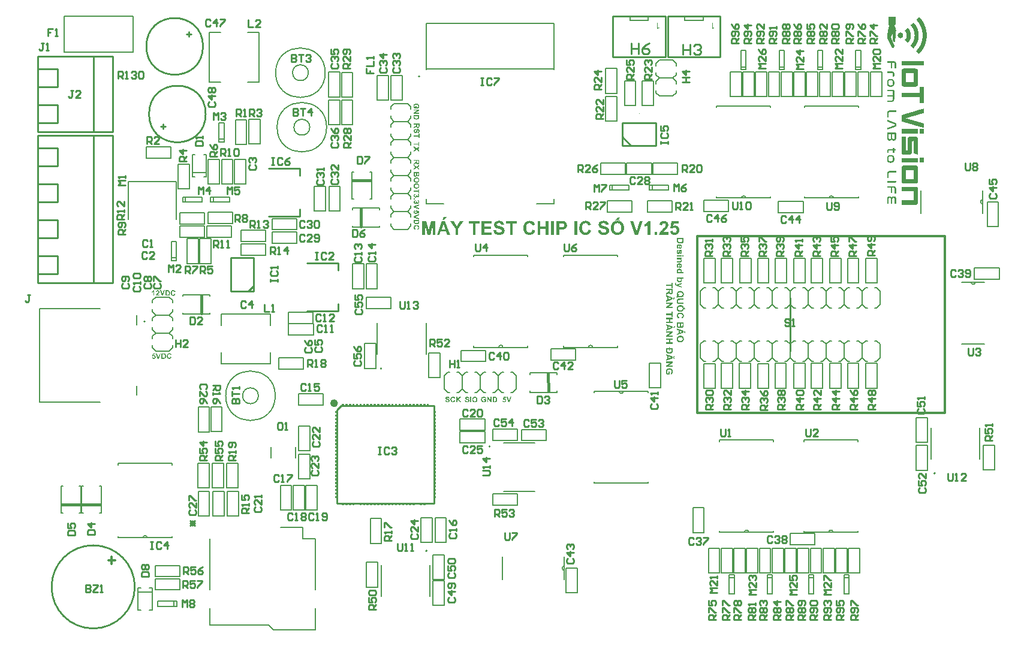
<source format=gto>
G04*
G04 #@! TF.GenerationSoftware,Altium Limited,Altium Designer,23.0.1 (38)*
G04*
G04 Layer_Color=65535*
%FSLAX44Y44*%
%MOMM*%
G71*
G04*
G04 #@! TF.SameCoordinates,FF995E5F-5184-4AEF-B54D-418CE73C624A*
G04*
G04*
G04 #@! TF.FilePolarity,Positive*
G04*
G01*
G75*
%ADD10C,0.2000*%
%ADD11C,0.2500*%
%ADD12C,0.1524*%
%ADD13C,0.5000*%
%ADD14C,0.1270*%
%ADD15C,0.1500*%
%ADD16C,0.2540*%
%ADD17C,0.1999*%
%ADD18C,0.1000*%
%ADD19C,0.3000*%
%ADD20C,0.2032*%
%ADD21C,0.4001*%
G36*
X435524Y196386D02*
X432441D01*
Y198966D01*
X435524D01*
Y196386D01*
D02*
G37*
G36*
X440524Y196332D02*
X437401D01*
Y198966D01*
X440524D01*
Y196332D01*
D02*
G37*
G36*
X445524Y196331D02*
X442407D01*
Y198966D01*
X445524D01*
X445524Y196331D01*
D02*
G37*
G36*
X450524Y196404D02*
X447462D01*
Y198966D01*
X450524D01*
Y196404D01*
D02*
G37*
G36*
X425390Y206016D02*
X422808D01*
Y209100D01*
X425390D01*
Y206016D01*
D02*
G37*
G36*
Y211040D02*
X422835D01*
Y214100D01*
X425390Y214100D01*
X425390Y211040D01*
D02*
G37*
G36*
Y215984D02*
X422756D01*
Y219100D01*
X425390D01*
Y215984D01*
D02*
G37*
G36*
Y221032D02*
X422820Y221032D01*
Y224100D01*
X425390D01*
Y221032D01*
D02*
G37*
G36*
X425390Y226045D02*
X422837D01*
Y229100D01*
X425390D01*
X425390Y226045D01*
D02*
G37*
G36*
X425390Y231001D02*
X422751Y231001D01*
X422751Y234100D01*
X425390D01*
Y231001D01*
D02*
G37*
G36*
Y235989D02*
X422709D01*
Y239100D01*
X425390D01*
Y235989D01*
D02*
G37*
G36*
Y241045D02*
X422832D01*
X422832Y244100D01*
X425390Y244100D01*
Y241045D01*
D02*
G37*
G36*
Y246024D02*
X422758D01*
X422758Y249100D01*
X425390Y249100D01*
Y246024D01*
D02*
G37*
G36*
Y251042D02*
X422807D01*
Y254100D01*
X425390D01*
Y251042D01*
D02*
G37*
G36*
Y256048D02*
X422827D01*
Y259100D01*
X425390D01*
Y256048D01*
D02*
G37*
G36*
Y261047D02*
X422799D01*
Y264100D01*
X425390D01*
Y261047D01*
D02*
G37*
G36*
X455524Y196421D02*
X452473D01*
X452473Y198966D01*
X455524Y198966D01*
Y196421D01*
D02*
G37*
G36*
X460524Y196364D02*
X457444D01*
Y198966D01*
X460524D01*
Y196364D01*
D02*
G37*
G36*
X465524Y196337D02*
X462437D01*
Y198966D01*
X465524D01*
Y196337D01*
D02*
G37*
G36*
X470524D02*
X467443D01*
Y198966D01*
X470524D01*
Y196337D01*
D02*
G37*
G36*
X475524Y196307D02*
X472440Y196306D01*
Y198966D01*
X475524D01*
X475524Y196307D01*
D02*
G37*
G36*
X480524Y196316D02*
X477450D01*
Y198966D01*
X480524Y198966D01*
Y196316D01*
D02*
G37*
G36*
X485524Y196353D02*
X482464D01*
Y198966D01*
X485524D01*
Y196353D01*
D02*
G37*
G36*
X490524Y196408D02*
X487474Y196408D01*
X487474Y198966D01*
X490524D01*
Y196408D01*
D02*
G37*
G36*
X495524Y196353D02*
X492474Y196353D01*
Y198966D01*
X495524D01*
Y196353D01*
D02*
G37*
G36*
X500524Y196343D02*
X497480D01*
Y198966D01*
X500524D01*
Y196343D01*
D02*
G37*
G36*
X505524Y196411D02*
X502478D01*
Y198966D01*
X505524D01*
Y196411D01*
D02*
G37*
G36*
X510524Y196358D02*
X507489D01*
Y198966D01*
X510524Y198966D01*
Y196358D01*
D02*
G37*
G36*
X515524Y196292D02*
X512511D01*
Y198966D01*
X515524D01*
Y196292D01*
D02*
G37*
G36*
X520524Y196339D02*
X517505D01*
Y198966D01*
X520524D01*
Y196339D01*
D02*
G37*
G36*
X525524Y196306D02*
X522524D01*
Y198966D01*
X525524D01*
Y196306D01*
D02*
G37*
G36*
X530524Y196342D02*
X527515D01*
Y198966D01*
X530524D01*
Y196342D01*
D02*
G37*
G36*
X425390Y266049D02*
X422727D01*
Y269100D01*
X425390D01*
X425390Y266049D01*
D02*
G37*
G36*
X425390Y271055D02*
X422790Y271055D01*
Y274100D01*
X425390D01*
Y271055D01*
D02*
G37*
G36*
Y276067D02*
X422720Y276067D01*
Y279100D01*
X425390D01*
X425390Y276067D01*
D02*
G37*
G36*
Y281058D02*
X422816D01*
X422816Y284100D01*
X425390D01*
X425390Y281058D01*
D02*
G37*
G36*
Y286081D02*
X422736D01*
Y289100D01*
X425390D01*
Y286081D01*
D02*
G37*
G36*
Y291056D02*
X422837D01*
Y294100D01*
X425390D01*
Y291056D01*
D02*
G37*
G36*
Y296094D02*
X422744D01*
Y299100D01*
X425390D01*
Y296094D01*
D02*
G37*
G36*
Y301072D02*
X422807D01*
Y304100D01*
X425390D01*
Y301072D01*
D02*
G37*
G36*
Y306069D02*
X422819D01*
Y309100D01*
X425390D01*
Y306069D01*
D02*
G37*
G36*
Y311057D02*
X422842D01*
Y314100D01*
X425390Y314100D01*
X425390Y311057D01*
D02*
G37*
G36*
Y316122D02*
X422747D01*
Y319100D01*
X425390D01*
X425390Y316122D01*
D02*
G37*
G36*
Y321071D02*
X422825D01*
Y324100D01*
X425390Y324100D01*
X425390Y321071D01*
D02*
G37*
G36*
Y326163D02*
X422714D01*
Y329100D01*
X425390D01*
Y326163D01*
D02*
G37*
G36*
X435524Y336295D02*
X432378D01*
Y338726D01*
X435524D01*
Y336295D01*
D02*
G37*
G36*
X440524Y336317D02*
X437368D01*
Y338726D01*
X440524D01*
Y336317D01*
D02*
G37*
G36*
X445524Y336293D02*
X442396D01*
Y338726D01*
X445524D01*
Y336293D01*
D02*
G37*
G36*
X450524Y336205D02*
X447463D01*
X447463Y338726D01*
X450524D01*
Y336205D01*
D02*
G37*
G36*
X455524Y336276D02*
X452421D01*
Y338726D01*
X455524Y338726D01*
Y336276D01*
D02*
G37*
G36*
X460524Y336216D02*
X457460D01*
Y338726D01*
X460524Y338726D01*
Y336216D01*
D02*
G37*
G36*
X465524Y336191D02*
X462473D01*
Y338726D01*
X465524Y338726D01*
Y336191D01*
D02*
G37*
G36*
X470524Y336218D02*
X467464D01*
Y338726D01*
X470524D01*
X470524Y336218D01*
D02*
G37*
G36*
X475524Y336284D02*
X472445D01*
Y338726D01*
X475524Y338726D01*
X475524Y336284D01*
D02*
G37*
G36*
X480524Y336222D02*
X477467D01*
Y338726D01*
X480524D01*
Y336222D01*
D02*
G37*
G36*
X485524Y336321D02*
X482453D01*
Y338726D01*
X485524Y338726D01*
Y336321D01*
D02*
G37*
G36*
X490524Y336213D02*
X487473D01*
Y338726D01*
X490524D01*
Y336213D01*
D02*
G37*
G36*
X495524Y336306D02*
X492473D01*
Y338726D01*
X495524D01*
X495524Y336306D01*
D02*
G37*
G36*
X500524Y336319D02*
X497483D01*
Y338726D01*
X500524D01*
X500524Y336319D01*
D02*
G37*
G36*
X505524Y336215D02*
X502480D01*
Y338726D01*
X505524D01*
Y336215D01*
D02*
G37*
G36*
X510524Y336194D02*
X507478D01*
Y338726D01*
X510524D01*
Y336194D01*
D02*
G37*
G36*
X515524Y336211D02*
X512483D01*
X512483Y338726D01*
X515524D01*
Y336211D01*
D02*
G37*
G36*
X520524Y336231D02*
X517491D01*
X517491Y338726D01*
X520524D01*
Y336231D01*
D02*
G37*
G36*
X525524Y336242D02*
X522499D01*
Y338726D01*
X525524D01*
Y336242D01*
D02*
G37*
G36*
X530524Y336201D02*
X527484D01*
Y338726D01*
X530524D01*
Y336201D01*
D02*
G37*
G36*
X1214408Y875187D02*
X1204428D01*
Y886024D01*
X1214408D01*
Y875187D01*
D02*
G37*
G36*
X1213628Y873783D02*
X1212615D01*
Y873861D01*
X1212536D01*
Y873783D01*
X1212615D01*
Y873705D01*
X1212692D01*
Y873627D01*
X1212770D01*
Y873472D01*
X1212848D01*
Y873316D01*
X1212926D01*
Y873238D01*
X1213004D01*
Y873082D01*
X1213082D01*
Y872926D01*
X1213160D01*
Y872770D01*
X1213238D01*
Y872614D01*
X1213316D01*
Y872536D01*
X1213394D01*
Y872380D01*
X1213472D01*
Y872224D01*
X1213550D01*
Y872068D01*
X1213628D01*
Y871834D01*
X1213706D01*
Y871678D01*
X1213784D01*
Y871522D01*
X1213862D01*
Y871366D01*
X1213940D01*
Y871210D01*
X1214018D01*
Y871054D01*
X1214096D01*
Y870820D01*
X1214174D01*
Y870665D01*
X1214252D01*
Y870509D01*
X1214330D01*
Y870275D01*
X1214408D01*
Y870119D01*
X1214486D01*
Y869885D01*
X1214564D01*
Y869729D01*
X1214642D01*
Y869495D01*
X1214720D01*
Y869261D01*
X1214798D01*
Y868949D01*
X1214875D01*
Y868637D01*
X1214954D01*
Y868326D01*
X1215032D01*
Y867780D01*
X1215109D01*
Y865753D01*
X1215032D01*
Y865285D01*
X1214954D01*
Y864895D01*
X1214875D01*
Y864583D01*
X1214798D01*
Y864271D01*
X1214720D01*
Y863881D01*
X1214642D01*
Y863492D01*
X1214564D01*
Y863024D01*
X1214486D01*
Y862400D01*
X1214408D01*
Y861698D01*
X1214330D01*
Y860529D01*
X1214252D01*
Y855461D01*
X1214174D01*
Y853512D01*
X1214096D01*
Y852810D01*
X1214018D01*
Y852342D01*
X1213940D01*
Y851952D01*
X1213862D01*
Y851718D01*
X1213784D01*
Y851484D01*
X1213706D01*
Y851329D01*
X1213628D01*
Y851172D01*
X1213550D01*
Y851017D01*
X1213472D01*
Y850939D01*
X1213394D01*
Y850861D01*
X1213316D01*
Y850783D01*
X1213238D01*
Y850705D01*
X1213160D01*
Y850627D01*
X1213004D01*
Y850549D01*
X1212848D01*
Y850471D01*
X1212147D01*
Y850549D01*
X1211913D01*
Y850627D01*
X1211757D01*
Y850705D01*
X1211679D01*
Y850783D01*
X1211601D01*
Y850861D01*
X1211523D01*
Y850939D01*
X1211445D01*
Y851017D01*
X1211367D01*
Y851095D01*
X1211289D01*
Y851251D01*
X1211211D01*
Y851406D01*
X1211133D01*
Y851562D01*
X1211055D01*
Y851796D01*
X1210977D01*
Y852108D01*
X1210899D01*
Y852420D01*
X1210821D01*
Y852888D01*
X1210743D01*
Y853590D01*
X1210665D01*
Y855773D01*
X1210743D01*
Y859593D01*
X1210665D01*
Y860607D01*
X1210587D01*
Y861152D01*
X1210509D01*
Y861464D01*
X1210431D01*
Y861542D01*
X1210353D01*
Y861464D01*
X1210275D01*
Y861308D01*
X1210198D01*
Y861230D01*
X1210119D01*
Y861152D01*
X1210042D01*
Y861075D01*
X1209964D01*
Y860919D01*
X1209886D01*
Y860841D01*
X1209808D01*
Y860763D01*
X1209730D01*
Y860607D01*
X1209652D01*
Y860529D01*
X1209574D01*
Y860373D01*
X1209496D01*
Y860295D01*
X1209418D01*
Y860139D01*
X1209340D01*
Y860061D01*
X1209262D01*
Y859905D01*
X1209184D01*
Y859827D01*
X1209106D01*
Y859671D01*
X1209028D01*
Y859515D01*
X1208950D01*
Y859359D01*
X1208872D01*
Y859281D01*
X1208794D01*
Y859125D01*
X1208716D01*
Y858969D01*
X1208638D01*
Y858813D01*
X1208560D01*
Y858579D01*
X1208482D01*
Y858424D01*
X1208404D01*
Y858190D01*
X1208326D01*
Y858034D01*
X1208248D01*
Y857722D01*
X1208170D01*
Y857332D01*
X1208092D01*
Y856786D01*
X1208170D01*
Y856396D01*
X1208248D01*
Y856085D01*
X1208326D01*
Y855851D01*
X1208404D01*
Y855617D01*
X1208482D01*
Y855383D01*
X1208560D01*
Y855149D01*
X1208638D01*
Y854993D01*
X1208716D01*
Y854759D01*
X1208794D01*
Y854525D01*
X1208872D01*
Y854369D01*
X1208950D01*
Y854135D01*
X1209028D01*
Y853979D01*
X1209106D01*
Y853745D01*
X1209184D01*
Y853590D01*
X1209262D01*
Y853434D01*
X1209340D01*
Y853200D01*
X1209418D01*
Y853044D01*
X1209496D01*
Y852888D01*
X1209574D01*
Y852732D01*
X1209652D01*
Y852576D01*
X1209730D01*
Y852342D01*
X1209808D01*
Y852186D01*
X1209886D01*
Y852030D01*
X1209964D01*
Y851874D01*
X1210042D01*
Y851640D01*
X1210119D01*
Y851484D01*
X1210198D01*
Y851329D01*
X1210275D01*
Y851172D01*
X1210353D01*
Y851017D01*
X1210431D01*
Y850783D01*
X1210509D01*
Y850627D01*
X1210587D01*
Y850471D01*
X1210665D01*
Y850315D01*
X1210743D01*
Y850159D01*
X1210821D01*
Y849925D01*
X1210899D01*
Y849769D01*
X1210977D01*
Y849613D01*
X1211055D01*
Y849457D01*
X1211133D01*
Y849301D01*
X1211211D01*
Y849067D01*
X1211289D01*
Y848912D01*
X1211367D01*
Y848756D01*
X1211445D01*
Y848600D01*
X1211523D01*
Y848366D01*
X1211601D01*
Y848210D01*
X1211679D01*
Y848054D01*
X1211757D01*
Y847898D01*
X1211835D01*
Y847664D01*
X1211913D01*
Y847508D01*
X1211991D01*
Y847352D01*
X1212069D01*
Y847196D01*
X1212147D01*
Y846962D01*
X1212225D01*
Y846806D01*
X1212303D01*
Y846650D01*
X1212381D01*
Y846495D01*
X1212458D01*
Y846339D01*
X1212536D01*
Y846183D01*
X1212615D01*
Y845949D01*
X1212692D01*
Y845793D01*
X1212770D01*
Y845637D01*
X1212848D01*
Y845481D01*
X1212926D01*
Y845325D01*
X1213004D01*
Y845091D01*
X1213082D01*
Y844857D01*
X1213160D01*
Y843999D01*
X1213082D01*
Y843844D01*
X1213004D01*
Y843766D01*
X1212926D01*
Y843688D01*
X1212770D01*
Y843610D01*
X1212692D01*
Y843532D01*
X1212458D01*
Y843454D01*
X1211913D01*
Y843376D01*
X1211991D01*
Y842362D01*
X1211913D01*
Y842128D01*
X1211835D01*
Y842050D01*
X1211757D01*
Y841972D01*
X1211679D01*
Y841894D01*
X1211523D01*
Y841816D01*
X1211289D01*
Y841738D01*
X1210509D01*
Y841816D01*
X1210353D01*
Y841894D01*
X1210198D01*
Y841972D01*
X1210042D01*
Y842050D01*
X1209964D01*
Y842128D01*
X1209886D01*
Y842206D01*
X1209808D01*
Y842284D01*
X1209730D01*
Y842362D01*
X1209652D01*
Y842440D01*
X1209574D01*
Y842518D01*
X1209496D01*
Y842596D01*
X1209418D01*
Y842752D01*
X1209340D01*
Y842830D01*
X1209262D01*
Y842986D01*
X1209184D01*
Y843064D01*
X1209106D01*
Y843220D01*
X1209028D01*
Y843376D01*
X1208950D01*
Y843532D01*
X1208872D01*
Y843688D01*
X1208794D01*
Y843844D01*
X1208716D01*
Y843999D01*
X1208638D01*
Y844155D01*
X1208560D01*
Y844311D01*
X1208482D01*
Y844467D01*
X1208404D01*
Y844623D01*
X1208326D01*
Y844779D01*
X1208248D01*
Y844935D01*
X1208170D01*
Y845091D01*
X1208092D01*
Y845247D01*
X1208014D01*
Y845403D01*
X1207936D01*
Y845481D01*
X1207858D01*
Y845637D01*
X1207780D01*
Y845793D01*
X1207702D01*
Y845949D01*
X1207625D01*
Y846105D01*
X1207547D01*
Y846261D01*
X1207469D01*
Y846416D01*
X1207391D01*
Y846572D01*
X1207313D01*
Y846728D01*
X1207235D01*
Y846884D01*
X1207157D01*
Y847040D01*
X1207079D01*
Y847196D01*
X1207001D01*
Y847352D01*
X1206923D01*
Y847508D01*
X1206845D01*
Y847664D01*
X1206767D01*
Y847820D01*
X1206689D01*
Y847976D01*
X1206611D01*
Y848132D01*
X1206533D01*
Y848288D01*
X1206455D01*
Y848444D01*
X1206377D01*
Y848600D01*
X1206299D01*
Y848756D01*
X1206221D01*
Y848912D01*
X1206143D01*
Y849067D01*
X1206065D01*
Y849223D01*
X1205987D01*
Y849379D01*
X1205909D01*
Y849535D01*
X1205831D01*
Y849691D01*
X1205753D01*
Y849847D01*
X1205675D01*
Y850003D01*
X1205597D01*
Y850159D01*
X1205519D01*
Y850315D01*
X1205441D01*
Y850471D01*
X1205363D01*
Y850627D01*
X1205285D01*
Y850783D01*
X1205208D01*
Y850939D01*
X1205129D01*
Y851095D01*
X1205052D01*
Y851251D01*
X1204974D01*
Y851406D01*
X1204896D01*
Y851562D01*
X1204818D01*
Y851718D01*
X1204740D01*
Y851874D01*
X1204662D01*
Y852030D01*
X1204584D01*
Y852186D01*
X1204506D01*
Y852342D01*
X1204428D01*
Y852498D01*
X1204350D01*
Y852654D01*
X1204272D01*
Y852810D01*
X1204194D01*
Y852966D01*
X1204116D01*
Y853122D01*
X1204038D01*
Y853278D01*
X1203960D01*
Y853434D01*
X1203882D01*
Y853590D01*
X1203804D01*
Y853745D01*
X1203726D01*
Y853901D01*
X1203648D01*
Y854057D01*
X1203570D01*
Y854213D01*
X1203492D01*
Y854369D01*
X1203414D01*
Y854525D01*
X1203336D01*
Y854681D01*
X1203258D01*
Y854837D01*
X1203180D01*
Y854993D01*
X1203102D01*
Y855149D01*
X1203024D01*
Y855305D01*
X1202946D01*
Y855461D01*
X1202868D01*
Y855617D01*
X1202791D01*
Y855773D01*
X1202712D01*
Y856162D01*
X1202635D01*
Y858736D01*
X1202712D01*
Y859593D01*
X1202791D01*
Y860295D01*
X1202868D01*
Y860996D01*
X1202946D01*
Y861542D01*
X1203024D01*
Y862088D01*
X1203102D01*
Y862634D01*
X1203180D01*
Y863180D01*
X1203258D01*
Y863647D01*
X1203336D01*
Y864115D01*
X1203414D01*
Y864583D01*
X1203492D01*
Y865051D01*
X1203570D01*
Y865441D01*
X1203648D01*
Y865909D01*
X1203726D01*
Y866298D01*
X1203804D01*
Y866688D01*
X1203882D01*
Y867156D01*
X1203960D01*
Y867546D01*
X1204038D01*
Y867936D01*
X1204116D01*
Y868326D01*
X1204194D01*
Y868715D01*
X1204272D01*
Y869027D01*
X1204350D01*
Y869417D01*
X1204428D01*
Y869807D01*
X1204506D01*
Y870197D01*
X1204584D01*
Y870587D01*
X1204662D01*
Y870899D01*
X1204740D01*
Y871288D01*
X1204818D01*
Y871600D01*
X1204896D01*
Y871990D01*
X1204974D01*
Y872302D01*
X1205052D01*
Y872692D01*
X1205129D01*
Y873004D01*
X1205208D01*
Y873316D01*
X1205285D01*
Y873705D01*
X1205363D01*
Y873783D01*
X1204896D01*
Y875109D01*
X1213628D01*
Y873783D01*
D02*
G37*
G36*
X1222058Y863513D02*
X1222345D01*
Y863417D01*
X1222728D01*
Y863321D01*
X1222920D01*
Y863226D01*
X1223112D01*
Y863130D01*
X1223303D01*
Y863034D01*
X1223399D01*
Y862938D01*
X1223591D01*
Y862842D01*
X1223782D01*
Y862747D01*
X1223878D01*
Y862651D01*
X1223974D01*
Y862555D01*
X1224070D01*
Y862459D01*
X1224165D01*
Y862363D01*
X1224261D01*
Y862268D01*
X1224357D01*
Y862172D01*
X1224453D01*
Y861980D01*
X1224549D01*
Y861884D01*
X1224645D01*
Y861693D01*
X1224740D01*
Y861501D01*
X1224836D01*
Y861405D01*
X1224932D01*
Y861022D01*
X1225028D01*
Y860926D01*
X1225124D01*
Y860351D01*
X1225219D01*
Y859106D01*
X1225124D01*
Y858627D01*
X1225028D01*
Y858435D01*
X1224932D01*
Y858052D01*
X1224836D01*
Y857956D01*
X1224740D01*
Y857765D01*
X1224645D01*
Y857573D01*
X1224549D01*
Y857477D01*
X1224453D01*
Y857286D01*
X1224357D01*
Y857190D01*
X1224261D01*
Y857094D01*
X1224165D01*
Y856998D01*
X1224070D01*
Y856902D01*
X1223974D01*
Y856807D01*
X1223878D01*
Y856711D01*
X1223687D01*
Y856615D01*
X1223591D01*
Y856519D01*
X1223399D01*
Y856423D01*
X1223303D01*
Y856328D01*
X1223112D01*
Y856232D01*
X1222920D01*
Y856136D01*
X1222728D01*
Y856040D01*
X1222249D01*
Y855944D01*
X1221962D01*
Y855849D01*
X1220716D01*
Y855944D01*
X1220429D01*
Y856040D01*
X1219950D01*
Y856136D01*
X1219854D01*
Y856232D01*
X1219567D01*
Y856328D01*
X1219375D01*
Y856423D01*
X1219279D01*
Y856519D01*
X1219088D01*
Y856615D01*
X1218992D01*
Y856711D01*
X1218896D01*
Y856807D01*
X1218800D01*
Y856902D01*
X1218705D01*
Y856998D01*
X1218609D01*
Y857094D01*
X1218513D01*
Y857190D01*
X1218417D01*
Y857286D01*
X1218321D01*
Y857382D01*
X1218226D01*
Y857573D01*
X1218130D01*
Y857669D01*
X1218034D01*
Y857860D01*
X1217938D01*
Y857956D01*
X1217842D01*
Y858339D01*
X1217747D01*
Y858435D01*
X1217651D01*
Y858819D01*
X1217555D01*
Y859585D01*
X1217459D01*
Y859872D01*
X1217555D01*
Y860543D01*
X1217651D01*
Y860926D01*
X1217747D01*
Y861118D01*
X1217842D01*
Y861501D01*
X1217938D01*
Y861597D01*
X1218034D01*
Y861788D01*
X1218130D01*
Y861884D01*
X1218226D01*
Y862076D01*
X1218321D01*
Y862172D01*
X1218417D01*
Y862268D01*
X1218513D01*
Y862459D01*
X1218705D01*
Y862555D01*
X1218800D01*
Y862651D01*
X1218896D01*
Y862747D01*
X1218992D01*
Y862842D01*
X1219088D01*
Y862938D01*
X1219279D01*
Y863034D01*
X1219375D01*
Y863130D01*
X1219663D01*
Y863226D01*
X1219759D01*
Y863321D01*
X1220046D01*
Y863417D01*
X1220429D01*
Y863513D01*
X1220716D01*
Y863609D01*
X1222058D01*
Y863513D01*
D02*
G37*
G36*
X1231734Y870124D02*
X1231830D01*
Y870028D01*
X1231926D01*
Y869932D01*
X1232022D01*
Y869836D01*
X1232117D01*
Y869740D01*
X1232213D01*
Y869645D01*
X1232309D01*
Y869549D01*
X1232501D01*
Y869357D01*
X1232596D01*
Y869261D01*
X1232692D01*
Y869165D01*
X1232788D01*
Y869070D01*
X1232884D01*
Y868878D01*
X1232980D01*
Y868782D01*
X1233075D01*
Y868687D01*
X1233171D01*
Y868495D01*
X1233267D01*
Y868399D01*
X1233363D01*
Y868303D01*
X1233459D01*
Y868112D01*
X1233555D01*
Y868016D01*
X1233650D01*
Y867824D01*
X1233746D01*
Y867729D01*
X1233842D01*
Y867537D01*
X1233938D01*
Y867441D01*
X1234034D01*
Y867249D01*
X1234129D01*
Y867058D01*
X1234225D01*
Y866962D01*
X1234321D01*
Y866675D01*
X1234417D01*
Y866579D01*
X1234512D01*
Y866387D01*
X1234608D01*
Y866196D01*
X1234704D01*
Y866004D01*
X1234800D01*
Y865716D01*
X1234896D01*
Y865525D01*
X1234992D01*
Y865333D01*
X1235087D01*
Y865046D01*
X1235183D01*
Y864854D01*
X1235279D01*
Y864471D01*
X1235375D01*
Y864375D01*
X1235471D01*
Y863896D01*
X1235566D01*
Y863609D01*
X1235662D01*
Y863226D01*
X1235758D01*
Y862747D01*
X1235854D01*
Y862268D01*
X1235950D01*
Y861405D01*
X1236045D01*
Y860831D01*
X1236141D01*
Y858627D01*
X1236045D01*
Y857956D01*
X1235950D01*
Y857094D01*
X1235854D01*
Y856711D01*
X1235758D01*
Y856136D01*
X1235662D01*
Y855849D01*
X1235566D01*
Y855561D01*
X1235471D01*
Y855082D01*
X1235375D01*
Y854891D01*
X1235279D01*
Y854507D01*
X1235183D01*
Y854411D01*
X1235087D01*
Y854124D01*
X1234992D01*
Y853837D01*
X1234896D01*
Y853741D01*
X1234800D01*
Y853453D01*
X1234704D01*
Y853262D01*
X1234608D01*
Y853070D01*
X1234512D01*
Y852879D01*
X1234417D01*
Y852687D01*
X1234321D01*
Y852495D01*
X1234225D01*
Y852400D01*
X1234129D01*
Y852112D01*
X1234034D01*
Y852016D01*
X1233938D01*
Y851920D01*
X1233842D01*
Y851729D01*
X1233746D01*
Y851633D01*
X1233650D01*
Y851441D01*
X1233555D01*
Y851346D01*
X1233459D01*
Y851154D01*
X1233363D01*
Y851058D01*
X1233267D01*
Y850867D01*
X1233171D01*
Y850771D01*
X1233075D01*
Y850675D01*
X1232980D01*
Y850579D01*
X1232884D01*
Y850483D01*
X1232788D01*
Y850292D01*
X1232692D01*
Y850196D01*
X1232596D01*
Y850100D01*
X1232501D01*
Y850004D01*
X1232405D01*
Y849909D01*
X1232309D01*
Y849813D01*
X1232213D01*
Y849621D01*
X1232022D01*
Y849430D01*
X1231926D01*
Y849334D01*
X1231638D01*
Y849430D01*
X1231447D01*
Y849525D01*
X1231351D01*
Y849621D01*
X1231255D01*
Y849717D01*
X1231159D01*
Y849813D01*
X1231064D01*
Y849909D01*
X1230968D01*
Y850004D01*
X1230872D01*
Y850100D01*
X1230776D01*
Y850196D01*
X1230680D01*
Y850292D01*
X1230584D01*
Y850388D01*
X1230489D01*
Y850483D01*
X1230393D01*
Y850579D01*
X1230297D01*
Y850675D01*
X1230201D01*
Y850771D01*
X1230106D01*
Y850867D01*
X1230010D01*
Y850963D01*
X1229914D01*
Y851058D01*
X1229818D01*
Y851154D01*
X1229722D01*
Y851250D01*
X1229626D01*
Y851346D01*
X1229531D01*
Y851441D01*
X1229435D01*
Y851537D01*
X1229339D01*
Y851633D01*
X1229243D01*
Y851729D01*
X1229147D01*
Y851825D01*
X1229052D01*
Y851920D01*
X1228956D01*
Y852016D01*
X1228860D01*
Y852112D01*
X1228764D01*
Y852208D01*
X1228668D01*
Y852304D01*
X1228573D01*
Y852400D01*
X1228477D01*
Y852495D01*
X1228381D01*
Y852591D01*
X1228285D01*
Y852687D01*
X1228189D01*
Y852783D01*
X1228094D01*
Y852879D01*
X1227998D01*
Y852974D01*
X1227902D01*
Y853070D01*
X1227806D01*
Y853166D01*
X1227710D01*
Y853453D01*
X1227806D01*
Y853549D01*
X1227902D01*
Y853645D01*
X1227998D01*
Y853741D01*
X1228094D01*
Y853837D01*
X1228189D01*
Y853932D01*
X1228285D01*
Y854028D01*
X1228381D01*
Y854220D01*
X1228477D01*
Y854316D01*
X1228573D01*
Y854411D01*
X1228668D01*
Y854603D01*
X1228764D01*
Y854699D01*
X1228860D01*
Y854891D01*
X1228956D01*
Y854986D01*
X1229052D01*
Y855178D01*
X1229147D01*
Y855369D01*
X1229243D01*
Y855465D01*
X1229339D01*
Y855753D01*
X1229435D01*
Y855849D01*
X1229531D01*
Y856136D01*
X1229626D01*
Y856328D01*
X1229722D01*
Y856615D01*
X1229818D01*
Y856902D01*
X1229914D01*
Y857094D01*
X1230010D01*
Y857669D01*
X1230106D01*
Y857956D01*
X1230201D01*
Y858723D01*
X1230297D01*
Y860639D01*
X1230201D01*
Y861501D01*
X1230106D01*
Y861788D01*
X1230010D01*
Y862268D01*
X1229914D01*
Y862459D01*
X1229818D01*
Y862842D01*
X1229722D01*
Y863034D01*
X1229626D01*
Y863226D01*
X1229531D01*
Y863513D01*
X1229435D01*
Y863705D01*
X1229339D01*
Y863896D01*
X1229243D01*
Y864088D01*
X1229147D01*
Y864184D01*
X1229052D01*
Y864471D01*
X1228956D01*
Y864567D01*
X1228860D01*
Y864759D01*
X1228764D01*
Y864854D01*
X1228668D01*
Y864950D01*
X1228573D01*
Y865142D01*
X1228477D01*
Y865238D01*
X1228381D01*
Y865429D01*
X1228285D01*
Y865525D01*
X1228189D01*
Y865621D01*
X1228094D01*
Y865716D01*
X1227998D01*
Y865812D01*
X1227902D01*
Y865908D01*
X1227806D01*
Y866004D01*
X1227710D01*
Y866100D01*
X1227615D01*
Y866387D01*
X1227710D01*
Y866483D01*
X1227806D01*
Y866579D01*
X1227902D01*
Y866675D01*
X1227998D01*
Y866770D01*
X1228094D01*
Y866866D01*
X1228189D01*
Y866962D01*
X1228285D01*
Y867058D01*
X1228381D01*
Y867154D01*
X1228477D01*
Y867249D01*
X1228573D01*
Y867345D01*
X1228668D01*
Y867441D01*
X1228764D01*
Y867537D01*
X1228860D01*
Y867633D01*
X1228956D01*
Y867729D01*
X1229147D01*
Y867824D01*
X1229243D01*
Y867920D01*
X1229339D01*
Y868016D01*
X1229435D01*
Y868112D01*
X1229531D01*
Y868207D01*
X1229626D01*
Y868303D01*
X1229722D01*
Y868399D01*
X1229818D01*
Y868495D01*
X1229914D01*
Y868591D01*
X1230010D01*
Y868687D01*
X1230106D01*
Y868782D01*
X1230201D01*
Y868878D01*
X1230297D01*
Y868974D01*
X1230393D01*
Y869070D01*
X1230489D01*
Y869165D01*
X1230584D01*
Y869261D01*
X1230680D01*
Y869357D01*
X1230776D01*
Y869453D01*
X1230872D01*
Y869549D01*
X1231064D01*
Y869645D01*
X1231159D01*
Y869740D01*
X1231255D01*
Y869836D01*
X1231351D01*
Y869932D01*
X1231447D01*
Y870028D01*
X1231543D01*
Y870124D01*
X1231638D01*
Y870219D01*
X1231734D01*
Y870124D01*
D02*
G37*
G36*
X1239782Y877788D02*
X1239878D01*
Y877692D01*
X1239973D01*
Y877596D01*
X1240069D01*
Y877501D01*
X1240165D01*
Y877405D01*
X1240261D01*
Y877309D01*
X1240357D01*
Y877117D01*
X1240548D01*
Y876926D01*
X1240740D01*
Y876734D01*
X1240931D01*
Y876543D01*
X1241027D01*
Y876447D01*
X1241123D01*
Y876351D01*
X1241219D01*
Y876255D01*
X1241315D01*
Y876064D01*
X1241411D01*
Y875968D01*
X1241506D01*
Y875872D01*
X1241602D01*
Y875776D01*
X1241698D01*
Y875584D01*
X1241794D01*
Y875489D01*
X1241889D01*
Y875393D01*
X1241985D01*
Y875297D01*
X1242081D01*
Y875106D01*
X1242177D01*
Y875010D01*
X1242273D01*
Y874914D01*
X1242369D01*
Y874722D01*
X1242464D01*
Y874626D01*
X1242560D01*
Y874531D01*
X1242656D01*
Y874339D01*
X1242752D01*
Y874243D01*
X1242848D01*
Y874052D01*
X1242943D01*
Y873956D01*
X1243039D01*
Y873764D01*
X1243135D01*
Y873573D01*
X1243231D01*
Y873477D01*
X1243327D01*
Y873285D01*
X1243422D01*
Y873189D01*
X1243518D01*
Y872998D01*
X1243614D01*
Y872902D01*
X1243710D01*
Y872710D01*
X1243806D01*
Y872519D01*
X1243902D01*
Y872423D01*
X1243997D01*
Y872135D01*
X1244093D01*
Y872040D01*
X1244189D01*
Y871848D01*
X1244285D01*
Y871656D01*
X1244380D01*
Y871465D01*
X1244476D01*
Y871178D01*
X1244572D01*
Y871082D01*
X1244668D01*
Y870794D01*
X1244764D01*
Y870698D01*
X1244859D01*
Y870411D01*
X1244955D01*
Y870219D01*
X1245051D01*
Y870028D01*
X1245147D01*
Y869740D01*
X1245243D01*
Y869645D01*
X1245339D01*
Y869261D01*
X1245434D01*
Y869070D01*
X1245530D01*
Y868782D01*
X1245626D01*
Y868495D01*
X1245722D01*
Y868303D01*
X1245818D01*
Y867920D01*
X1245913D01*
Y867729D01*
X1246009D01*
Y867345D01*
X1246105D01*
Y867058D01*
X1246201D01*
Y866770D01*
X1246297D01*
Y866196D01*
X1246392D01*
Y866004D01*
X1246488D01*
Y865429D01*
X1246584D01*
Y865142D01*
X1246680D01*
Y864759D01*
X1246776D01*
Y863992D01*
X1246871D01*
Y863513D01*
X1246967D01*
Y862459D01*
X1247063D01*
Y861693D01*
X1247159D01*
Y857669D01*
X1247063D01*
Y856998D01*
X1246967D01*
Y855944D01*
X1246871D01*
Y855465D01*
X1246776D01*
Y854699D01*
X1246680D01*
Y854316D01*
X1246584D01*
Y853932D01*
X1246488D01*
Y853358D01*
X1246392D01*
Y853166D01*
X1246297D01*
Y852687D01*
X1246201D01*
Y852400D01*
X1246105D01*
Y852016D01*
X1246009D01*
Y851729D01*
X1245913D01*
Y851537D01*
X1245818D01*
Y851154D01*
X1245722D01*
Y850963D01*
X1245626D01*
Y850579D01*
X1245530D01*
Y850388D01*
X1245434D01*
Y850196D01*
X1245339D01*
Y849813D01*
X1245243D01*
Y849717D01*
X1245147D01*
Y849334D01*
X1245051D01*
Y849238D01*
X1244955D01*
Y849046D01*
X1244859D01*
Y848759D01*
X1244764D01*
Y848567D01*
X1244668D01*
Y848376D01*
X1244572D01*
Y848184D01*
X1244476D01*
Y847992D01*
X1244380D01*
Y847801D01*
X1244285D01*
Y847609D01*
X1244189D01*
Y847418D01*
X1244093D01*
Y847322D01*
X1243997D01*
Y847035D01*
X1243902D01*
Y846939D01*
X1243806D01*
Y846747D01*
X1243710D01*
Y846555D01*
X1243614D01*
Y846460D01*
X1243518D01*
Y846268D01*
X1243422D01*
Y846076D01*
X1243327D01*
Y845981D01*
X1243231D01*
Y845789D01*
X1243135D01*
Y845693D01*
X1243039D01*
Y845502D01*
X1242943D01*
Y845406D01*
X1242848D01*
Y845214D01*
X1242752D01*
Y845118D01*
X1242656D01*
Y844927D01*
X1242560D01*
Y844831D01*
X1242464D01*
Y844735D01*
X1242369D01*
Y844544D01*
X1242273D01*
Y844448D01*
X1242177D01*
Y844256D01*
X1242081D01*
Y844160D01*
X1241985D01*
Y844064D01*
X1241889D01*
Y843873D01*
X1241794D01*
Y843777D01*
X1241698D01*
Y843681D01*
X1241602D01*
Y843586D01*
X1241506D01*
Y843490D01*
X1241411D01*
Y843298D01*
X1241315D01*
Y843202D01*
X1241219D01*
Y843106D01*
X1241123D01*
Y843011D01*
X1241027D01*
Y842915D01*
X1240931D01*
Y842723D01*
X1240836D01*
Y842627D01*
X1240740D01*
Y842532D01*
X1240644D01*
Y842436D01*
X1240548D01*
Y842340D01*
X1240452D01*
Y842244D01*
X1240357D01*
Y842148D01*
X1240261D01*
Y842053D01*
X1240165D01*
Y841957D01*
X1240069D01*
Y841861D01*
X1239973D01*
Y841765D01*
X1239878D01*
Y841669D01*
X1239782D01*
Y841574D01*
X1239686D01*
Y841478D01*
X1239399D01*
Y841574D01*
X1239303D01*
Y841669D01*
X1239207D01*
Y841765D01*
X1239111D01*
Y841861D01*
X1239015D01*
Y841957D01*
X1238920D01*
Y842053D01*
X1238824D01*
Y842148D01*
X1238728D01*
Y842244D01*
X1238632D01*
Y842340D01*
X1238536D01*
Y842436D01*
X1238441D01*
Y842532D01*
X1238345D01*
Y842627D01*
X1238249D01*
Y842723D01*
X1238153D01*
Y842819D01*
X1238057D01*
Y842915D01*
X1237962D01*
Y843011D01*
X1237866D01*
Y843106D01*
X1237674D01*
Y843202D01*
X1237578D01*
Y843298D01*
X1237483D01*
Y843394D01*
X1237387D01*
Y843490D01*
X1237291D01*
Y843586D01*
X1237195D01*
Y843681D01*
X1237099D01*
Y843777D01*
X1237003D01*
Y843873D01*
X1236908D01*
Y843969D01*
X1236812D01*
Y844064D01*
X1236716D01*
Y844160D01*
X1236620D01*
Y844256D01*
X1236525D01*
Y844352D01*
X1236429D01*
Y844448D01*
X1236333D01*
Y844544D01*
X1236237D01*
Y844639D01*
X1236141D01*
Y844735D01*
X1236045D01*
Y844831D01*
X1235950D01*
Y844927D01*
X1235854D01*
Y845023D01*
X1235758D01*
Y845118D01*
X1235662D01*
Y845214D01*
X1235566D01*
Y845310D01*
X1235471D01*
Y845502D01*
X1235566D01*
Y845597D01*
X1235662D01*
Y845693D01*
X1235758D01*
Y845885D01*
X1235854D01*
Y845981D01*
X1235950D01*
Y846076D01*
X1236045D01*
Y846172D01*
X1236141D01*
Y846268D01*
X1236237D01*
Y846364D01*
X1236333D01*
Y846460D01*
X1236429D01*
Y846555D01*
X1236525D01*
Y846651D01*
X1236620D01*
Y846843D01*
X1236716D01*
Y846939D01*
X1236812D01*
Y847035D01*
X1236908D01*
Y847226D01*
X1237003D01*
Y847322D01*
X1237099D01*
Y847418D01*
X1237195D01*
Y847514D01*
X1237291D01*
Y847609D01*
X1237387D01*
Y847801D01*
X1237483D01*
Y847897D01*
X1237578D01*
Y848088D01*
X1237674D01*
Y848184D01*
X1237770D01*
Y848280D01*
X1237866D01*
Y848472D01*
X1237962D01*
Y848567D01*
X1238057D01*
Y848759D01*
X1238153D01*
Y848855D01*
X1238249D01*
Y849046D01*
X1238345D01*
Y849142D01*
X1238441D01*
Y849334D01*
X1238536D01*
Y849525D01*
X1238632D01*
Y849621D01*
X1238728D01*
Y849813D01*
X1238824D01*
Y850004D01*
X1238920D01*
Y850196D01*
X1239015D01*
Y850388D01*
X1239111D01*
Y850483D01*
X1239207D01*
Y850675D01*
X1239303D01*
Y850867D01*
X1239399D01*
Y851058D01*
X1239494D01*
Y851250D01*
X1239590D01*
Y851441D01*
X1239686D01*
Y851729D01*
X1239782D01*
Y851825D01*
X1239878D01*
Y852208D01*
X1239973D01*
Y852304D01*
X1240069D01*
Y852687D01*
X1240165D01*
Y852879D01*
X1240261D01*
Y853070D01*
X1240357D01*
Y853549D01*
X1240452D01*
Y853741D01*
X1240548D01*
Y854124D01*
X1240644D01*
Y854411D01*
X1240740D01*
Y854699D01*
X1240836D01*
Y855274D01*
X1240931D01*
Y855561D01*
X1241027D01*
Y856328D01*
X1241123D01*
Y856615D01*
X1241219D01*
Y857477D01*
X1241315D01*
Y857573D01*
X1241219D01*
Y857765D01*
X1241315D01*
Y858819D01*
X1241411D01*
Y860639D01*
X1241315D01*
Y861693D01*
X1241219D01*
Y861884D01*
X1241315D01*
Y861980D01*
X1241219D01*
Y862842D01*
X1241123D01*
Y863226D01*
X1241027D01*
Y863896D01*
X1240931D01*
Y864184D01*
X1240836D01*
Y864663D01*
X1240740D01*
Y865046D01*
X1240644D01*
Y865333D01*
X1240548D01*
Y865716D01*
X1240452D01*
Y865908D01*
X1240357D01*
Y866291D01*
X1240261D01*
Y866483D01*
X1240165D01*
Y866770D01*
X1240069D01*
Y867058D01*
X1239973D01*
Y867249D01*
X1239878D01*
Y867537D01*
X1239782D01*
Y867729D01*
X1239686D01*
Y868016D01*
X1239590D01*
Y868207D01*
X1239494D01*
Y868303D01*
X1239399D01*
Y868591D01*
X1239303D01*
Y868687D01*
X1239207D01*
Y868974D01*
X1239111D01*
Y869070D01*
X1239015D01*
Y869261D01*
X1238920D01*
Y869453D01*
X1238824D01*
Y869645D01*
X1238728D01*
Y869836D01*
X1238632D01*
Y869932D01*
X1238536D01*
Y870124D01*
X1238441D01*
Y870315D01*
X1238345D01*
Y870411D01*
X1238249D01*
Y870603D01*
X1238153D01*
Y870698D01*
X1238057D01*
Y870890D01*
X1237962D01*
Y870986D01*
X1237866D01*
Y871178D01*
X1237770D01*
Y871273D01*
X1237674D01*
Y871369D01*
X1237578D01*
Y871561D01*
X1237483D01*
Y871656D01*
X1237387D01*
Y871752D01*
X1237291D01*
Y871944D01*
X1237195D01*
Y872040D01*
X1237099D01*
Y872135D01*
X1237003D01*
Y872231D01*
X1236908D01*
Y872423D01*
X1236812D01*
Y872519D01*
X1236716D01*
Y872615D01*
X1236620D01*
Y872710D01*
X1236525D01*
Y872902D01*
X1236429D01*
Y872998D01*
X1236333D01*
Y873094D01*
X1236237D01*
Y873189D01*
X1236141D01*
Y873285D01*
X1236045D01*
Y873381D01*
X1235950D01*
Y873477D01*
X1235854D01*
Y873573D01*
X1235758D01*
Y873668D01*
X1235662D01*
Y873764D01*
X1235566D01*
Y874052D01*
X1235662D01*
Y874147D01*
X1235758D01*
Y874243D01*
X1235854D01*
Y874339D01*
X1235950D01*
Y874435D01*
X1236045D01*
Y874531D01*
X1236141D01*
Y874626D01*
X1236237D01*
Y874722D01*
X1236333D01*
Y874818D01*
X1236429D01*
Y874914D01*
X1236620D01*
Y875106D01*
X1236812D01*
Y875297D01*
X1236908D01*
Y875393D01*
X1237099D01*
Y875584D01*
X1237291D01*
Y875776D01*
X1237483D01*
Y875872D01*
X1237578D01*
Y876064D01*
X1237770D01*
Y876255D01*
X1237962D01*
Y876351D01*
X1238057D01*
Y876447D01*
X1238153D01*
Y876543D01*
X1238249D01*
Y876638D01*
X1238345D01*
Y876734D01*
X1238441D01*
Y876830D01*
X1238536D01*
Y876926D01*
X1238632D01*
Y877022D01*
X1238728D01*
Y877117D01*
X1238824D01*
Y877213D01*
X1238920D01*
Y877309D01*
X1239015D01*
Y877405D01*
X1239111D01*
Y877501D01*
X1239207D01*
Y877596D01*
X1239303D01*
Y877692D01*
X1239399D01*
Y877788D01*
X1239494D01*
Y877884D01*
X1239782D01*
Y877788D01*
D02*
G37*
G36*
X1247925Y885452D02*
X1248117D01*
Y885261D01*
X1248308D01*
Y885069D01*
X1248404D01*
Y884973D01*
X1248596D01*
Y884782D01*
X1248788D01*
Y884590D01*
X1248883D01*
Y884494D01*
X1249075D01*
Y884303D01*
X1249171D01*
Y884207D01*
X1249267D01*
Y884111D01*
X1249362D01*
Y884015D01*
X1249458D01*
Y883920D01*
X1249554D01*
Y883824D01*
X1249650D01*
Y883728D01*
X1249746D01*
Y883536D01*
X1249841D01*
Y883440D01*
X1249937D01*
Y883345D01*
X1250033D01*
Y883249D01*
X1250129D01*
Y883153D01*
X1250225D01*
Y882962D01*
X1250320D01*
Y882866D01*
X1250416D01*
Y882770D01*
X1250512D01*
Y882674D01*
X1250608D01*
Y882483D01*
X1250704D01*
Y882387D01*
X1250799D01*
Y882291D01*
X1250895D01*
Y882099D01*
X1250991D01*
Y882003D01*
X1251087D01*
Y881908D01*
X1251183D01*
Y881812D01*
X1251279D01*
Y881716D01*
X1251374D01*
Y881524D01*
X1251470D01*
Y881429D01*
X1251566D01*
Y881237D01*
X1251662D01*
Y881141D01*
X1251758D01*
Y880950D01*
X1251853D01*
Y880854D01*
X1251949D01*
Y880758D01*
X1252045D01*
Y880566D01*
X1252141D01*
Y880471D01*
X1252236D01*
Y880279D01*
X1252332D01*
Y880183D01*
X1252428D01*
Y879992D01*
X1252524D01*
Y879800D01*
X1252620D01*
Y879704D01*
X1252716D01*
Y879512D01*
X1252811D01*
Y879417D01*
X1252907D01*
Y879225D01*
X1253003D01*
Y879129D01*
X1253099D01*
Y878938D01*
X1253195D01*
Y878746D01*
X1253290D01*
Y878650D01*
X1253386D01*
Y878459D01*
X1253482D01*
Y878267D01*
X1253578D01*
Y878075D01*
X1253674D01*
Y877980D01*
X1253769D01*
Y877788D01*
X1253865D01*
Y877596D01*
X1253961D01*
Y877501D01*
X1254057D01*
Y877213D01*
X1254153D01*
Y877022D01*
X1254249D01*
Y876926D01*
X1254344D01*
Y876734D01*
X1254440D01*
Y876543D01*
X1254536D01*
Y876351D01*
X1254632D01*
Y876159D01*
X1254727D01*
Y875968D01*
X1254823D01*
Y875680D01*
X1254919D01*
Y875584D01*
X1255015D01*
Y875297D01*
X1255111D01*
Y875201D01*
X1255207D01*
Y874914D01*
X1255302D01*
Y874722D01*
X1255398D01*
Y874531D01*
X1255494D01*
Y874147D01*
X1255590D01*
Y874052D01*
X1255686D01*
Y873668D01*
X1255781D01*
Y873573D01*
X1255877D01*
Y873285D01*
X1255973D01*
Y872998D01*
X1256069D01*
Y872806D01*
X1256165D01*
Y872519D01*
X1256260D01*
Y872231D01*
X1256356D01*
Y871944D01*
X1256452D01*
Y871656D01*
X1256548D01*
Y871465D01*
X1256644D01*
Y871082D01*
X1256739D01*
Y870890D01*
X1256835D01*
Y870411D01*
X1256931D01*
Y870219D01*
X1257027D01*
Y869836D01*
X1257123D01*
Y869453D01*
X1257218D01*
Y869165D01*
X1257314D01*
Y868591D01*
X1257410D01*
Y868399D01*
X1257506D01*
Y867824D01*
X1257602D01*
Y867441D01*
X1257698D01*
Y867058D01*
X1257793D01*
Y866291D01*
X1257889D01*
Y866100D01*
X1257985D01*
Y865046D01*
X1258081D01*
Y864567D01*
X1258176D01*
Y863992D01*
X1258272D01*
Y862842D01*
X1258368D01*
Y862555D01*
X1258272D01*
Y862363D01*
X1258368D01*
Y861214D01*
X1258464D01*
Y858052D01*
X1258368D01*
Y856615D01*
X1258272D01*
Y855657D01*
X1258176D01*
Y855561D01*
X1258272D01*
Y855465D01*
X1258176D01*
Y854699D01*
X1258081D01*
Y854124D01*
X1257985D01*
Y853358D01*
X1257889D01*
Y853070D01*
X1257793D01*
Y852304D01*
X1257698D01*
Y852016D01*
X1257602D01*
Y851537D01*
X1257506D01*
Y851058D01*
X1257410D01*
Y850771D01*
X1257314D01*
Y850196D01*
X1257218D01*
Y850004D01*
X1257123D01*
Y849621D01*
X1257027D01*
Y849238D01*
X1256931D01*
Y848951D01*
X1256835D01*
Y848567D01*
X1256739D01*
Y848376D01*
X1256644D01*
Y847897D01*
X1256548D01*
Y847705D01*
X1256452D01*
Y847418D01*
X1256356D01*
Y847130D01*
X1256260D01*
Y846939D01*
X1256165D01*
Y846555D01*
X1256069D01*
Y846460D01*
X1255973D01*
Y846076D01*
X1255877D01*
Y845885D01*
X1255781D01*
Y845693D01*
X1255686D01*
Y845406D01*
X1255590D01*
Y845214D01*
X1255494D01*
Y844927D01*
X1255398D01*
Y844735D01*
X1255302D01*
Y844544D01*
X1255207D01*
Y844256D01*
X1255111D01*
Y844160D01*
X1255015D01*
Y843873D01*
X1254919D01*
Y843777D01*
X1254823D01*
Y843394D01*
X1254727D01*
Y843298D01*
X1254632D01*
Y843106D01*
X1254536D01*
Y842819D01*
X1254440D01*
Y842723D01*
X1254344D01*
Y842532D01*
X1254249D01*
Y842340D01*
X1254153D01*
Y842148D01*
X1254057D01*
Y841957D01*
X1253961D01*
Y841861D01*
X1253865D01*
Y841574D01*
X1253769D01*
Y841478D01*
X1253674D01*
Y841286D01*
X1253578D01*
Y841095D01*
X1253482D01*
Y840999D01*
X1253386D01*
Y840807D01*
X1253290D01*
Y840711D01*
X1253195D01*
Y840424D01*
X1253099D01*
Y840328D01*
X1253003D01*
Y840232D01*
X1252907D01*
Y840041D01*
X1252811D01*
Y839849D01*
X1252716D01*
Y839658D01*
X1252620D01*
Y839562D01*
X1252524D01*
Y839466D01*
X1252428D01*
Y839274D01*
X1252332D01*
Y839178D01*
X1252236D01*
Y838987D01*
X1252141D01*
Y838891D01*
X1252045D01*
Y838699D01*
X1251949D01*
Y838604D01*
X1251853D01*
Y838412D01*
X1251758D01*
Y838316D01*
X1251662D01*
Y838220D01*
X1251566D01*
Y838029D01*
X1251470D01*
Y837933D01*
X1251374D01*
Y837741D01*
X1251279D01*
Y837645D01*
X1251183D01*
Y837550D01*
X1251087D01*
Y837358D01*
X1250991D01*
Y837262D01*
X1250895D01*
Y837167D01*
X1250799D01*
Y836975D01*
X1250704D01*
Y836879D01*
X1250608D01*
Y836783D01*
X1250512D01*
Y836687D01*
X1250416D01*
Y836496D01*
X1250320D01*
Y836400D01*
X1250225D01*
Y836304D01*
X1250129D01*
Y836208D01*
X1250033D01*
Y836113D01*
X1249937D01*
Y835921D01*
X1249841D01*
Y835825D01*
X1249746D01*
Y835729D01*
X1249650D01*
Y835634D01*
X1249554D01*
Y835538D01*
X1249458D01*
Y835442D01*
X1249362D01*
Y835346D01*
X1249267D01*
Y835155D01*
X1249171D01*
Y835059D01*
X1249075D01*
Y834963D01*
X1248979D01*
Y834867D01*
X1248883D01*
Y834771D01*
X1248788D01*
Y834676D01*
X1248692D01*
Y834580D01*
X1248596D01*
Y834484D01*
X1248500D01*
Y834388D01*
X1248404D01*
Y834292D01*
X1248308D01*
Y834196D01*
X1248213D01*
Y834101D01*
X1248117D01*
Y834005D01*
X1248021D01*
Y833909D01*
X1247925D01*
Y833813D01*
X1247830D01*
Y833717D01*
X1247734D01*
Y833622D01*
X1247638D01*
Y833526D01*
X1247542D01*
Y833430D01*
X1247446D01*
Y833526D01*
X1247255D01*
Y833622D01*
X1247159D01*
Y833717D01*
X1247063D01*
Y833813D01*
X1246967D01*
Y833909D01*
X1246871D01*
Y834005D01*
X1246776D01*
Y834101D01*
X1246680D01*
Y834196D01*
X1246584D01*
Y834292D01*
X1246488D01*
Y834388D01*
X1246392D01*
Y834484D01*
X1246297D01*
Y834580D01*
X1246201D01*
Y834676D01*
X1246105D01*
Y834771D01*
X1246009D01*
Y834867D01*
X1245913D01*
Y834963D01*
X1245818D01*
Y835059D01*
X1245722D01*
Y835155D01*
X1245626D01*
Y835250D01*
X1245530D01*
Y835346D01*
X1245434D01*
Y835442D01*
X1245339D01*
Y835538D01*
X1245243D01*
Y835634D01*
X1245147D01*
Y835729D01*
X1245051D01*
Y835825D01*
X1244955D01*
Y835921D01*
X1244859D01*
Y836017D01*
X1244764D01*
Y836113D01*
X1244668D01*
Y836208D01*
X1244572D01*
Y836304D01*
X1244476D01*
Y836400D01*
X1244380D01*
Y836496D01*
X1244285D01*
Y836592D01*
X1244189D01*
Y836687D01*
X1244093D01*
Y836783D01*
X1243997D01*
Y836879D01*
X1243902D01*
Y836975D01*
X1243710D01*
Y837071D01*
X1243614D01*
Y837167D01*
X1243518D01*
Y837262D01*
X1243422D01*
Y837550D01*
X1243518D01*
Y837645D01*
X1243614D01*
Y837741D01*
X1243710D01*
Y837837D01*
X1243806D01*
Y837933D01*
X1243902D01*
Y838029D01*
X1243997D01*
Y838220D01*
X1244093D01*
Y838316D01*
X1244189D01*
Y838412D01*
X1244285D01*
Y838508D01*
X1244380D01*
Y838604D01*
X1244476D01*
Y838699D01*
X1244572D01*
Y838795D01*
X1244668D01*
Y838891D01*
X1244764D01*
Y838987D01*
X1244859D01*
Y839083D01*
X1244955D01*
Y839274D01*
X1245051D01*
Y839370D01*
X1245147D01*
Y839466D01*
X1245243D01*
Y839562D01*
X1245339D01*
Y839658D01*
X1245434D01*
Y839849D01*
X1245530D01*
Y839945D01*
X1245626D01*
Y840041D01*
X1245722D01*
Y840136D01*
X1245818D01*
Y840328D01*
X1245913D01*
Y840424D01*
X1246009D01*
Y840520D01*
X1246105D01*
Y840711D01*
X1246201D01*
Y840807D01*
X1246297D01*
Y840903D01*
X1246392D01*
Y841095D01*
X1246488D01*
Y841190D01*
X1246584D01*
Y841286D01*
X1246680D01*
Y841382D01*
X1246776D01*
Y841574D01*
X1246871D01*
Y841669D01*
X1246967D01*
Y841861D01*
X1247063D01*
Y841957D01*
X1247159D01*
Y842053D01*
X1247255D01*
Y842244D01*
X1247350D01*
Y842340D01*
X1247446D01*
Y842532D01*
X1247542D01*
Y842627D01*
X1247638D01*
Y842819D01*
X1247734D01*
Y843011D01*
X1247830D01*
Y843106D01*
X1247925D01*
Y843298D01*
X1248021D01*
Y843394D01*
X1248117D01*
Y843586D01*
X1248213D01*
Y843777D01*
X1248308D01*
Y843873D01*
X1248404D01*
Y844064D01*
X1248500D01*
Y844160D01*
X1248596D01*
Y844448D01*
X1248692D01*
Y844544D01*
X1248788D01*
Y844735D01*
X1248883D01*
Y844927D01*
X1248979D01*
Y845118D01*
X1249075D01*
Y845310D01*
X1249171D01*
Y845406D01*
X1249267D01*
Y845693D01*
X1249362D01*
Y845789D01*
X1249458D01*
Y845981D01*
X1249554D01*
Y846268D01*
X1249650D01*
Y846364D01*
X1249746D01*
Y846651D01*
X1249841D01*
Y846843D01*
X1249937D01*
Y847035D01*
X1250033D01*
Y847322D01*
X1250129D01*
Y847418D01*
X1250225D01*
Y847801D01*
X1250320D01*
Y847897D01*
X1250416D01*
Y848184D01*
X1250512D01*
Y848472D01*
X1250608D01*
Y848663D01*
X1250704D01*
Y848951D01*
X1250799D01*
Y849142D01*
X1250895D01*
Y849525D01*
X1250991D01*
Y849717D01*
X1251087D01*
Y850004D01*
X1251183D01*
Y850388D01*
X1251279D01*
Y850579D01*
X1251374D01*
Y851058D01*
X1251470D01*
Y851250D01*
X1251566D01*
Y851729D01*
X1251662D01*
Y852016D01*
X1251758D01*
Y852400D01*
X1251853D01*
Y852974D01*
X1251949D01*
Y853262D01*
X1252045D01*
Y854028D01*
X1252141D01*
Y854316D01*
X1252236D01*
Y854891D01*
X1252332D01*
Y855753D01*
X1252428D01*
Y856328D01*
X1252524D01*
Y857956D01*
X1252620D01*
Y858244D01*
X1252524D01*
Y858339D01*
X1252620D01*
Y860160D01*
X1252524D01*
Y860256D01*
X1252620D01*
Y860639D01*
X1252524D01*
Y860831D01*
X1252620D01*
Y861501D01*
X1252524D01*
Y863034D01*
X1252428D01*
Y863609D01*
X1252332D01*
Y864471D01*
X1252236D01*
Y865142D01*
X1252141D01*
Y865525D01*
X1252045D01*
Y866196D01*
X1251949D01*
Y866483D01*
X1251853D01*
Y867058D01*
X1251758D01*
Y867345D01*
X1251662D01*
Y867729D01*
X1251566D01*
Y868207D01*
X1251470D01*
Y868399D01*
X1251374D01*
Y868878D01*
X1251279D01*
Y869070D01*
X1251183D01*
Y869453D01*
X1251087D01*
Y869740D01*
X1250991D01*
Y869932D01*
X1250895D01*
Y870315D01*
X1250799D01*
Y870507D01*
X1250704D01*
Y870794D01*
X1250608D01*
Y870986D01*
X1250512D01*
Y871273D01*
X1250416D01*
Y871561D01*
X1250320D01*
Y871656D01*
X1250225D01*
Y872040D01*
X1250129D01*
Y872135D01*
X1250033D01*
Y872423D01*
X1249937D01*
Y872615D01*
X1249841D01*
Y872806D01*
X1249746D01*
Y873094D01*
X1249650D01*
Y873189D01*
X1249554D01*
Y873477D01*
X1249458D01*
Y873573D01*
X1249362D01*
Y873764D01*
X1249267D01*
Y874052D01*
X1249171D01*
Y874147D01*
X1249075D01*
Y874435D01*
X1248979D01*
Y874531D01*
X1248883D01*
Y874722D01*
X1248788D01*
Y874914D01*
X1248692D01*
Y875010D01*
X1248596D01*
Y875201D01*
X1248500D01*
Y875393D01*
X1248404D01*
Y875584D01*
X1248308D01*
Y875680D01*
X1248213D01*
Y875872D01*
X1248117D01*
Y876064D01*
X1248021D01*
Y876159D01*
X1247925D01*
Y876351D01*
X1247830D01*
Y876447D01*
X1247734D01*
Y876638D01*
X1247638D01*
Y876734D01*
X1247542D01*
Y876926D01*
X1247446D01*
Y877022D01*
X1247350D01*
Y877213D01*
X1247255D01*
Y877405D01*
X1247159D01*
Y877501D01*
X1247063D01*
Y877596D01*
X1246967D01*
Y877788D01*
X1246871D01*
Y877884D01*
X1246776D01*
Y878075D01*
X1246680D01*
Y878171D01*
X1246584D01*
Y878267D01*
X1246488D01*
Y878363D01*
X1246392D01*
Y878555D01*
X1246297D01*
Y878650D01*
X1246201D01*
Y878746D01*
X1246105D01*
Y878938D01*
X1246009D01*
Y879034D01*
X1245913D01*
Y879129D01*
X1245818D01*
Y879225D01*
X1245722D01*
Y879321D01*
X1245626D01*
Y879512D01*
X1245530D01*
Y879608D01*
X1245434D01*
Y879800D01*
X1245339D01*
Y879896D01*
X1245243D01*
Y879992D01*
X1245147D01*
Y880087D01*
X1245051D01*
Y880183D01*
X1244955D01*
Y880279D01*
X1244859D01*
Y880375D01*
X1244764D01*
Y880566D01*
X1244668D01*
Y880662D01*
X1244572D01*
Y880758D01*
X1244476D01*
Y880854D01*
X1244380D01*
Y880950D01*
X1244285D01*
Y881045D01*
X1244189D01*
Y881141D01*
X1244093D01*
Y881237D01*
X1243997D01*
Y881333D01*
X1243902D01*
Y881429D01*
X1243806D01*
Y881524D01*
X1243710D01*
Y881620D01*
X1243614D01*
Y881812D01*
X1243710D01*
Y881908D01*
X1243806D01*
Y882003D01*
X1243902D01*
Y882099D01*
X1243997D01*
Y882195D01*
X1244093D01*
Y882291D01*
X1244189D01*
Y882387D01*
X1244285D01*
Y882483D01*
X1244380D01*
Y882578D01*
X1244476D01*
Y882674D01*
X1244572D01*
Y882770D01*
X1244668D01*
Y882866D01*
X1244764D01*
Y882962D01*
X1244859D01*
Y883057D01*
X1244955D01*
Y883153D01*
X1245051D01*
Y883249D01*
X1245147D01*
Y883345D01*
X1245243D01*
Y883440D01*
X1245339D01*
Y883536D01*
X1245434D01*
Y883632D01*
X1245626D01*
Y883824D01*
X1245722D01*
Y883920D01*
X1245818D01*
Y884015D01*
X1245913D01*
Y884111D01*
X1246009D01*
Y884207D01*
X1246105D01*
Y884303D01*
X1246201D01*
Y884399D01*
X1246297D01*
Y884494D01*
X1246392D01*
Y884590D01*
X1246488D01*
Y884686D01*
X1246584D01*
Y884782D01*
X1246680D01*
Y884878D01*
X1246776D01*
Y884973D01*
X1246967D01*
Y885069D01*
X1247063D01*
Y885165D01*
X1247159D01*
Y885261D01*
X1247255D01*
Y885357D01*
X1247350D01*
Y885452D01*
X1247446D01*
Y885548D01*
X1247542D01*
Y885644D01*
X1247925D01*
Y885452D01*
D02*
G37*
G36*
X1254727Y817335D02*
X1222920D01*
Y817430D01*
X1222824D01*
Y820209D01*
Y820305D01*
Y823562D01*
X1254727D01*
Y817335D01*
D02*
G37*
G36*
X1211711Y823275D02*
X1212190D01*
Y823179D01*
X1212669D01*
Y823083D01*
X1212956D01*
Y822987D01*
X1213148D01*
Y822891D01*
X1213435D01*
Y822796D01*
X1213531D01*
Y822700D01*
X1213723D01*
Y822604D01*
X1213819D01*
Y822508D01*
X1213914D01*
Y822412D01*
X1214106D01*
Y822317D01*
X1214202D01*
Y822221D01*
X1214297D01*
Y822125D01*
X1214393D01*
Y822029D01*
X1214489D01*
Y821933D01*
X1214585D01*
Y821742D01*
X1214681D01*
Y821646D01*
X1214777D01*
Y821454D01*
X1214872D01*
Y821263D01*
X1214968D01*
Y821071D01*
X1215064D01*
Y820784D01*
X1215160D01*
Y820592D01*
X1215256D01*
Y820209D01*
X1215351D01*
Y819730D01*
X1215447D01*
Y819155D01*
X1215543D01*
Y818963D01*
X1215447D01*
Y813119D01*
X1213244D01*
Y819347D01*
X1213148D01*
Y819634D01*
X1213052D01*
Y819921D01*
X1212956D01*
Y820113D01*
X1212860D01*
Y820209D01*
X1212765D01*
Y820400D01*
X1212669D01*
Y820496D01*
X1212573D01*
Y820592D01*
X1212477D01*
Y820688D01*
X1212381D01*
Y820784D01*
X1212286D01*
Y820880D01*
X1211998D01*
Y820975D01*
X1211807D01*
Y821071D01*
X1210082D01*
Y821167D01*
X1209891D01*
Y821071D01*
X1209795D01*
Y820975D01*
X1209699D01*
Y820784D01*
X1209795D01*
Y813407D01*
X1209699D01*
Y813215D01*
X1209411D01*
Y813311D01*
X1208070D01*
Y813215D01*
X1207783D01*
Y813311D01*
X1207687D01*
Y813407D01*
X1207591D01*
Y813598D01*
X1207687D01*
Y820017D01*
X1207591D01*
Y820209D01*
X1207687D01*
Y820496D01*
X1207591D01*
Y820784D01*
X1207687D01*
Y820975D01*
X1207591D01*
Y821071D01*
X1202897D01*
Y821167D01*
X1202801D01*
Y821071D01*
X1202514D01*
Y821167D01*
X1202418D01*
Y823371D01*
X1211711D01*
Y823275D01*
D02*
G37*
G36*
X1202705Y808616D02*
X1210657D01*
Y808521D01*
X1211040D01*
Y808425D01*
X1211328D01*
Y808329D01*
X1211519D01*
Y808233D01*
X1211711D01*
Y808137D01*
X1211807D01*
Y808042D01*
X1211902D01*
Y807946D01*
X1211998D01*
Y807850D01*
X1212094D01*
Y807754D01*
X1212190D01*
Y807658D01*
X1212286D01*
Y807371D01*
X1212381D01*
Y807179D01*
X1212477D01*
Y806796D01*
X1212573D01*
Y801814D01*
X1212477D01*
Y801719D01*
X1210753D01*
Y802293D01*
Y802389D01*
Y805647D01*
X1210657D01*
Y806030D01*
X1210561D01*
Y806125D01*
X1210465D01*
Y806221D01*
X1210369D01*
Y806317D01*
X1210274D01*
Y806413D01*
X1210178D01*
Y806509D01*
X1209986D01*
Y806605D01*
X1202514D01*
Y806700D01*
X1202418D01*
Y808616D01*
X1202514D01*
Y808712D01*
X1202705D01*
Y808616D01*
D02*
G37*
G36*
X1208549Y797982D02*
X1209028D01*
Y797886D01*
X1209603D01*
Y797790D01*
X1209795D01*
Y797695D01*
X1210082D01*
Y797599D01*
X1210369D01*
Y797503D01*
X1210561D01*
Y797407D01*
X1210753D01*
Y797311D01*
X1210849D01*
Y797216D01*
X1211040D01*
Y797120D01*
X1211136D01*
Y797024D01*
X1211232D01*
Y796928D01*
X1211423D01*
Y796832D01*
X1211519D01*
Y796737D01*
X1211615D01*
Y796545D01*
X1211711D01*
Y796449D01*
X1211807D01*
Y796353D01*
X1211902D01*
Y796162D01*
X1211998D01*
Y796066D01*
X1212094D01*
Y795874D01*
X1212190D01*
Y795683D01*
X1212286D01*
Y795300D01*
X1212381D01*
Y795108D01*
X1212477D01*
Y794629D01*
X1212573D01*
Y790509D01*
X1212477D01*
Y790030D01*
X1212381D01*
Y789839D01*
X1212286D01*
Y789551D01*
X1212190D01*
Y789360D01*
X1212094D01*
Y789168D01*
X1211998D01*
Y788976D01*
X1211902D01*
Y788880D01*
X1211807D01*
Y788689D01*
X1211711D01*
Y788593D01*
X1211615D01*
Y788497D01*
X1211519D01*
Y788401D01*
X1211423D01*
Y788306D01*
X1211328D01*
Y788210D01*
X1211232D01*
Y788114D01*
X1211136D01*
Y788018D01*
X1210944D01*
Y787923D01*
X1210753D01*
Y787827D01*
X1210657D01*
Y787731D01*
X1210465D01*
Y787635D01*
X1210274D01*
Y787539D01*
X1209891D01*
Y787443D01*
X1209795D01*
Y787348D01*
X1209316D01*
Y787252D01*
X1208837D01*
Y787156D01*
X1208166D01*
Y787060D01*
X1206825D01*
Y787156D01*
X1206250D01*
Y787252D01*
X1205771D01*
Y787348D01*
X1205388D01*
Y787443D01*
X1205100D01*
Y787539D01*
X1204813D01*
Y787635D01*
X1204621D01*
Y787731D01*
X1204430D01*
Y787827D01*
X1204238D01*
Y787923D01*
X1204142D01*
Y788018D01*
X1203951D01*
Y788114D01*
X1203855D01*
Y788210D01*
X1203759D01*
Y788306D01*
X1203663D01*
Y788401D01*
X1203567D01*
Y788497D01*
X1203472D01*
Y788593D01*
X1203376D01*
Y788689D01*
X1203280D01*
Y788880D01*
X1203184D01*
Y788976D01*
X1203088D01*
Y789072D01*
X1202992D01*
Y789264D01*
X1202897D01*
Y789551D01*
X1202801D01*
Y789743D01*
X1202705D01*
Y789934D01*
X1202609D01*
Y790509D01*
X1202514D01*
Y790892D01*
X1202418D01*
Y794246D01*
X1202514D01*
Y794725D01*
X1202609D01*
Y795204D01*
X1202705D01*
Y795491D01*
X1202801D01*
Y795683D01*
X1202897D01*
Y795970D01*
X1202992D01*
Y796066D01*
X1203088D01*
Y796257D01*
X1203184D01*
Y796353D01*
X1203280D01*
Y796449D01*
X1203376D01*
Y796641D01*
X1203472D01*
Y796737D01*
X1203567D01*
Y796832D01*
X1203663D01*
Y796928D01*
X1203855D01*
Y797024D01*
X1203951D01*
Y797120D01*
X1204046D01*
Y797216D01*
X1204238D01*
Y797311D01*
X1204334D01*
Y797407D01*
X1204525D01*
Y797503D01*
X1204717D01*
Y797599D01*
X1205004D01*
Y797695D01*
X1205292D01*
Y797790D01*
X1205483D01*
Y797886D01*
X1206154D01*
Y797982D01*
X1206441D01*
Y798078D01*
X1206537D01*
Y797982D01*
X1206633D01*
Y798078D01*
X1208549D01*
Y797982D01*
D02*
G37*
G36*
X1242943Y812736D02*
X1243710D01*
Y812640D01*
X1243902D01*
Y812544D01*
X1244285D01*
Y812449D01*
X1244380D01*
Y812353D01*
X1244572D01*
Y812257D01*
X1244764D01*
Y812161D01*
X1244859D01*
Y812066D01*
X1245051D01*
Y811970D01*
X1245147D01*
Y811874D01*
X1245243D01*
Y811778D01*
X1245339D01*
Y811586D01*
X1245434D01*
Y811491D01*
X1245530D01*
Y811299D01*
X1245626D01*
Y811203D01*
X1245722D01*
Y811012D01*
X1245818D01*
Y810724D01*
X1245913D01*
Y810533D01*
X1246009D01*
Y809958D01*
X1246105D01*
Y809670D01*
X1246201D01*
Y790509D01*
X1246105D01*
Y790222D01*
X1246009D01*
Y789647D01*
X1245913D01*
Y789455D01*
X1245818D01*
Y789168D01*
X1245722D01*
Y788976D01*
X1245626D01*
Y788880D01*
X1245530D01*
Y788689D01*
X1245434D01*
Y788593D01*
X1245339D01*
Y788497D01*
X1245243D01*
Y788401D01*
X1245147D01*
Y788306D01*
X1245051D01*
Y788210D01*
X1244955D01*
Y788114D01*
X1244859D01*
Y788018D01*
X1244668D01*
Y787923D01*
X1244572D01*
Y787827D01*
X1244285D01*
Y787731D01*
X1244189D01*
Y787635D01*
X1243806D01*
Y787539D01*
X1243518D01*
Y787443D01*
X1243231D01*
Y787348D01*
X1225794D01*
Y787443D01*
X1225507D01*
Y787539D01*
X1225219D01*
Y787635D01*
X1224836D01*
Y787731D01*
X1224740D01*
Y787827D01*
X1224453D01*
Y787923D01*
X1224357D01*
Y788018D01*
X1224165D01*
Y788114D01*
X1224070D01*
Y788210D01*
X1223974D01*
Y788306D01*
X1223878D01*
Y788401D01*
X1223782D01*
Y788497D01*
X1223687D01*
Y788593D01*
X1223591D01*
Y788689D01*
X1223495D01*
Y788785D01*
X1223399D01*
Y789072D01*
X1223303D01*
Y789168D01*
X1223207D01*
Y789455D01*
X1223112D01*
Y789743D01*
X1223016D01*
Y789839D01*
X1222920D01*
Y790797D01*
X1222824D01*
Y809383D01*
X1222920D01*
Y810341D01*
X1223016D01*
Y810533D01*
X1223112D01*
Y810724D01*
X1223207D01*
Y811107D01*
X1223303D01*
Y811203D01*
X1223399D01*
Y811395D01*
X1223495D01*
Y811491D01*
X1223591D01*
Y811586D01*
X1223687D01*
Y811682D01*
X1223782D01*
Y811778D01*
X1223878D01*
Y811874D01*
X1223974D01*
Y811970D01*
X1224070D01*
Y812066D01*
X1224165D01*
Y812161D01*
X1224261D01*
Y812257D01*
X1224453D01*
Y812353D01*
X1224549D01*
Y812449D01*
X1224740D01*
Y812544D01*
X1225124D01*
Y812640D01*
X1225219D01*
Y812736D01*
X1226082D01*
Y812832D01*
X1242943D01*
Y812736D01*
D02*
G37*
G36*
X1211807Y782557D02*
X1211998D01*
Y782462D01*
X1212190D01*
Y782366D01*
X1212286D01*
Y782270D01*
X1212381D01*
Y782174D01*
X1212477D01*
Y781887D01*
X1212573D01*
Y769432D01*
X1212477D01*
Y768761D01*
X1212381D01*
Y768570D01*
X1212286D01*
Y768091D01*
X1212190D01*
Y767899D01*
X1212094D01*
Y767708D01*
X1211998D01*
Y767516D01*
X1211902D01*
Y767324D01*
X1211807D01*
Y767133D01*
X1211711D01*
Y767037D01*
X1211615D01*
Y766941D01*
X1211519D01*
Y766749D01*
X1211423D01*
Y766654D01*
X1211328D01*
Y766558D01*
X1211232D01*
Y766462D01*
X1211136D01*
Y766366D01*
X1210944D01*
Y766270D01*
X1210849D01*
Y766175D01*
X1210657D01*
Y766079D01*
X1210465D01*
Y765983D01*
X1210369D01*
Y765887D01*
X1210082D01*
Y765791D01*
X1209891D01*
Y765696D01*
X1209507D01*
Y765600D01*
X1209028D01*
Y765504D01*
X1202418D01*
Y767420D01*
X1202514D01*
Y767516D01*
X1208932D01*
Y767612D01*
X1209220D01*
Y767708D01*
X1209411D01*
Y767803D01*
X1209603D01*
Y767899D01*
X1209699D01*
Y767995D01*
X1209891D01*
Y768091D01*
X1209986D01*
Y768186D01*
X1210082D01*
Y768378D01*
X1210178D01*
Y768474D01*
X1210274D01*
Y768665D01*
X1210369D01*
Y768761D01*
X1210465D01*
Y769145D01*
X1210561D01*
Y769432D01*
X1210657D01*
Y770103D01*
X1210753D01*
Y772977D01*
X1210657D01*
Y773073D01*
X1202418D01*
Y775085D01*
X1210657D01*
Y775180D01*
X1210753D01*
Y779683D01*
Y779779D01*
Y780450D01*
X1210657D01*
Y780641D01*
X1202514D01*
Y780737D01*
X1202418D01*
Y782653D01*
X1211807D01*
Y782557D01*
D02*
G37*
G36*
X1254727Y763875D02*
X1254823D01*
Y763780D01*
X1254727D01*
Y763684D01*
X1248596D01*
Y763780D01*
X1248500D01*
Y763971D01*
X1248596D01*
Y772019D01*
X1248500D01*
Y772210D01*
X1222824D01*
Y772306D01*
X1222728D01*
Y772402D01*
X1222824D01*
Y778438D01*
X1222920D01*
Y778533D01*
X1248500D01*
Y778821D01*
X1248596D01*
Y786773D01*
X1248500D01*
Y786964D01*
X1248596D01*
Y787060D01*
X1254727D01*
Y763875D01*
D02*
G37*
G36*
X1215447Y753624D02*
X1215543D01*
Y753432D01*
X1215447D01*
Y751804D01*
X1215543D01*
Y751612D01*
X1215447D01*
Y751421D01*
X1206154D01*
Y751325D01*
X1205867D01*
Y751229D01*
X1205675D01*
Y751133D01*
X1205579D01*
Y751037D01*
X1205483D01*
Y750941D01*
X1205388D01*
Y750846D01*
X1205292D01*
Y750750D01*
X1205196D01*
Y750654D01*
X1205100D01*
Y750462D01*
X1205004D01*
Y750367D01*
X1204909D01*
Y750079D01*
X1204813D01*
Y749888D01*
X1204717D01*
Y743756D01*
X1204621D01*
Y743660D01*
X1202514D01*
Y743756D01*
X1202418D01*
Y749600D01*
X1202514D01*
Y750175D01*
X1202609D01*
Y750654D01*
X1202705D01*
Y751037D01*
X1202801D01*
Y751229D01*
X1202897D01*
Y751516D01*
X1202992D01*
Y751708D01*
X1203088D01*
Y751900D01*
X1203184D01*
Y751995D01*
X1203280D01*
Y752091D01*
X1203376D01*
Y752283D01*
X1203472D01*
Y752379D01*
X1203567D01*
Y752570D01*
X1203759D01*
Y752666D01*
X1203855D01*
Y752762D01*
X1203951D01*
Y752858D01*
X1204046D01*
Y752953D01*
X1204238D01*
Y753049D01*
X1204430D01*
Y753145D01*
X1204525D01*
Y753241D01*
X1204813D01*
Y753337D01*
X1205004D01*
Y753432D01*
X1205196D01*
Y753528D01*
X1205771D01*
Y753624D01*
X1206250D01*
Y753720D01*
X1215447D01*
Y753624D01*
D02*
G37*
G36*
X1254727Y750175D02*
X1254344D01*
Y750079D01*
X1254057D01*
Y749984D01*
X1253865D01*
Y749888D01*
X1253290D01*
Y749792D01*
X1253195D01*
Y749696D01*
X1252620D01*
Y749600D01*
X1252428D01*
Y749504D01*
X1252141D01*
Y749409D01*
X1251662D01*
Y749313D01*
X1251566D01*
Y749217D01*
X1250991D01*
Y749121D01*
X1250895D01*
Y749025D01*
X1250416D01*
Y748930D01*
X1250129D01*
Y748834D01*
X1249937D01*
Y748738D01*
X1249362D01*
Y748642D01*
X1249267D01*
Y748546D01*
X1248788D01*
Y748451D01*
X1248500D01*
Y748355D01*
X1248308D01*
Y748259D01*
X1247830D01*
Y748163D01*
X1247638D01*
Y748067D01*
X1247063D01*
Y747972D01*
X1246967D01*
Y747876D01*
X1246488D01*
Y747780D01*
X1246201D01*
Y747684D01*
X1246009D01*
Y747588D01*
X1245530D01*
Y747493D01*
X1245339D01*
Y747397D01*
X1244859D01*
Y747301D01*
X1244668D01*
Y747205D01*
X1244380D01*
Y747109D01*
X1243902D01*
Y747013D01*
X1243806D01*
Y746918D01*
X1243135D01*
Y746822D01*
X1243039D01*
Y746726D01*
X1242656D01*
Y746630D01*
X1242273D01*
Y746535D01*
X1242177D01*
Y746439D01*
X1241602D01*
Y746343D01*
X1241411D01*
Y746247D01*
X1240931D01*
Y746151D01*
X1240740D01*
Y746056D01*
X1240452D01*
Y745960D01*
X1239973D01*
Y745864D01*
X1239878D01*
Y745768D01*
X1239303D01*
Y745672D01*
X1239111D01*
Y745576D01*
X1238728D01*
Y745481D01*
X1238441D01*
Y745385D01*
X1238249D01*
Y745289D01*
X1237674D01*
Y745193D01*
X1237578D01*
Y745097D01*
X1237003D01*
Y745002D01*
X1236812D01*
Y744906D01*
X1236525D01*
Y744810D01*
X1236045D01*
Y744714D01*
X1235950D01*
Y744618D01*
X1235375D01*
Y744523D01*
X1235183D01*
Y744427D01*
X1234800D01*
Y744331D01*
X1234512D01*
Y744235D01*
X1234321D01*
Y744139D01*
X1233746D01*
Y744044D01*
X1233650D01*
Y743948D01*
X1233075D01*
Y743852D01*
X1232884D01*
Y743756D01*
X1232692D01*
Y743660D01*
X1232213D01*
Y743565D01*
X1232022D01*
Y743469D01*
X1231447D01*
Y743373D01*
X1231351D01*
Y743277D01*
X1230872D01*
Y743181D01*
X1230584D01*
Y743085D01*
X1230393D01*
Y742990D01*
X1229818D01*
Y742894D01*
X1229722D01*
Y742798D01*
X1229531D01*
Y742702D01*
X1229435D01*
Y742511D01*
X1229531D01*
Y742415D01*
X1230201D01*
Y742319D01*
X1230393D01*
Y742223D01*
X1230680D01*
Y742127D01*
X1231064D01*
Y742032D01*
X1231255D01*
Y741936D01*
X1231830D01*
Y741840D01*
X1231926D01*
Y741744D01*
X1232501D01*
Y741648D01*
X1232692D01*
Y741553D01*
X1232884D01*
Y741457D01*
X1233459D01*
Y741361D01*
X1233555D01*
Y741265D01*
X1234129D01*
Y741169D01*
X1234321D01*
Y741074D01*
X1234608D01*
Y740978D01*
X1234992D01*
Y740882D01*
X1235183D01*
Y740786D01*
X1235758D01*
Y740690D01*
X1235854D01*
Y740594D01*
X1236429D01*
Y740499D01*
X1236620D01*
Y740403D01*
X1236812D01*
Y740307D01*
X1237387D01*
Y740211D01*
X1237483D01*
Y740116D01*
X1238057D01*
Y740020D01*
X1238249D01*
Y739924D01*
X1238536D01*
Y739828D01*
X1238920D01*
Y739732D01*
X1239111D01*
Y739637D01*
X1239686D01*
Y739541D01*
X1239782D01*
Y739445D01*
X1240357D01*
Y739349D01*
X1240548D01*
Y739253D01*
X1240740D01*
Y739157D01*
X1241219D01*
Y739062D01*
X1241411D01*
Y738966D01*
X1241985D01*
Y738870D01*
X1242177D01*
Y738774D01*
X1242464D01*
Y738678D01*
X1242848D01*
Y738583D01*
X1243039D01*
Y738487D01*
X1243614D01*
Y738391D01*
X1243710D01*
Y738295D01*
X1244189D01*
Y738199D01*
X1244476D01*
Y738104D01*
X1244668D01*
Y738008D01*
X1245147D01*
Y737912D01*
X1245339D01*
Y737816D01*
X1245818D01*
Y737720D01*
X1246009D01*
Y737625D01*
X1246488D01*
Y737529D01*
X1246776D01*
Y737433D01*
X1246967D01*
Y737337D01*
X1247542D01*
Y737241D01*
X1247638D01*
Y737145D01*
X1248117D01*
Y737050D01*
X1248404D01*
Y736954D01*
X1248596D01*
Y736858D01*
X1249075D01*
Y736762D01*
X1249267D01*
Y736666D01*
X1249841D01*
Y736571D01*
X1250033D01*
Y736475D01*
X1250320D01*
Y736379D01*
X1250704D01*
Y736283D01*
X1250895D01*
Y736188D01*
X1251374D01*
Y736092D01*
X1251566D01*
Y735996D01*
X1252141D01*
Y735900D01*
X1252332D01*
Y735804D01*
X1252524D01*
Y735708D01*
X1253003D01*
Y735613D01*
X1253195D01*
Y735517D01*
X1253769D01*
Y735421D01*
X1253865D01*
Y735325D01*
X1254249D01*
Y735229D01*
X1254632D01*
Y735134D01*
X1254727D01*
Y728906D01*
X1254536D01*
Y729002D01*
X1254057D01*
Y729098D01*
X1253961D01*
Y729194D01*
X1253386D01*
Y729289D01*
X1253195D01*
Y729385D01*
X1252907D01*
Y729481D01*
X1252524D01*
Y729577D01*
X1252332D01*
Y729673D01*
X1251758D01*
Y729769D01*
X1251566D01*
Y729864D01*
X1251183D01*
Y729960D01*
X1250895D01*
Y730056D01*
X1250704D01*
Y730152D01*
X1250129D01*
Y730247D01*
X1250033D01*
Y730343D01*
X1249458D01*
Y730439D01*
X1249267D01*
Y730535D01*
X1249075D01*
Y730631D01*
X1248596D01*
Y730727D01*
X1248404D01*
Y730822D01*
X1247830D01*
Y730918D01*
X1247638D01*
Y731014D01*
X1247255D01*
Y731110D01*
X1246967D01*
Y731206D01*
X1246776D01*
Y731301D01*
X1246297D01*
Y731397D01*
X1246105D01*
Y731493D01*
X1245626D01*
Y731589D01*
X1245339D01*
Y731685D01*
X1245147D01*
Y731780D01*
X1244668D01*
Y731876D01*
X1244476D01*
Y731972D01*
X1243997D01*
Y732068D01*
X1243806D01*
Y732164D01*
X1243327D01*
Y732259D01*
X1243039D01*
Y732355D01*
X1242848D01*
Y732451D01*
X1242273D01*
Y732547D01*
X1242177D01*
Y732643D01*
X1241698D01*
Y732738D01*
X1241411D01*
Y732834D01*
X1241219D01*
Y732930D01*
X1240740D01*
Y733026D01*
X1240548D01*
Y733122D01*
X1239973D01*
Y733217D01*
X1239878D01*
Y733313D01*
X1239399D01*
Y733409D01*
X1239111D01*
Y733505D01*
X1238920D01*
Y733601D01*
X1238441D01*
Y733697D01*
X1238249D01*
Y733792D01*
X1237770D01*
Y733888D01*
X1237578D01*
Y733984D01*
X1237291D01*
Y734080D01*
X1236812D01*
Y734176D01*
X1236620D01*
Y734271D01*
X1236045D01*
Y734367D01*
X1235950D01*
Y734463D01*
X1235471D01*
Y734559D01*
X1235183D01*
Y734655D01*
X1235087D01*
Y734750D01*
X1234512D01*
Y734846D01*
X1234321D01*
Y734942D01*
X1233746D01*
Y735038D01*
X1233650D01*
Y735134D01*
X1233363D01*
Y735229D01*
X1232884D01*
Y735325D01*
X1232788D01*
Y735421D01*
X1232213D01*
Y735517D01*
X1232022D01*
Y735613D01*
X1231543D01*
Y735708D01*
X1231255D01*
Y735804D01*
X1231159D01*
Y735900D01*
X1230584D01*
Y735996D01*
X1230393D01*
Y736092D01*
X1229914D01*
Y736188D01*
X1229722D01*
Y736283D01*
X1229339D01*
Y736379D01*
X1228956D01*
Y736475D01*
X1228860D01*
Y736571D01*
X1228285D01*
Y736666D01*
X1228094D01*
Y736762D01*
X1227615D01*
Y736858D01*
X1227423D01*
Y736954D01*
X1227231D01*
Y737050D01*
X1226656D01*
Y737145D01*
X1226465D01*
Y737241D01*
X1225986D01*
Y737337D01*
X1225794D01*
Y737433D01*
X1225507D01*
Y737529D01*
X1225028D01*
Y737625D01*
X1224932D01*
Y737720D01*
X1224357D01*
Y737816D01*
X1224165D01*
Y737912D01*
X1223687D01*
Y738008D01*
X1223495D01*
Y738104D01*
X1223303D01*
Y738199D01*
X1222824D01*
Y747109D01*
X1222920D01*
Y747205D01*
X1223399D01*
Y747301D01*
X1223591D01*
Y747397D01*
X1223878D01*
Y747493D01*
X1224357D01*
Y747588D01*
X1224453D01*
Y747684D01*
X1225028D01*
Y747780D01*
X1225219D01*
Y747876D01*
X1225603D01*
Y747972D01*
X1225986D01*
Y748067D01*
X1226082D01*
Y748163D01*
X1226656D01*
Y748259D01*
X1226752D01*
Y748355D01*
X1227231D01*
Y748451D01*
X1227519D01*
Y748546D01*
X1227710D01*
Y748642D01*
X1228285D01*
Y748738D01*
X1228381D01*
Y748834D01*
X1228956D01*
Y748930D01*
X1229147D01*
Y749025D01*
X1229531D01*
Y749121D01*
X1229818D01*
Y749217D01*
X1230010D01*
Y749313D01*
X1230584D01*
Y749409D01*
X1230680D01*
Y749504D01*
X1231255D01*
Y749600D01*
X1231447D01*
Y749696D01*
X1231638D01*
Y749792D01*
X1232213D01*
Y749888D01*
X1232309D01*
Y749984D01*
X1232884D01*
Y750079D01*
X1232980D01*
Y750175D01*
X1233459D01*
Y750271D01*
X1233842D01*
Y750367D01*
X1233938D01*
Y750462D01*
X1234512D01*
Y750558D01*
X1234608D01*
Y750654D01*
X1235183D01*
Y750750D01*
X1235375D01*
Y750846D01*
X1235566D01*
Y750941D01*
X1236045D01*
Y751037D01*
X1236237D01*
Y751133D01*
X1236812D01*
Y751229D01*
X1237003D01*
Y751325D01*
X1237291D01*
Y751421D01*
X1237674D01*
Y751516D01*
X1237866D01*
Y751612D01*
X1238345D01*
Y751708D01*
X1238536D01*
Y751804D01*
X1239111D01*
Y751900D01*
X1239303D01*
Y751995D01*
X1239494D01*
Y752091D01*
X1239973D01*
Y752187D01*
X1240165D01*
Y752283D01*
X1240644D01*
Y752379D01*
X1240836D01*
Y752474D01*
X1241315D01*
Y752570D01*
X1241602D01*
Y752666D01*
X1241698D01*
Y752762D01*
X1242369D01*
Y752858D01*
X1242464D01*
Y752953D01*
X1243039D01*
Y753049D01*
X1243231D01*
Y753145D01*
X1243422D01*
Y753241D01*
X1243902D01*
Y753337D01*
X1244093D01*
Y753432D01*
X1244572D01*
Y753528D01*
X1244764D01*
Y753624D01*
X1245147D01*
Y753720D01*
X1245530D01*
Y753816D01*
X1245722D01*
Y753912D01*
X1246201D01*
Y754007D01*
X1246392D01*
Y754103D01*
X1246871D01*
Y754199D01*
X1247063D01*
Y754295D01*
X1247255D01*
Y754390D01*
X1247830D01*
Y754486D01*
X1247925D01*
Y754582D01*
X1248500D01*
Y754678D01*
X1248692D01*
Y754774D01*
X1249075D01*
Y754870D01*
X1249458D01*
Y754965D01*
X1249650D01*
Y755061D01*
X1250129D01*
Y755157D01*
X1250225D01*
Y755253D01*
X1250799D01*
Y755349D01*
X1251087D01*
Y755444D01*
X1251183D01*
Y755540D01*
X1251758D01*
Y755636D01*
X1251949D01*
Y755732D01*
X1252428D01*
Y755828D01*
X1252620D01*
Y755923D01*
X1253003D01*
Y756019D01*
X1253290D01*
Y756115D01*
X1253482D01*
Y756211D01*
X1254057D01*
Y756307D01*
X1254249D01*
Y756402D01*
X1254727D01*
Y750175D01*
D02*
G37*
G36*
X1202609Y740594D02*
X1202801D01*
Y740499D01*
X1202992D01*
Y740403D01*
X1203376D01*
Y740307D01*
X1203472D01*
Y740211D01*
X1203759D01*
Y740116D01*
X1204046D01*
Y740020D01*
X1204238D01*
Y739924D01*
X1204525D01*
Y739828D01*
X1204717D01*
Y739732D01*
X1205004D01*
Y739637D01*
X1205196D01*
Y739541D01*
X1205483D01*
Y739445D01*
X1205771D01*
Y739349D01*
X1205963D01*
Y739253D01*
X1206250D01*
Y739157D01*
X1206441D01*
Y739062D01*
X1206729D01*
Y738966D01*
X1206920D01*
Y738870D01*
X1207112D01*
Y738774D01*
X1207495D01*
Y738678D01*
X1207591D01*
Y738583D01*
X1207879D01*
Y738487D01*
X1208166D01*
Y738391D01*
X1208358D01*
Y738295D01*
X1208645D01*
Y738199D01*
X1208837D01*
Y738104D01*
X1209124D01*
Y738008D01*
X1209316D01*
Y737912D01*
X1209603D01*
Y737816D01*
X1209891D01*
Y737720D01*
X1210082D01*
Y737625D01*
X1210369D01*
Y737529D01*
X1210561D01*
Y737433D01*
X1210849D01*
Y737337D01*
X1211040D01*
Y737241D01*
X1211232D01*
Y737145D01*
X1211615D01*
Y737050D01*
X1211807D01*
Y736954D01*
X1212094D01*
Y736858D01*
X1212190D01*
Y736762D01*
X1212477D01*
Y736666D01*
X1212765D01*
Y736571D01*
X1212956D01*
Y736475D01*
X1213244D01*
Y736379D01*
X1213435D01*
Y736283D01*
X1213723D01*
Y736188D01*
X1214010D01*
Y736092D01*
X1214106D01*
Y735996D01*
X1214393D01*
Y735900D01*
X1214489D01*
Y735804D01*
X1214681D01*
Y735708D01*
X1214777D01*
Y735613D01*
X1214968D01*
Y735517D01*
X1215064D01*
Y735325D01*
X1215160D01*
Y735229D01*
X1215256D01*
Y735038D01*
X1215351D01*
Y734942D01*
X1215447D01*
Y734750D01*
X1215543D01*
Y734367D01*
X1215639D01*
Y733984D01*
X1215735D01*
Y732834D01*
X1215639D01*
Y732355D01*
X1215543D01*
Y732068D01*
X1215447D01*
Y731876D01*
X1215351D01*
Y731685D01*
X1215256D01*
Y731493D01*
X1215160D01*
Y731397D01*
X1215064D01*
Y731301D01*
X1214968D01*
Y731206D01*
X1214872D01*
Y731110D01*
X1214777D01*
Y731014D01*
X1214585D01*
Y730918D01*
X1214393D01*
Y730822D01*
X1214202D01*
Y730727D01*
X1214010D01*
Y730631D01*
X1213819D01*
Y730535D01*
X1213435D01*
Y730439D01*
X1213244D01*
Y730343D01*
X1212956D01*
Y730247D01*
X1212765D01*
Y730152D01*
X1212573D01*
Y730056D01*
X1212190D01*
Y729960D01*
X1212094D01*
Y729864D01*
X1211711D01*
Y729769D01*
X1211519D01*
Y729673D01*
X1211232D01*
Y729577D01*
X1210944D01*
Y729481D01*
X1210753D01*
Y729385D01*
X1210369D01*
Y729289D01*
X1210274D01*
Y729194D01*
X1209986D01*
Y729098D01*
X1209699D01*
Y729002D01*
X1209507D01*
Y728906D01*
X1209220D01*
Y728811D01*
X1209028D01*
Y728715D01*
X1208645D01*
Y728619D01*
X1208453D01*
Y728523D01*
X1208166D01*
Y728427D01*
X1207974D01*
Y728331D01*
X1207783D01*
Y728236D01*
X1207400D01*
Y728140D01*
X1207208D01*
Y728044D01*
X1206920D01*
Y727948D01*
X1206633D01*
Y727852D01*
X1206441D01*
Y727757D01*
X1206154D01*
Y727661D01*
X1205963D01*
Y727565D01*
X1205675D01*
Y727469D01*
X1205483D01*
Y727373D01*
X1205196D01*
Y727278D01*
X1204909D01*
Y727182D01*
X1204717D01*
Y727086D01*
X1204430D01*
Y726990D01*
X1204238D01*
Y726894D01*
X1203855D01*
Y726798D01*
X1203663D01*
Y726703D01*
X1203472D01*
Y726607D01*
X1203088D01*
Y726511D01*
X1202897D01*
Y726415D01*
X1202705D01*
Y726320D01*
X1202514D01*
Y726415D01*
X1202418D01*
Y728715D01*
X1202514D01*
Y728811D01*
X1202609D01*
Y728906D01*
X1202992D01*
Y729002D01*
X1203184D01*
Y729098D01*
X1203472D01*
Y729194D01*
X1203663D01*
Y729289D01*
X1203951D01*
Y729385D01*
X1204238D01*
Y729481D01*
X1204430D01*
Y729577D01*
X1204813D01*
Y729673D01*
X1204909D01*
Y729769D01*
X1205196D01*
Y729864D01*
X1205483D01*
Y729960D01*
X1205675D01*
Y730056D01*
X1206058D01*
Y730152D01*
X1206250D01*
Y730247D01*
X1206537D01*
Y730343D01*
X1206729D01*
Y730439D01*
X1207016D01*
Y730535D01*
X1207304D01*
Y730631D01*
X1207495D01*
Y730727D01*
X1207783D01*
Y730822D01*
X1207974D01*
Y730918D01*
X1208262D01*
Y731014D01*
X1208549D01*
Y731110D01*
X1208741D01*
Y731206D01*
X1209124D01*
Y731301D01*
X1209316D01*
Y731397D01*
X1209603D01*
Y731493D01*
X1209795D01*
Y731589D01*
X1209986D01*
Y731685D01*
X1210369D01*
Y731780D01*
X1210465D01*
Y731876D01*
X1210849D01*
Y731972D01*
X1211040D01*
Y732068D01*
X1211328D01*
Y732164D01*
X1211615D01*
Y732259D01*
X1211807D01*
Y732355D01*
X1212094D01*
Y732451D01*
X1212286D01*
Y732547D01*
X1212669D01*
Y732643D01*
X1212860D01*
Y732738D01*
X1213052D01*
Y732834D01*
X1213244D01*
Y733026D01*
X1213339D01*
Y733122D01*
X1213435D01*
Y733697D01*
X1213339D01*
Y733792D01*
X1213244D01*
Y733984D01*
X1213052D01*
Y734080D01*
X1212860D01*
Y734176D01*
X1212573D01*
Y734271D01*
X1212381D01*
Y734367D01*
X1212190D01*
Y734463D01*
X1211902D01*
Y734559D01*
X1211711D01*
Y734655D01*
X1211328D01*
Y734750D01*
X1211232D01*
Y734846D01*
X1210944D01*
Y734942D01*
X1210657D01*
Y735038D01*
X1210465D01*
Y735134D01*
X1210178D01*
Y735229D01*
X1209986D01*
Y735325D01*
X1209699D01*
Y735421D01*
X1209507D01*
Y735517D01*
X1209316D01*
Y735613D01*
X1208932D01*
Y735708D01*
X1208741D01*
Y735804D01*
X1208453D01*
Y735900D01*
X1208262D01*
Y735996D01*
X1207974D01*
Y736092D01*
X1207687D01*
Y736188D01*
X1207591D01*
Y736283D01*
X1207208D01*
Y736379D01*
X1207016D01*
Y736475D01*
X1206729D01*
Y736571D01*
X1206537D01*
Y736666D01*
X1206346D01*
Y736762D01*
X1206058D01*
Y736858D01*
X1205867D01*
Y736954D01*
X1205579D01*
Y737050D01*
X1205292D01*
Y737145D01*
X1205100D01*
Y737241D01*
X1204813D01*
Y737337D01*
X1204621D01*
Y737433D01*
X1204334D01*
Y737529D01*
X1204142D01*
Y737625D01*
X1203855D01*
Y737720D01*
X1203663D01*
Y737816D01*
X1203376D01*
Y737912D01*
X1203088D01*
Y738008D01*
X1202897D01*
Y738104D01*
X1202609D01*
Y738199D01*
X1202514D01*
Y738295D01*
X1202418D01*
Y740594D01*
X1202514D01*
Y740690D01*
X1202609D01*
Y740594D01*
D02*
G37*
G36*
X1254727Y721146D02*
X1248692D01*
Y721242D01*
X1248596D01*
Y721433D01*
X1248692D01*
Y721625D01*
X1248596D01*
Y726032D01*
X1248692D01*
Y726128D01*
X1248596D01*
Y726415D01*
X1248692D01*
Y726990D01*
X1248596D01*
Y727182D01*
X1248692D01*
Y727278D01*
X1254727D01*
Y721146D01*
D02*
G37*
G36*
X1246201D02*
X1222824D01*
Y727278D01*
X1222920D01*
Y727373D01*
X1246201D01*
Y721146D01*
D02*
G37*
G36*
X1214872Y722104D02*
X1215064D01*
Y722008D01*
X1215256D01*
Y721817D01*
X1215351D01*
Y721625D01*
X1215447D01*
Y714248D01*
X1215351D01*
Y713865D01*
X1215256D01*
Y713290D01*
X1215160D01*
Y713194D01*
X1215064D01*
Y712907D01*
X1214968D01*
Y712715D01*
X1214872D01*
Y712523D01*
X1214777D01*
Y712332D01*
X1214681D01*
Y712236D01*
X1214585D01*
Y712140D01*
X1214489D01*
Y712045D01*
X1214393D01*
Y711949D01*
X1214297D01*
Y711853D01*
X1214202D01*
Y711757D01*
X1214106D01*
Y711661D01*
X1213914D01*
Y711565D01*
X1213819D01*
Y711470D01*
X1213531D01*
Y711374D01*
X1213339D01*
Y711278D01*
X1213148D01*
Y711182D01*
X1212573D01*
Y711086D01*
X1211328D01*
Y711182D01*
X1210753D01*
Y711278D01*
X1210561D01*
Y711374D01*
X1210369D01*
Y711470D01*
X1210178D01*
Y711565D01*
X1210082D01*
Y711661D01*
X1209891D01*
Y711757D01*
X1209795D01*
Y711853D01*
X1209699D01*
Y711949D01*
X1209603D01*
Y712045D01*
X1209507D01*
Y712236D01*
X1209411D01*
Y712332D01*
X1209316D01*
Y712523D01*
X1209220D01*
Y712715D01*
X1209124D01*
Y712811D01*
X1208932D01*
Y712715D01*
X1208837D01*
Y712428D01*
X1208741D01*
Y712332D01*
X1208645D01*
Y712140D01*
X1208549D01*
Y712045D01*
X1208453D01*
Y711949D01*
X1208358D01*
Y711853D01*
X1208262D01*
Y711757D01*
X1208166D01*
Y711661D01*
X1208070D01*
Y711565D01*
X1207879D01*
Y711470D01*
X1207687D01*
Y711374D01*
X1207591D01*
Y711278D01*
X1207304D01*
Y711182D01*
X1206920D01*
Y711086D01*
X1206633D01*
Y710991D01*
X1205579D01*
Y711086D01*
X1205100D01*
Y711182D01*
X1204717D01*
Y711278D01*
X1204430D01*
Y711374D01*
X1204334D01*
Y711470D01*
X1204046D01*
Y711565D01*
X1203951D01*
Y711661D01*
X1203855D01*
Y711757D01*
X1203663D01*
Y711853D01*
X1203567D01*
Y711949D01*
X1203472D01*
Y712045D01*
X1203376D01*
Y712236D01*
X1203280D01*
Y712332D01*
X1203184D01*
Y712428D01*
X1203088D01*
Y712619D01*
X1202992D01*
Y712811D01*
X1202897D01*
Y713098D01*
X1202801D01*
Y713290D01*
X1202705D01*
Y713577D01*
X1202609D01*
Y714152D01*
X1202514D01*
Y714631D01*
X1202418D01*
Y721529D01*
X1202514D01*
Y721721D01*
X1202609D01*
Y721912D01*
X1202705D01*
Y722008D01*
X1202897D01*
Y722104D01*
X1202992D01*
Y722200D01*
X1214872D01*
Y722104D01*
D02*
G37*
G36*
X1242848Y716547D02*
X1243231D01*
Y716452D01*
X1243902D01*
Y716356D01*
X1243997D01*
Y716260D01*
X1244189D01*
Y716164D01*
X1244476D01*
Y716068D01*
X1244572D01*
Y715973D01*
X1244859D01*
Y715877D01*
X1244955D01*
Y715781D01*
X1245051D01*
Y715685D01*
X1245147D01*
Y715589D01*
X1245243D01*
Y715493D01*
X1245339D01*
Y715398D01*
X1245434D01*
Y715302D01*
X1245530D01*
Y715110D01*
X1245626D01*
Y715014D01*
X1245722D01*
Y714727D01*
X1245818D01*
Y714535D01*
X1245913D01*
Y714344D01*
X1246009D01*
Y713769D01*
X1246105D01*
Y713577D01*
X1246201D01*
Y691255D01*
X1246297D01*
Y691159D01*
X1246201D01*
Y691063D01*
X1246009D01*
Y691159D01*
X1245913D01*
Y691255D01*
X1245434D01*
Y691350D01*
X1245339D01*
Y691446D01*
X1245147D01*
Y691542D01*
X1244668D01*
Y691638D01*
X1244572D01*
Y691734D01*
X1243997D01*
Y691830D01*
X1243902D01*
Y691925D01*
X1243518D01*
Y692021D01*
X1243231D01*
Y692117D01*
X1243135D01*
Y692213D01*
X1242656D01*
Y692309D01*
X1242464D01*
Y692404D01*
X1241985D01*
Y692500D01*
X1241889D01*
Y692596D01*
X1241698D01*
Y692692D01*
X1241219D01*
Y692788D01*
X1241123D01*
Y692883D01*
X1240548D01*
Y692979D01*
X1240357D01*
Y693075D01*
X1239973D01*
Y710224D01*
X1239878D01*
Y710320D01*
X1239686D01*
Y710416D01*
X1239590D01*
Y710320D01*
X1237674D01*
Y710128D01*
X1237578D01*
Y694321D01*
X1237483D01*
Y693554D01*
X1237387D01*
Y693362D01*
X1237291D01*
Y692979D01*
X1237195D01*
Y692883D01*
X1237099D01*
Y692692D01*
X1237003D01*
Y692500D01*
X1236908D01*
Y692404D01*
X1236812D01*
Y692213D01*
X1236716D01*
Y692117D01*
X1236620D01*
Y692021D01*
X1236525D01*
Y691925D01*
X1236333D01*
Y691830D01*
X1236237D01*
Y691734D01*
X1236045D01*
Y691638D01*
X1235950D01*
Y691542D01*
X1235758D01*
Y691446D01*
X1235566D01*
Y691350D01*
X1235375D01*
Y691255D01*
X1234800D01*
Y691159D01*
X1234512D01*
Y691063D01*
X1225986D01*
Y691159D01*
X1225698D01*
Y691255D01*
X1225124D01*
Y691350D01*
X1224932D01*
Y691446D01*
X1224836D01*
Y691542D01*
X1224453D01*
Y691638D01*
X1224357D01*
Y691734D01*
X1224261D01*
Y691830D01*
X1224070D01*
Y691925D01*
X1223974D01*
Y692021D01*
X1223878D01*
Y692117D01*
X1223782D01*
Y692213D01*
X1223687D01*
Y692309D01*
X1223591D01*
Y692500D01*
X1223495D01*
Y692596D01*
X1223399D01*
Y692883D01*
X1223303D01*
Y692979D01*
X1223207D01*
Y693267D01*
X1223112D01*
Y693458D01*
X1223016D01*
Y693746D01*
X1222920D01*
Y694895D01*
X1222824D01*
Y716452D01*
X1222728D01*
Y716547D01*
X1222824D01*
Y716643D01*
X1229052D01*
Y697386D01*
X1229339D01*
Y697290D01*
X1231159D01*
Y697386D01*
X1231447D01*
Y713769D01*
X1231543D01*
Y713961D01*
X1231638D01*
Y714440D01*
X1231734D01*
Y714631D01*
X1231830D01*
Y714727D01*
X1231926D01*
Y715014D01*
X1232022D01*
Y715110D01*
X1232117D01*
Y715302D01*
X1232213D01*
Y715398D01*
X1232309D01*
Y715493D01*
X1232405D01*
Y715589D01*
X1232501D01*
Y715685D01*
X1232596D01*
Y715781D01*
X1232692D01*
Y715877D01*
X1232788D01*
Y715973D01*
X1232980D01*
Y716068D01*
X1233171D01*
Y716164D01*
X1233363D01*
Y716260D01*
X1233555D01*
Y716356D01*
X1233746D01*
Y716452D01*
X1234417D01*
Y716547D01*
X1234800D01*
Y716643D01*
X1242848D01*
Y716547D01*
D02*
G37*
G36*
X1212573Y699111D02*
X1212669D01*
Y699015D01*
X1214968D01*
Y698919D01*
X1215064D01*
Y697003D01*
X1212765D01*
Y696907D01*
X1212573D01*
Y694225D01*
X1210944D01*
Y694129D01*
X1210849D01*
Y694225D01*
X1210753D01*
Y694321D01*
X1210657D01*
Y694512D01*
X1210753D01*
Y696907D01*
X1210657D01*
Y697003D01*
X1205292D01*
Y696907D01*
X1205004D01*
Y696811D01*
X1204813D01*
Y696716D01*
X1204621D01*
Y696620D01*
X1204525D01*
Y696428D01*
X1204430D01*
Y696237D01*
X1204334D01*
Y696045D01*
X1204238D01*
Y694225D01*
X1202705D01*
Y694129D01*
X1202609D01*
Y694225D01*
X1202418D01*
Y696620D01*
X1202514D01*
Y697099D01*
X1202609D01*
Y697482D01*
X1202705D01*
Y697674D01*
X1202801D01*
Y697769D01*
X1202897D01*
Y698057D01*
X1202992D01*
Y698153D01*
X1203088D01*
Y698249D01*
X1203184D01*
Y698344D01*
X1203376D01*
Y698440D01*
X1203472D01*
Y698536D01*
X1203663D01*
Y698632D01*
X1203855D01*
Y698727D01*
X1204142D01*
Y698823D01*
X1204621D01*
Y698919D01*
X1205196D01*
Y699015D01*
X1210657D01*
Y699111D01*
X1210753D01*
Y700069D01*
X1210657D01*
Y700260D01*
X1210753D01*
Y700356D01*
X1212573D01*
Y699111D01*
D02*
G37*
G36*
X1254632Y686656D02*
X1254727D01*
Y680525D01*
X1254632D01*
Y680429D01*
X1254536D01*
Y680525D01*
X1248596D01*
Y680716D01*
X1248692D01*
Y681003D01*
X1248596D01*
Y681578D01*
X1248692D01*
Y681770D01*
X1248596D01*
Y685411D01*
X1248692D01*
Y685794D01*
X1248596D01*
Y686177D01*
X1248692D01*
Y686273D01*
X1248596D01*
Y686560D01*
X1248692D01*
Y686656D01*
X1254536D01*
Y686752D01*
X1254632D01*
Y686656D01*
D02*
G37*
G36*
X1246201Y680333D02*
X1245913D01*
Y680429D01*
X1245818D01*
Y680333D01*
X1222920D01*
Y680429D01*
X1222824D01*
Y686560D01*
X1246201D01*
Y680333D01*
D02*
G37*
G36*
X1208070Y690680D02*
X1208837D01*
Y690584D01*
X1209220D01*
Y690488D01*
X1209699D01*
Y690392D01*
X1209891D01*
Y690297D01*
X1210274D01*
Y690201D01*
X1210465D01*
Y690105D01*
X1210657D01*
Y690009D01*
X1210849D01*
Y689913D01*
X1210944D01*
Y689818D01*
X1211136D01*
Y689722D01*
X1211232D01*
Y689626D01*
X1211328D01*
Y689530D01*
X1211423D01*
Y689434D01*
X1211519D01*
Y689339D01*
X1211615D01*
Y689243D01*
X1211711D01*
Y689147D01*
X1211807D01*
Y688955D01*
X1211902D01*
Y688859D01*
X1211998D01*
Y688668D01*
X1212094D01*
Y688476D01*
X1212190D01*
Y688285D01*
X1212286D01*
Y687997D01*
X1212381D01*
Y687806D01*
X1212477D01*
Y687327D01*
X1212573D01*
Y683207D01*
X1212477D01*
Y682728D01*
X1212381D01*
Y682441D01*
X1212286D01*
Y682153D01*
X1212190D01*
Y681962D01*
X1212094D01*
Y681770D01*
X1211998D01*
Y681578D01*
X1211902D01*
Y681482D01*
X1211807D01*
Y681387D01*
X1211711D01*
Y681291D01*
X1211615D01*
Y681099D01*
X1211519D01*
Y681003D01*
X1211423D01*
Y680908D01*
X1211232D01*
Y680812D01*
X1211136D01*
Y680716D01*
X1211040D01*
Y680620D01*
X1210849D01*
Y680525D01*
X1210753D01*
Y680429D01*
X1210561D01*
Y680333D01*
X1210369D01*
Y680237D01*
X1210178D01*
Y680141D01*
X1209795D01*
Y680045D01*
X1209603D01*
Y679950D01*
X1209028D01*
Y679854D01*
X1208645D01*
Y679758D01*
X1206346D01*
Y679854D01*
X1206058D01*
Y679950D01*
X1205483D01*
Y680045D01*
X1205196D01*
Y680141D01*
X1204909D01*
Y680237D01*
X1204717D01*
Y680333D01*
X1204525D01*
Y680429D01*
X1204334D01*
Y680525D01*
X1204238D01*
Y680620D01*
X1204046D01*
Y680716D01*
X1203951D01*
Y680812D01*
X1203855D01*
Y680908D01*
X1203663D01*
Y681003D01*
X1203567D01*
Y681099D01*
X1203472D01*
Y681195D01*
X1203376D01*
Y681387D01*
X1203280D01*
Y681482D01*
X1203184D01*
Y681578D01*
X1203088D01*
Y681770D01*
X1202992D01*
Y681866D01*
X1202897D01*
Y682153D01*
X1202801D01*
Y682345D01*
X1202705D01*
Y682632D01*
X1202609D01*
Y683111D01*
X1202514D01*
Y683590D01*
X1202418D01*
Y686848D01*
X1202514D01*
Y687327D01*
X1202609D01*
Y687806D01*
X1202705D01*
Y688093D01*
X1202801D01*
Y688285D01*
X1202897D01*
Y688572D01*
X1202992D01*
Y688668D01*
X1203088D01*
Y688859D01*
X1203184D01*
Y689051D01*
X1203280D01*
Y689147D01*
X1203376D01*
Y689339D01*
X1203567D01*
Y689434D01*
X1203663D01*
Y689530D01*
X1203759D01*
Y689626D01*
X1203855D01*
Y689722D01*
X1203951D01*
Y689818D01*
X1204142D01*
Y689913D01*
X1204238D01*
Y690009D01*
X1204430D01*
Y690105D01*
X1204621D01*
Y690201D01*
X1204813D01*
Y690297D01*
X1205100D01*
Y690392D01*
X1205388D01*
Y690488D01*
X1205867D01*
Y690584D01*
X1206346D01*
Y690680D01*
X1206920D01*
Y690776D01*
X1208070D01*
Y690680D01*
D02*
G37*
G36*
X1215351Y668166D02*
X1215447D01*
Y668070D01*
X1215543D01*
Y667878D01*
X1215447D01*
Y666249D01*
X1215543D01*
Y666058D01*
X1215447D01*
Y665962D01*
X1206346D01*
Y665866D01*
X1206058D01*
Y665770D01*
X1205771D01*
Y665675D01*
X1205675D01*
Y665579D01*
X1205579D01*
Y665483D01*
X1205388D01*
Y665387D01*
X1205292D01*
Y665291D01*
X1205196D01*
Y665100D01*
X1205100D01*
Y665004D01*
X1205004D01*
Y664812D01*
X1204909D01*
Y664525D01*
X1204813D01*
Y664333D01*
X1204717D01*
Y658298D01*
X1204621D01*
Y658202D01*
X1202514D01*
Y658298D01*
X1202418D01*
Y664046D01*
X1202514D01*
Y664621D01*
X1202609D01*
Y665196D01*
X1202705D01*
Y665483D01*
X1202801D01*
Y665675D01*
X1202897D01*
Y666058D01*
X1202992D01*
Y666154D01*
X1203088D01*
Y666345D01*
X1203184D01*
Y666441D01*
X1203280D01*
Y666633D01*
X1203376D01*
Y666729D01*
X1203472D01*
Y666920D01*
X1203567D01*
Y667016D01*
X1203663D01*
Y667112D01*
X1203759D01*
Y667207D01*
X1203951D01*
Y667303D01*
X1204046D01*
Y667399D01*
X1204142D01*
Y667495D01*
X1204334D01*
Y667591D01*
X1204430D01*
Y667686D01*
X1204621D01*
Y667782D01*
X1204909D01*
Y667878D01*
X1205100D01*
Y667974D01*
X1205483D01*
Y668070D01*
X1205963D01*
Y668166D01*
X1215256D01*
Y668261D01*
X1215351D01*
Y668166D01*
D02*
G37*
G36*
X1215447Y654082D02*
X1215543D01*
Y653891D01*
X1215447D01*
Y652262D01*
X1215543D01*
Y652070D01*
X1215447D01*
Y651879D01*
X1215160D01*
Y651974D01*
X1214968D01*
Y651879D01*
X1202897D01*
Y651974D01*
X1202801D01*
Y651879D01*
X1202514D01*
Y651974D01*
X1202418D01*
Y654178D01*
X1215447D01*
Y654082D01*
D02*
G37*
G36*
X1242848Y675734D02*
X1243710D01*
Y675638D01*
X1243902D01*
Y675543D01*
X1244285D01*
Y675447D01*
X1244380D01*
Y675351D01*
X1244572D01*
Y675255D01*
X1244764D01*
Y675159D01*
X1244859D01*
Y675063D01*
X1245051D01*
Y674968D01*
X1245147D01*
Y674872D01*
X1245243D01*
Y674776D01*
X1245339D01*
Y674585D01*
X1245434D01*
Y674489D01*
X1245530D01*
Y674297D01*
X1245626D01*
Y674201D01*
X1245722D01*
Y674010D01*
X1245818D01*
Y673722D01*
X1245913D01*
Y673626D01*
X1246009D01*
Y672956D01*
X1246105D01*
Y672668D01*
X1246201D01*
Y653507D01*
X1246105D01*
Y653220D01*
X1246009D01*
Y652645D01*
X1245913D01*
Y652454D01*
X1245818D01*
Y652166D01*
X1245722D01*
Y651974D01*
X1245626D01*
Y651879D01*
X1245530D01*
Y651687D01*
X1245434D01*
Y651591D01*
X1245339D01*
Y651495D01*
X1245243D01*
Y651400D01*
X1245147D01*
Y651304D01*
X1245051D01*
Y651208D01*
X1244955D01*
Y651112D01*
X1244859D01*
Y651016D01*
X1244668D01*
Y650921D01*
X1244572D01*
Y650825D01*
X1244285D01*
Y650729D01*
X1244189D01*
Y650633D01*
X1243806D01*
Y650537D01*
X1243422D01*
Y650442D01*
X1243231D01*
Y650346D01*
X1225698D01*
Y650442D01*
X1225507D01*
Y650537D01*
X1225219D01*
Y650633D01*
X1224836D01*
Y650729D01*
X1224740D01*
Y650825D01*
X1224453D01*
Y650921D01*
X1224357D01*
Y651016D01*
X1224165D01*
Y651112D01*
X1224070D01*
Y651208D01*
X1223974D01*
Y651304D01*
X1223782D01*
Y651495D01*
X1223687D01*
Y651591D01*
X1223591D01*
Y651687D01*
X1223495D01*
Y651783D01*
X1223399D01*
Y652070D01*
X1223303D01*
Y652166D01*
X1223207D01*
Y652454D01*
X1223112D01*
Y652741D01*
X1223016D01*
Y652837D01*
X1222920D01*
Y653795D01*
X1222824D01*
Y672381D01*
X1222920D01*
Y673339D01*
X1223016D01*
Y673531D01*
X1223112D01*
Y673722D01*
X1223207D01*
Y674106D01*
X1223303D01*
Y674201D01*
X1223399D01*
Y674393D01*
X1223495D01*
Y674489D01*
X1223591D01*
Y674585D01*
X1223687D01*
Y674680D01*
X1223782D01*
Y674776D01*
X1223878D01*
Y674872D01*
X1223974D01*
Y674968D01*
X1224070D01*
Y675063D01*
X1224165D01*
Y675159D01*
X1224261D01*
Y675255D01*
X1224453D01*
Y675351D01*
X1224549D01*
Y675447D01*
X1224740D01*
Y675543D01*
X1225124D01*
Y675638D01*
X1225315D01*
Y675734D01*
X1226082D01*
Y675830D01*
X1242848D01*
Y675734D01*
D02*
G37*
G36*
X1211902Y646705D02*
X1212286D01*
Y646609D01*
X1212765D01*
Y646514D01*
X1212956D01*
Y646418D01*
X1213244D01*
Y646322D01*
X1213435D01*
Y646226D01*
X1213531D01*
Y646130D01*
X1213723D01*
Y646034D01*
X1213819D01*
Y645939D01*
X1214010D01*
Y645843D01*
X1214106D01*
Y645747D01*
X1214202D01*
Y645651D01*
X1214297D01*
Y645555D01*
X1214393D01*
Y645460D01*
X1214489D01*
Y645364D01*
X1214585D01*
Y645172D01*
X1214681D01*
Y645076D01*
X1214777D01*
Y644885D01*
X1214872D01*
Y644789D01*
X1214968D01*
Y644597D01*
X1215064D01*
Y644214D01*
X1215160D01*
Y644118D01*
X1215256D01*
Y643639D01*
X1215351D01*
Y643160D01*
X1215447D01*
Y642586D01*
X1215543D01*
Y642394D01*
X1215447D01*
Y636550D01*
X1213339D01*
Y636646D01*
X1213244D01*
Y642777D01*
X1213148D01*
Y643160D01*
X1213052D01*
Y643352D01*
X1212956D01*
Y643543D01*
X1212860D01*
Y643735D01*
X1212765D01*
Y643831D01*
X1212669D01*
Y643927D01*
X1212573D01*
Y644023D01*
X1212477D01*
Y644118D01*
X1212381D01*
Y644214D01*
X1212286D01*
Y644310D01*
X1212094D01*
Y644406D01*
X1211902D01*
Y644502D01*
X1211519D01*
Y644597D01*
X1209795D01*
Y644406D01*
X1209699D01*
Y644214D01*
X1209795D01*
Y639328D01*
Y639232D01*
Y637220D01*
X1209699D01*
Y637125D01*
X1209795D01*
Y636837D01*
X1209699D01*
Y636741D01*
X1207687D01*
Y636837D01*
X1207591D01*
Y637029D01*
X1207687D01*
Y643448D01*
X1207591D01*
Y643639D01*
X1207687D01*
Y643927D01*
X1207591D01*
Y644214D01*
X1207687D01*
Y644406D01*
X1207591D01*
Y644502D01*
X1207495D01*
Y644597D01*
X1202418D01*
Y646801D01*
X1211902D01*
Y646705D01*
D02*
G37*
G36*
X1206154Y632334D02*
X1207112D01*
Y632239D01*
X1207304D01*
Y632143D01*
X1207591D01*
Y632047D01*
X1207687D01*
Y631951D01*
X1207879D01*
Y631855D01*
X1208070D01*
Y631759D01*
X1208166D01*
Y631664D01*
X1208262D01*
Y631568D01*
X1208358D01*
Y631376D01*
X1208549D01*
Y631185D01*
X1208645D01*
Y631089D01*
X1208741D01*
Y630897D01*
X1208837D01*
Y630706D01*
X1209124D01*
Y630897D01*
X1209220D01*
Y631089D01*
X1209316D01*
Y631185D01*
X1209411D01*
Y631376D01*
X1209507D01*
Y631472D01*
X1209603D01*
Y631568D01*
X1209699D01*
Y631664D01*
X1209891D01*
Y631759D01*
X1209986D01*
Y631855D01*
X1210082D01*
Y631951D01*
X1210274D01*
Y632047D01*
X1210465D01*
Y632143D01*
X1210753D01*
Y632239D01*
X1211040D01*
Y632334D01*
X1212860D01*
Y632239D01*
X1213148D01*
Y632143D01*
X1213435D01*
Y632047D01*
X1213627D01*
Y631951D01*
X1213819D01*
Y631855D01*
X1214010D01*
Y631759D01*
X1214106D01*
Y631664D01*
X1214297D01*
Y631472D01*
X1214393D01*
Y631376D01*
X1214585D01*
Y631185D01*
X1214681D01*
Y631089D01*
X1214777D01*
Y630897D01*
X1214872D01*
Y630706D01*
X1214968D01*
Y630610D01*
X1215064D01*
Y630322D01*
X1215160D01*
Y630131D01*
X1215256D01*
Y629652D01*
X1215351D01*
Y629173D01*
X1215447D01*
Y628502D01*
X1215543D01*
Y628406D01*
X1215447D01*
Y621892D01*
X1215543D01*
Y621700D01*
X1215447D01*
Y621508D01*
X1213339D01*
Y621604D01*
X1213244D01*
Y628789D01*
X1213148D01*
Y629077D01*
X1213052D01*
Y629268D01*
X1212956D01*
Y629364D01*
X1212860D01*
Y629556D01*
X1212765D01*
Y629652D01*
X1212573D01*
Y629748D01*
X1212477D01*
Y629843D01*
X1212286D01*
Y629939D01*
X1212094D01*
Y630035D01*
X1211040D01*
Y629939D01*
X1210849D01*
Y629843D01*
X1210657D01*
Y629748D01*
X1210561D01*
Y629652D01*
X1210465D01*
Y629556D01*
X1210369D01*
Y629460D01*
X1210274D01*
Y629364D01*
X1210178D01*
Y629077D01*
X1210082D01*
Y628885D01*
X1209986D01*
Y621604D01*
X1207974D01*
Y627448D01*
Y627544D01*
Y628694D01*
X1207879D01*
Y629077D01*
X1207783D01*
Y629268D01*
X1207687D01*
Y629460D01*
X1207591D01*
Y629556D01*
X1207495D01*
Y629652D01*
X1207400D01*
Y629843D01*
X1207208D01*
Y629939D01*
X1207016D01*
Y630035D01*
X1206633D01*
Y630131D01*
X1206058D01*
Y630035D01*
X1205675D01*
Y629939D01*
X1205579D01*
Y629843D01*
X1205292D01*
Y629748D01*
X1205196D01*
Y629652D01*
X1205100D01*
Y629556D01*
X1205004D01*
Y629364D01*
X1204909D01*
Y629077D01*
X1204813D01*
Y628981D01*
X1204717D01*
Y621604D01*
X1204621D01*
Y621508D01*
X1202514D01*
Y621604D01*
X1202418D01*
Y628694D01*
X1202514D01*
Y629364D01*
X1202609D01*
Y629843D01*
X1202705D01*
Y630131D01*
X1202801D01*
Y630418D01*
X1202897D01*
Y630706D01*
X1202992D01*
Y630801D01*
X1203088D01*
Y630993D01*
X1203184D01*
Y631185D01*
X1203280D01*
Y631280D01*
X1203376D01*
Y631376D01*
X1203472D01*
Y631472D01*
X1203567D01*
Y631568D01*
X1203663D01*
Y631664D01*
X1203759D01*
Y631759D01*
X1203855D01*
Y631855D01*
X1204046D01*
Y631951D01*
X1204142D01*
Y632047D01*
X1204334D01*
Y632143D01*
X1204621D01*
Y632239D01*
X1204909D01*
Y632334D01*
X1205771D01*
Y632430D01*
X1206154D01*
Y632334D01*
D02*
G37*
G36*
X1243135Y645747D02*
X1243327D01*
Y645651D01*
X1243902D01*
Y645555D01*
X1244093D01*
Y645460D01*
X1244285D01*
Y645364D01*
X1244572D01*
Y645268D01*
X1244668D01*
Y645172D01*
X1244859D01*
Y645076D01*
X1244955D01*
Y644981D01*
X1245051D01*
Y644885D01*
X1245147D01*
Y644789D01*
X1245243D01*
Y644693D01*
X1245339D01*
Y644597D01*
X1245434D01*
Y644502D01*
X1245530D01*
Y644310D01*
X1245626D01*
Y644214D01*
X1245722D01*
Y644023D01*
X1245818D01*
Y643735D01*
X1245913D01*
Y643543D01*
X1246009D01*
Y642969D01*
X1246105D01*
Y642586D01*
X1246201D01*
Y623520D01*
X1246105D01*
Y623233D01*
X1246009D01*
Y622562D01*
X1245913D01*
Y622370D01*
X1245818D01*
Y622179D01*
X1245722D01*
Y621987D01*
X1245626D01*
Y621892D01*
X1245530D01*
Y621604D01*
X1245339D01*
Y621413D01*
X1245243D01*
Y621317D01*
X1245147D01*
Y621221D01*
X1245051D01*
Y621125D01*
X1244955D01*
Y621029D01*
X1244859D01*
Y620933D01*
X1244572D01*
Y620838D01*
X1244476D01*
Y620742D01*
X1244189D01*
Y620646D01*
X1244093D01*
Y620550D01*
X1243806D01*
Y620454D01*
X1243231D01*
Y620359D01*
X1242848D01*
Y620263D01*
X1222824D01*
Y626490D01*
X1222920D01*
Y626586D01*
X1239878D01*
Y626682D01*
X1239973D01*
Y639424D01*
X1239878D01*
Y639520D01*
X1239782D01*
Y639616D01*
X1222824D01*
Y645843D01*
X1243135D01*
Y645747D01*
D02*
G37*
G36*
X555524Y336322D02*
X552592D01*
Y338726D01*
X555524D01*
X555524Y336322D01*
D02*
G37*
G36*
X545524Y336306D02*
X542561Y336306D01*
Y338726D01*
X545524D01*
Y336306D01*
D02*
G37*
G36*
X550524Y336297D02*
X547562D01*
Y338726D01*
X550524D01*
Y336297D01*
D02*
G37*
G36*
X540524Y336284D02*
X537538Y336284D01*
Y338726D01*
X540524D01*
Y336284D01*
D02*
G37*
G36*
X535524Y336268D02*
X532522D01*
Y338726D01*
X535524D01*
Y336268D01*
D02*
G37*
G36*
X565150Y326077D02*
X562640D01*
Y329100D01*
X565150Y329100D01*
Y326077D01*
D02*
G37*
G36*
Y321087D02*
X562654D01*
Y324100D01*
X565150D01*
Y321087D01*
D02*
G37*
G36*
Y316098D02*
X562676D01*
Y319100D01*
X565150D01*
Y316098D01*
D02*
G37*
G36*
X565150Y311103D02*
X562690D01*
Y314100D01*
X565150D01*
X565150Y311103D01*
D02*
G37*
G36*
X565150Y306093D02*
X562683D01*
Y309100D01*
X565150D01*
Y306093D01*
D02*
G37*
G36*
Y301105D02*
X562718D01*
Y304100D01*
X565150D01*
Y301105D01*
D02*
G37*
G36*
Y296073D02*
X562661D01*
Y299100D01*
X565150D01*
Y296073D01*
D02*
G37*
G36*
Y291077D02*
X562683D01*
Y294100D01*
X565150D01*
Y291077D01*
D02*
G37*
G36*
Y286052D02*
X562611D01*
Y289100D01*
X565150D01*
Y286052D01*
D02*
G37*
G36*
Y281066D02*
X562681D01*
Y284100D01*
X565150D01*
Y281066D01*
D02*
G37*
G36*
Y276061D02*
X562682D01*
Y279100D01*
X565150D01*
Y276061D01*
D02*
G37*
G36*
Y271054D02*
X562646D01*
Y274100D01*
X565150D01*
Y271054D01*
D02*
G37*
G36*
Y269100D02*
Y266050D01*
X562708D01*
Y269100D01*
X565150Y269100D01*
D02*
G37*
G36*
Y261044D02*
X562696D01*
Y264100D01*
X565150D01*
X565150Y261044D01*
D02*
G37*
G36*
Y256042D02*
X562669D01*
Y259100D01*
X565150D01*
Y256042D01*
D02*
G37*
G36*
Y251049D02*
X562620D01*
Y254100D01*
X565150D01*
Y251049D01*
D02*
G37*
G36*
X565150Y246032D02*
X562673Y246032D01*
Y249100D01*
X565150D01*
X565150Y246032D01*
D02*
G37*
G36*
X565150Y241035D02*
X562654D01*
Y244100D01*
X565150D01*
Y241035D01*
D02*
G37*
G36*
Y236042D02*
X562631D01*
Y239100D01*
X565150D01*
Y236042D01*
D02*
G37*
G36*
Y230997D02*
X562713D01*
X562713Y234100D01*
X565150D01*
X565150Y230997D01*
D02*
G37*
G36*
X565150Y225985D02*
X562721D01*
Y229100D01*
X565150D01*
Y225985D01*
D02*
G37*
G36*
X565150Y221018D02*
X562660D01*
Y224100D01*
X565150D01*
Y221018D01*
D02*
G37*
G36*
Y216010D02*
X562665D01*
Y219100D01*
X565150Y219100D01*
Y216010D01*
D02*
G37*
G36*
Y210944D02*
X562741D01*
Y214100D01*
X565150D01*
Y210944D01*
D02*
G37*
G36*
Y206006D02*
X562661D01*
Y209100D01*
X565150D01*
Y206006D01*
D02*
G37*
G36*
X540524Y196424D02*
X537477Y196424D01*
Y198966D01*
X540524Y198966D01*
Y196424D01*
D02*
G37*
G36*
X555524Y196423D02*
X552478D01*
Y198966D01*
X555524D01*
Y196423D01*
D02*
G37*
G36*
X550524Y196376D02*
X547514D01*
Y198966D01*
X550524D01*
Y196376D01*
D02*
G37*
G36*
X545524Y196350D02*
X542527D01*
Y198966D01*
X545524Y198966D01*
Y196350D01*
D02*
G37*
G36*
X535524Y196350D02*
X532517D01*
Y198966D01*
X535524D01*
Y196350D01*
D02*
G37*
G36*
X669520Y341542D02*
X667844D01*
X665091Y349223D01*
X666768D01*
X668721Y343540D01*
X670597Y349223D01*
X672251D01*
X669520Y341542D01*
D02*
G37*
G36*
X664426Y347747D02*
X661639D01*
X661406Y346437D01*
X661417D01*
X661429Y346448D01*
X661495Y346481D01*
X661595Y346515D01*
X661717Y346570D01*
X661873Y346614D01*
X662039Y346648D01*
X662228Y346681D01*
X662417Y346692D01*
X662516D01*
X662583Y346681D01*
X662661Y346670D01*
X662760Y346659D01*
X662871Y346637D01*
X662994Y346603D01*
X663249Y346515D01*
X663393Y346459D01*
X663526Y346392D01*
X663671Y346304D01*
X663815Y346204D01*
X663948Y346093D01*
X664081Y345971D01*
X664092Y345960D01*
X664115Y345937D01*
X664148Y345893D01*
X664192Y345837D01*
X664237Y345771D01*
X664303Y345682D01*
X664359Y345582D01*
X664426Y345471D01*
X664492Y345349D01*
X664548Y345205D01*
X664614Y345049D01*
X664659Y344894D01*
X664703Y344716D01*
X664736Y344528D01*
X664759Y344328D01*
X664770Y344117D01*
Y344106D01*
Y344073D01*
Y344028D01*
X664759Y343962D01*
Y343873D01*
X664736Y343773D01*
X664725Y343662D01*
X664703Y343551D01*
X664636Y343284D01*
X664537Y342996D01*
X664470Y342840D01*
X664403Y342696D01*
X664314Y342552D01*
X664215Y342408D01*
X664203Y342397D01*
X664181Y342363D01*
X664137Y342319D01*
X664081Y342252D01*
X664004Y342174D01*
X663904Y342086D01*
X663793Y341997D01*
X663671Y341908D01*
X663526Y341808D01*
X663371Y341719D01*
X663204Y341631D01*
X663016Y341553D01*
X662816Y341486D01*
X662605Y341442D01*
X662372Y341409D01*
X662128Y341398D01*
X662028D01*
X661950Y341409D01*
X661861Y341420D01*
X661750Y341431D01*
X661639Y341442D01*
X661506Y341464D01*
X661240Y341531D01*
X660940Y341642D01*
X660796Y341697D01*
X660652Y341775D01*
X660518Y341864D01*
X660385Y341964D01*
X660374Y341975D01*
X660352Y341986D01*
X660319Y342019D01*
X660274Y342063D01*
X660230Y342130D01*
X660163Y342197D01*
X660108Y342274D01*
X660041Y342363D01*
X659963Y342474D01*
X659897Y342585D01*
X659775Y342852D01*
X659664Y343151D01*
X659630Y343318D01*
X659597Y343495D01*
X661062Y343651D01*
Y343629D01*
X661073Y343573D01*
X661096Y343473D01*
X661129Y343362D01*
X661173Y343240D01*
X661240Y343107D01*
X661329Y342985D01*
X661429Y342863D01*
X661440Y342852D01*
X661484Y342818D01*
X661551Y342774D01*
X661639Y342718D01*
X661739Y342663D01*
X661861Y342618D01*
X662006Y342585D01*
X662150Y342574D01*
X662172D01*
X662228Y342585D01*
X662317Y342596D01*
X662428Y342618D01*
X662550Y342663D01*
X662683Y342729D01*
X662816Y342829D01*
X662938Y342952D01*
X662949Y342974D01*
X662994Y343018D01*
X663038Y343107D01*
X663105Y343240D01*
X663160Y343396D01*
X663216Y343584D01*
X663249Y343817D01*
X663260Y344084D01*
Y344095D01*
Y344117D01*
Y344150D01*
Y344206D01*
X663249Y344328D01*
X663216Y344483D01*
X663182Y344661D01*
X663127Y344838D01*
X663049Y345005D01*
X662938Y345149D01*
X662927Y345160D01*
X662883Y345205D01*
X662805Y345260D01*
X662716Y345338D01*
X662594Y345405D01*
X662450Y345460D01*
X662283Y345504D01*
X662106Y345516D01*
X662039D01*
X661995Y345504D01*
X661884Y345482D01*
X661728Y345449D01*
X661551Y345382D01*
X661362Y345282D01*
X661262Y345216D01*
X661162Y345138D01*
X661062Y345049D01*
X660962Y344949D01*
X659775Y345116D01*
X660529Y349123D01*
X664426D01*
Y347747D01*
D02*
G37*
G36*
X633165Y349284D02*
X633287Y349273D01*
X633431Y349262D01*
X633587Y349251D01*
X633753Y349217D01*
X634108Y349151D01*
X634475Y349040D01*
X634663Y348973D01*
X634841Y348895D01*
X635007Y348807D01*
X635163Y348696D01*
X635174Y348685D01*
X635196Y348673D01*
X635241Y348629D01*
X635296Y348585D01*
X635363Y348529D01*
X635429Y348451D01*
X635507Y348363D01*
X635596Y348263D01*
X635685Y348152D01*
X635773Y348030D01*
X635862Y347896D01*
X635940Y347741D01*
X636029Y347586D01*
X636095Y347419D01*
X636162Y347230D01*
X636206Y347042D01*
X634663Y346753D01*
Y346764D01*
X634652Y346775D01*
X634630Y346842D01*
X634586Y346942D01*
X634519Y347075D01*
X634441Y347219D01*
X634330Y347364D01*
X634197Y347508D01*
X634042Y347641D01*
X634020Y347652D01*
X633964Y347697D01*
X633864Y347752D01*
X633742Y347808D01*
X633576Y347874D01*
X633387Y347919D01*
X633176Y347963D01*
X632932Y347974D01*
X632832D01*
X632765Y347963D01*
X632676Y347952D01*
X632576Y347941D01*
X632466Y347919D01*
X632343Y347896D01*
X632088Y347819D01*
X631955Y347763D01*
X631822Y347697D01*
X631689Y347619D01*
X631555Y347541D01*
X631433Y347430D01*
X631311Y347319D01*
X631300Y347308D01*
X631289Y347286D01*
X631256Y347253D01*
X631222Y347197D01*
X631178Y347131D01*
X631123Y347053D01*
X631067Y346953D01*
X631023Y346842D01*
X630967Y346709D01*
X630912Y346564D01*
X630856Y346409D01*
X630812Y346243D01*
X630778Y346054D01*
X630745Y345843D01*
X630734Y345632D01*
X630723Y345399D01*
Y345388D01*
Y345344D01*
Y345266D01*
X630734Y345177D01*
X630745Y345055D01*
X630756Y344933D01*
X630778Y344777D01*
X630801Y344622D01*
X630867Y344289D01*
X630978Y343945D01*
X631045Y343778D01*
X631123Y343623D01*
X631222Y343468D01*
X631322Y343334D01*
X631333Y343323D01*
X631356Y343301D01*
X631389Y343268D01*
X631433Y343223D01*
X631500Y343179D01*
X631567Y343112D01*
X631655Y343057D01*
X631755Y342990D01*
X631866Y342924D01*
X631977Y342868D01*
X632255Y342757D01*
X632410Y342713D01*
X632565Y342679D01*
X632743Y342657D01*
X632921Y342646D01*
X633009D01*
X633098Y342657D01*
X633231Y342668D01*
X633376Y342691D01*
X633542Y342724D01*
X633720Y342768D01*
X633897Y342835D01*
X633909D01*
X633920Y342846D01*
X633975Y342868D01*
X634075Y342913D01*
X634186Y342968D01*
X634319Y343035D01*
X634464Y343112D01*
X634608Y343201D01*
X634741Y343301D01*
Y344289D01*
X632965D01*
Y345588D01*
X636306D01*
Y342502D01*
X636284Y342480D01*
X636251Y342458D01*
X636217Y342424D01*
X636162Y342380D01*
X636106Y342335D01*
X635951Y342224D01*
X635740Y342102D01*
X635496Y341958D01*
X635218Y341814D01*
X634885Y341680D01*
X634874D01*
X634841Y341669D01*
X634796Y341647D01*
X634730Y341625D01*
X634641Y341603D01*
X634541Y341570D01*
X634430Y341536D01*
X634308Y341503D01*
X634031Y341436D01*
X633709Y341381D01*
X633376Y341337D01*
X633021Y341325D01*
X632898D01*
X632821Y341337D01*
X632710D01*
X632588Y341348D01*
X632454Y341370D01*
X632299Y341392D01*
X631977Y341447D01*
X631622Y341536D01*
X631256Y341658D01*
X631089Y341736D01*
X630912Y341825D01*
X630900Y341836D01*
X630878Y341847D01*
X630823Y341880D01*
X630767Y341925D01*
X630690Y341969D01*
X630612Y342036D01*
X630512Y342113D01*
X630412Y342202D01*
X630190Y342402D01*
X629968Y342657D01*
X629757Y342946D01*
X629568Y343279D01*
Y343290D01*
X629546Y343323D01*
X629524Y343379D01*
X629502Y343445D01*
X629469Y343534D01*
X629424Y343634D01*
X629391Y343756D01*
X629347Y343889D01*
X629302Y344034D01*
X629269Y344200D01*
X629191Y344544D01*
X629147Y344922D01*
X629124Y345332D01*
Y345344D01*
Y345388D01*
Y345454D01*
X629136Y345532D01*
Y345643D01*
X629147Y345765D01*
X629169Y345899D01*
X629191Y346054D01*
X629247Y346376D01*
X629335Y346742D01*
X629458Y347108D01*
X629535Y347286D01*
X629624Y347463D01*
X629635Y347475D01*
X629646Y347508D01*
X629679Y347552D01*
X629713Y347619D01*
X629768Y347697D01*
X629835Y347785D01*
X629913Y347885D01*
X629990Y347996D01*
X630090Y348107D01*
X630201Y348229D01*
X630323Y348352D01*
X630457Y348474D01*
X630601Y348585D01*
X630745Y348707D01*
X631089Y348907D01*
X631100D01*
X631123Y348929D01*
X631167Y348940D01*
X631222Y348973D01*
X631300Y348995D01*
X631378Y349029D01*
X631489Y349062D01*
X631600Y349106D01*
X631722Y349140D01*
X631866Y349173D01*
X632021Y349206D01*
X632177Y349240D01*
X632532Y349284D01*
X632932Y349295D01*
X633065D01*
X633165Y349284D01*
D02*
G37*
G36*
X643854Y341470D02*
X642300D01*
X639181Y346531D01*
Y341470D01*
X637749D01*
Y349151D01*
X639248D01*
X642422Y343978D01*
Y349151D01*
X643854D01*
Y341470D01*
D02*
G37*
G36*
X648649Y349140D02*
X648860Y349128D01*
X649093Y349117D01*
X649337Y349084D01*
X649570Y349051D01*
X649781Y348995D01*
X649792D01*
X649815Y348984D01*
X649848Y348973D01*
X649892Y348962D01*
X650025Y348907D01*
X650181Y348829D01*
X650358Y348729D01*
X650558Y348607D01*
X650747Y348462D01*
X650936Y348285D01*
X650947D01*
X650958Y348263D01*
X651013Y348196D01*
X651102Y348085D01*
X651202Y347941D01*
X651324Y347763D01*
X651446Y347552D01*
X651568Y347308D01*
X651668Y347042D01*
Y347031D01*
X651679Y347009D01*
X651690Y346964D01*
X651713Y346909D01*
X651724Y346842D01*
X651746Y346753D01*
X651768Y346653D01*
X651801Y346542D01*
X651824Y346420D01*
X651846Y346276D01*
X651868Y346132D01*
X651879Y345965D01*
X651912Y345621D01*
X651924Y345233D01*
Y345221D01*
Y345188D01*
Y345144D01*
Y345077D01*
X651912Y344988D01*
Y344899D01*
X651901Y344789D01*
X651890Y344666D01*
X651868Y344411D01*
X651824Y344145D01*
X651757Y343867D01*
X651679Y343601D01*
Y343590D01*
X651668Y343568D01*
X651646Y343523D01*
X651624Y343456D01*
X651602Y343390D01*
X651557Y343312D01*
X651468Y343112D01*
X651357Y342901D01*
X651213Y342668D01*
X651047Y342446D01*
X650858Y342235D01*
X650836Y342213D01*
X650780Y342169D01*
X650691Y342102D01*
X650569Y342014D01*
X650414Y341914D01*
X650236Y341814D01*
X650014Y341714D01*
X649770Y341625D01*
X649759D01*
X649748Y341614D01*
X649715D01*
X649681Y341603D01*
X649559Y341581D01*
X649404Y341547D01*
X649215Y341514D01*
X648982Y341492D01*
X648705Y341481D01*
X648405Y341470D01*
X645497D01*
Y349151D01*
X648560D01*
X648649Y349140D01*
D02*
G37*
G36*
X609602Y349284D02*
X609724Y349273D01*
X609868Y349262D01*
X610013Y349240D01*
X610179Y349217D01*
X610534Y349140D01*
X610712Y349084D01*
X610889Y349029D01*
X611067Y348951D01*
X611233Y348862D01*
X611389Y348762D01*
X611533Y348651D01*
X611544Y348640D01*
X611567Y348618D01*
X611600Y348585D01*
X611644Y348540D01*
X611700Y348474D01*
X611766Y348396D01*
X611833Y348307D01*
X611911Y348207D01*
X611977Y348085D01*
X612044Y347963D01*
X612110Y347819D01*
X612166Y347663D01*
X612221Y347508D01*
X612266Y347330D01*
X612299Y347153D01*
X612310Y346953D01*
X610756Y346898D01*
Y346909D01*
Y346920D01*
X610734Y346997D01*
X610712Y347097D01*
X610667Y347219D01*
X610612Y347364D01*
X610534Y347497D01*
X610434Y347630D01*
X610323Y347741D01*
X610312Y347752D01*
X610268Y347785D01*
X610190Y347830D01*
X610079Y347874D01*
X609946Y347919D01*
X609780Y347963D01*
X609580Y347996D01*
X609347Y348007D01*
X609236D01*
X609114Y347996D01*
X608969Y347974D01*
X608803Y347941D01*
X608625Y347885D01*
X608459Y347819D01*
X608303Y347719D01*
X608292Y347708D01*
X608270Y347686D01*
X608226Y347652D01*
X608181Y347597D01*
X608137Y347530D01*
X608092Y347441D01*
X608070Y347352D01*
X608059Y347242D01*
Y347230D01*
Y347197D01*
X608070Y347142D01*
X608092Y347086D01*
X608115Y347009D01*
X608148Y346931D01*
X608203Y346853D01*
X608281Y346775D01*
X608292Y346764D01*
X608348Y346731D01*
X608381Y346709D01*
X608436Y346687D01*
X608492Y346653D01*
X608570Y346620D01*
X608658Y346587D01*
X608758Y346542D01*
X608880Y346498D01*
X609002Y346454D01*
X609158Y346409D01*
X609324Y346365D01*
X609502Y346320D01*
X609702Y346265D01*
X609713D01*
X609757Y346254D01*
X609813Y346243D01*
X609890Y346220D01*
X609979Y346198D01*
X610090Y346165D01*
X610212Y346132D01*
X610334Y346098D01*
X610601Y346009D01*
X610878Y345921D01*
X611145Y345821D01*
X611256Y345765D01*
X611367Y345710D01*
X611378D01*
X611389Y345699D01*
X611455Y345654D01*
X611555Y345588D01*
X611678Y345499D01*
X611811Y345388D01*
X611955Y345255D01*
X612099Y345099D01*
X612221Y344922D01*
X612233Y344899D01*
X612266Y344833D01*
X612321Y344733D01*
X612377Y344589D01*
X612432Y344411D01*
X612488Y344200D01*
X612521Y343967D01*
X612532Y343701D01*
Y343690D01*
Y343667D01*
Y343634D01*
Y343590D01*
X612521Y343534D01*
X612510Y343456D01*
X612488Y343301D01*
X612443Y343101D01*
X612377Y342890D01*
X612277Y342679D01*
X612155Y342458D01*
Y342446D01*
X612133Y342435D01*
X612088Y342369D01*
X611999Y342258D01*
X611888Y342136D01*
X611744Y341991D01*
X611555Y341858D01*
X611356Y341725D01*
X611111Y341603D01*
X611100D01*
X611078Y341592D01*
X611045Y341581D01*
X610989Y341558D01*
X610923Y341536D01*
X610845Y341514D01*
X610756Y341492D01*
X610656Y341470D01*
X610534Y341436D01*
X610412Y341414D01*
X610123Y341370D01*
X609802Y341337D01*
X609446Y341325D01*
X609302D01*
X609202Y341337D01*
X609080Y341348D01*
X608947Y341359D01*
X608792Y341381D01*
X608625Y341414D01*
X608259Y341492D01*
X608070Y341547D01*
X607892Y341603D01*
X607704Y341680D01*
X607526Y341769D01*
X607360Y341869D01*
X607204Y341991D01*
X607193Y342002D01*
X607171Y342025D01*
X607127Y342058D01*
X607082Y342113D01*
X607016Y342191D01*
X606949Y342280D01*
X606871Y342380D01*
X606794Y342491D01*
X606716Y342624D01*
X606638Y342768D01*
X606561Y342935D01*
X606483Y343112D01*
X606427Y343301D01*
X606361Y343512D01*
X606316Y343734D01*
X606283Y343967D01*
X607793Y344111D01*
Y344100D01*
X607804Y344078D01*
Y344034D01*
X607815Y343989D01*
X607859Y343856D01*
X607915Y343690D01*
X607981Y343501D01*
X608081Y343312D01*
X608192Y343146D01*
X608336Y342990D01*
X608359Y342979D01*
X608414Y342935D01*
X608503Y342879D01*
X608636Y342813D01*
X608803Y342746D01*
X608991Y342691D01*
X609213Y342646D01*
X609469Y342635D01*
X609591D01*
X609724Y342657D01*
X609890Y342679D01*
X610068Y342713D01*
X610257Y342768D01*
X610434Y342846D01*
X610590Y342946D01*
X610612Y342957D01*
X610656Y343001D01*
X610712Y343068D01*
X610789Y343157D01*
X610856Y343268D01*
X610923Y343401D01*
X610967Y343534D01*
X610978Y343690D01*
Y343701D01*
Y343734D01*
X610967Y343789D01*
X610956Y343856D01*
X610934Y343923D01*
X610912Y344000D01*
X610867Y344078D01*
X610812Y344156D01*
X610801Y344167D01*
X610778Y344189D01*
X610745Y344222D01*
X610690Y344267D01*
X610612Y344322D01*
X610512Y344378D01*
X610401Y344433D01*
X610257Y344489D01*
X610246D01*
X610201Y344511D01*
X610123Y344533D01*
X610068Y344555D01*
X610001Y344566D01*
X609924Y344589D01*
X609835Y344622D01*
X609735Y344644D01*
X609624Y344678D01*
X609491Y344711D01*
X609347Y344744D01*
X609191Y344789D01*
X609014Y344833D01*
X609002D01*
X608958Y344844D01*
X608891Y344866D01*
X608814Y344888D01*
X608714Y344922D01*
X608592Y344955D01*
X608470Y344999D01*
X608325Y345044D01*
X608037Y345155D01*
X607759Y345288D01*
X607615Y345355D01*
X607493Y345432D01*
X607371Y345510D01*
X607271Y345588D01*
X607260Y345599D01*
X607238Y345621D01*
X607204Y345654D01*
X607160Y345699D01*
X607104Y345765D01*
X607049Y345843D01*
X606982Y345921D01*
X606927Y346021D01*
X606794Y346254D01*
X606683Y346520D01*
X606638Y346664D01*
X606605Y346809D01*
X606583Y346975D01*
X606572Y347142D01*
Y347153D01*
Y347164D01*
Y347197D01*
Y347242D01*
X606594Y347352D01*
X606616Y347497D01*
X606649Y347663D01*
X606705Y347852D01*
X606782Y348052D01*
X606894Y348241D01*
Y348252D01*
X606905Y348263D01*
X606960Y348329D01*
X607027Y348418D01*
X607138Y348529D01*
X607271Y348651D01*
X607437Y348784D01*
X607626Y348907D01*
X607848Y349017D01*
X607859D01*
X607881Y349029D01*
X607915Y349040D01*
X607959Y349062D01*
X608026Y349084D01*
X608092Y349106D01*
X608181Y349128D01*
X608281Y349162D01*
X608503Y349206D01*
X608758Y349251D01*
X609047Y349284D01*
X609369Y349295D01*
X609502D01*
X609602Y349284D01*
D02*
G37*
G36*
X615352Y341470D02*
X613798D01*
Y349151D01*
X615352D01*
Y341470D01*
D02*
G37*
G36*
X620391Y349284D02*
X620502D01*
X620646Y349262D01*
X620813Y349240D01*
X621001Y349206D01*
X621201Y349162D01*
X621412Y349106D01*
X621634Y349040D01*
X621856Y348951D01*
X622089Y348851D01*
X622311Y348729D01*
X622533Y348585D01*
X622744Y348418D01*
X622944Y348229D01*
X622955Y348218D01*
X622988Y348185D01*
X623044Y348118D01*
X623099Y348041D01*
X623177Y347930D01*
X623266Y347797D01*
X623354Y347641D01*
X623454Y347463D01*
X623554Y347275D01*
X623643Y347053D01*
X623732Y346809D01*
X623810Y346553D01*
X623876Y346265D01*
X623921Y345965D01*
X623954Y345643D01*
X623965Y345299D01*
Y345277D01*
Y345221D01*
X623954Y345121D01*
Y344988D01*
X623932Y344833D01*
X623909Y344655D01*
X623876Y344444D01*
X623843Y344234D01*
X623787Y344000D01*
X623721Y343756D01*
X623632Y343512D01*
X623532Y343268D01*
X623421Y343035D01*
X623277Y342802D01*
X623121Y342580D01*
X622944Y342369D01*
X622933Y342358D01*
X622899Y342324D01*
X622844Y342269D01*
X622755Y342202D01*
X622655Y342124D01*
X622533Y342036D01*
X622389Y341947D01*
X622233Y341847D01*
X622045Y341747D01*
X621845Y341658D01*
X621623Y341570D01*
X621379Y341492D01*
X621123Y341425D01*
X620846Y341370D01*
X620557Y341337D01*
X620247Y341325D01*
X620169D01*
X620080Y341337D01*
X619969Y341348D01*
X619825Y341359D01*
X619658Y341381D01*
X619470Y341414D01*
X619270Y341459D01*
X619048Y341514D01*
X618837Y341581D01*
X618604Y341669D01*
X618382Y341769D01*
X618149Y341880D01*
X617938Y342025D01*
X617727Y342180D01*
X617527Y342369D01*
X617516Y342380D01*
X617483Y342413D01*
X617438Y342480D01*
X617372Y342557D01*
X617294Y342668D01*
X617205Y342802D01*
X617116Y342946D01*
X617028Y343124D01*
X616928Y343312D01*
X616839Y343534D01*
X616750Y343767D01*
X616672Y344023D01*
X616606Y344300D01*
X616561Y344600D01*
X616528Y344922D01*
X616517Y345255D01*
Y345266D01*
Y345310D01*
Y345366D01*
X616528Y345454D01*
Y345554D01*
X616539Y345665D01*
X616550Y345799D01*
X616561Y345943D01*
X616606Y346254D01*
X616661Y346587D01*
X616750Y346920D01*
X616861Y347230D01*
Y347242D01*
X616872Y347253D01*
X616894Y347286D01*
X616906Y347330D01*
X616972Y347441D01*
X617050Y347586D01*
X617150Y347752D01*
X617272Y347919D01*
X617416Y348107D01*
X617571Y348285D01*
X617583Y348296D01*
X617594Y348307D01*
X617649Y348363D01*
X617749Y348451D01*
X617871Y348551D01*
X618016Y348662D01*
X618182Y348784D01*
X618371Y348895D01*
X618571Y348984D01*
X618582D01*
X618604Y348995D01*
X618648Y349017D01*
X618704Y349029D01*
X618770Y349062D01*
X618848Y349084D01*
X618948Y349106D01*
X619048Y349140D01*
X619292Y349195D01*
X619570Y349251D01*
X619891Y349284D01*
X620224Y349295D01*
X620302D01*
X620391Y349284D01*
D02*
G37*
G36*
X581915D02*
X582037Y349273D01*
X582182Y349262D01*
X582326Y349240D01*
X582492Y349217D01*
X582848Y349140D01*
X583025Y349084D01*
X583203Y349029D01*
X583381Y348951D01*
X583547Y348862D01*
X583702Y348762D01*
X583847Y348651D01*
X583858Y348640D01*
X583880Y348618D01*
X583913Y348585D01*
X583958Y348540D01*
X584013Y348474D01*
X584080Y348396D01*
X584146Y348307D01*
X584224Y348207D01*
X584291Y348085D01*
X584357Y347963D01*
X584424Y347819D01*
X584479Y347663D01*
X584535Y347508D01*
X584579Y347330D01*
X584613Y347153D01*
X584624Y346953D01*
X583070Y346898D01*
Y346909D01*
Y346920D01*
X583047Y346997D01*
X583025Y347097D01*
X582981Y347219D01*
X582925Y347364D01*
X582848Y347497D01*
X582748Y347630D01*
X582637Y347741D01*
X582626Y347752D01*
X582581Y347785D01*
X582504Y347830D01*
X582393Y347874D01*
X582259Y347919D01*
X582093Y347963D01*
X581893Y347996D01*
X581660Y348007D01*
X581549D01*
X581427Y347996D01*
X581283Y347974D01*
X581116Y347941D01*
X580938Y347885D01*
X580772Y347819D01*
X580617Y347719D01*
X580606Y347708D01*
X580583Y347686D01*
X580539Y347652D01*
X580494Y347597D01*
X580450Y347530D01*
X580406Y347441D01*
X580383Y347352D01*
X580372Y347242D01*
Y347230D01*
Y347197D01*
X580383Y347142D01*
X580406Y347086D01*
X580428Y347009D01*
X580461Y346931D01*
X580517Y346853D01*
X580594Y346775D01*
X580606Y346764D01*
X580661Y346731D01*
X580694Y346709D01*
X580750Y346687D01*
X580805Y346653D01*
X580883Y346620D01*
X580972Y346587D01*
X581072Y346542D01*
X581194Y346498D01*
X581316Y346454D01*
X581471Y346409D01*
X581638Y346365D01*
X581815Y346320D01*
X582015Y346265D01*
X582026D01*
X582071Y346254D01*
X582126Y346243D01*
X582204Y346220D01*
X582293Y346198D01*
X582404Y346165D01*
X582526Y346132D01*
X582648Y346098D01*
X582914Y346009D01*
X583192Y345921D01*
X583458Y345821D01*
X583569Y345765D01*
X583680Y345710D01*
X583691D01*
X583702Y345699D01*
X583769Y345654D01*
X583869Y345588D01*
X583991Y345499D01*
X584124Y345388D01*
X584268Y345255D01*
X584413Y345099D01*
X584535Y344922D01*
X584546Y344899D01*
X584579Y344833D01*
X584635Y344733D01*
X584690Y344589D01*
X584746Y344411D01*
X584801Y344200D01*
X584835Y343967D01*
X584846Y343701D01*
Y343690D01*
Y343667D01*
Y343634D01*
Y343590D01*
X584835Y343534D01*
X584823Y343456D01*
X584801Y343301D01*
X584757Y343101D01*
X584690Y342890D01*
X584590Y342679D01*
X584468Y342458D01*
Y342446D01*
X584446Y342435D01*
X584402Y342369D01*
X584313Y342258D01*
X584202Y342136D01*
X584058Y341991D01*
X583869Y341858D01*
X583669Y341725D01*
X583425Y341603D01*
X583414D01*
X583392Y341592D01*
X583358Y341581D01*
X583303Y341558D01*
X583236Y341536D01*
X583158Y341514D01*
X583070Y341492D01*
X582970Y341470D01*
X582848Y341436D01*
X582726Y341414D01*
X582437Y341370D01*
X582115Y341337D01*
X581760Y341325D01*
X581616D01*
X581516Y341337D01*
X581394Y341348D01*
X581260Y341359D01*
X581105Y341381D01*
X580938Y341414D01*
X580572Y341492D01*
X580383Y341547D01*
X580206Y341603D01*
X580017Y341680D01*
X579840Y341769D01*
X579673Y341869D01*
X579518Y341991D01*
X579507Y342002D01*
X579484Y342025D01*
X579440Y342058D01*
X579396Y342113D01*
X579329Y342191D01*
X579262Y342280D01*
X579185Y342380D01*
X579107Y342491D01*
X579029Y342624D01*
X578952Y342768D01*
X578874Y342935D01*
X578796Y343112D01*
X578741Y343301D01*
X578674Y343512D01*
X578630Y343734D01*
X578596Y343967D01*
X580106Y344111D01*
Y344100D01*
X580117Y344078D01*
Y344034D01*
X580128Y343989D01*
X580173Y343856D01*
X580228Y343690D01*
X580295Y343501D01*
X580395Y343312D01*
X580506Y343146D01*
X580650Y342990D01*
X580672Y342979D01*
X580728Y342935D01*
X580816Y342879D01*
X580950Y342813D01*
X581116Y342746D01*
X581305Y342691D01*
X581527Y342646D01*
X581782Y342635D01*
X581904D01*
X582037Y342657D01*
X582204Y342679D01*
X582382Y342713D01*
X582570Y342768D01*
X582748Y342846D01*
X582903Y342946D01*
X582925Y342957D01*
X582970Y343001D01*
X583025Y343068D01*
X583103Y343157D01*
X583170Y343268D01*
X583236Y343401D01*
X583281Y343534D01*
X583292Y343690D01*
Y343701D01*
Y343734D01*
X583281Y343789D01*
X583270Y343856D01*
X583247Y343923D01*
X583225Y344000D01*
X583181Y344078D01*
X583125Y344156D01*
X583114Y344167D01*
X583092Y344189D01*
X583059Y344222D01*
X583003Y344267D01*
X582925Y344322D01*
X582826Y344378D01*
X582715Y344433D01*
X582570Y344489D01*
X582559D01*
X582515Y344511D01*
X582437Y344533D01*
X582382Y344555D01*
X582315Y344566D01*
X582237Y344589D01*
X582148Y344622D01*
X582048Y344644D01*
X581937Y344678D01*
X581804Y344711D01*
X581660Y344744D01*
X581505Y344789D01*
X581327Y344833D01*
X581316D01*
X581272Y344844D01*
X581205Y344866D01*
X581127Y344888D01*
X581027Y344922D01*
X580905Y344955D01*
X580783Y344999D01*
X580639Y345044D01*
X580350Y345155D01*
X580073Y345288D01*
X579928Y345355D01*
X579806Y345432D01*
X579684Y345510D01*
X579584Y345588D01*
X579573Y345599D01*
X579551Y345621D01*
X579518Y345654D01*
X579473Y345699D01*
X579418Y345765D01*
X579362Y345843D01*
X579296Y345921D01*
X579240Y346021D01*
X579107Y346254D01*
X578996Y346520D01*
X578952Y346664D01*
X578918Y346809D01*
X578896Y346975D01*
X578885Y347142D01*
Y347153D01*
Y347164D01*
Y347197D01*
Y347242D01*
X578907Y347352D01*
X578929Y347497D01*
X578963Y347663D01*
X579018Y347852D01*
X579096Y348052D01*
X579207Y348241D01*
Y348252D01*
X579218Y348263D01*
X579273Y348329D01*
X579340Y348418D01*
X579451Y348529D01*
X579584Y348651D01*
X579751Y348784D01*
X579939Y348907D01*
X580162Y349017D01*
X580173D01*
X580195Y349029D01*
X580228Y349040D01*
X580272Y349062D01*
X580339Y349084D01*
X580406Y349106D01*
X580494Y349128D01*
X580594Y349162D01*
X580816Y349206D01*
X581072Y349251D01*
X581360Y349284D01*
X581682Y349295D01*
X581815D01*
X581915Y349284D01*
D02*
G37*
G36*
X589707D02*
X589829Y349273D01*
X589963Y349251D01*
X590118Y349228D01*
X590285Y349195D01*
X590462Y349151D01*
X590651Y349095D01*
X590840Y349029D01*
X591039Y348940D01*
X591228Y348851D01*
X591406Y348740D01*
X591594Y348607D01*
X591761Y348462D01*
X591772D01*
X591783Y348440D01*
X591816Y348407D01*
X591850Y348374D01*
X591894Y348318D01*
X591938Y348252D01*
X592061Y348096D01*
X592183Y347896D01*
X592316Y347652D01*
X592438Y347375D01*
X592549Y347053D01*
X591017Y346687D01*
Y346698D01*
X591006Y346709D01*
Y346742D01*
X590984Y346786D01*
X590951Y346886D01*
X590895Y347020D01*
X590817Y347175D01*
X590717Y347330D01*
X590584Y347486D01*
X590440Y347619D01*
X590418Y347630D01*
X590362Y347674D01*
X590273Y347730D01*
X590151Y347797D01*
X589996Y347863D01*
X589818Y347919D01*
X589619Y347963D01*
X589397Y347974D01*
X589319D01*
X589252Y347963D01*
X589186Y347952D01*
X589097Y347941D01*
X588908Y347896D01*
X588686Y347819D01*
X588453Y347708D01*
X588331Y347641D01*
X588220Y347563D01*
X588109Y347463D01*
X588009Y347352D01*
Y347341D01*
X587987Y347319D01*
X587965Y347286D01*
X587931Y347230D01*
X587887Y347164D01*
X587843Y347086D01*
X587798Y346986D01*
X587754Y346875D01*
X587698Y346742D01*
X587654Y346598D01*
X587609Y346431D01*
X587565Y346254D01*
X587532Y346054D01*
X587510Y345843D01*
X587499Y345610D01*
X587487Y345355D01*
Y345344D01*
Y345288D01*
Y345210D01*
X587499Y345121D01*
Y344999D01*
X587521Y344855D01*
X587532Y344711D01*
X587554Y344544D01*
X587621Y344200D01*
X587709Y343856D01*
X587765Y343690D01*
X587843Y343534D01*
X587920Y343390D01*
X588009Y343268D01*
X588020Y343257D01*
X588031Y343246D01*
X588065Y343212D01*
X588109Y343168D01*
X588220Y343079D01*
X588375Y342968D01*
X588564Y342846D01*
X588797Y342757D01*
X589064Y342679D01*
X589208Y342668D01*
X589363Y342657D01*
X589419D01*
X589463Y342668D01*
X589585Y342679D01*
X589730Y342702D01*
X589885Y342757D01*
X590062Y342824D01*
X590240Y342913D01*
X590418Y343046D01*
X590440Y343068D01*
X590495Y343124D01*
X590573Y343212D01*
X590662Y343345D01*
X590773Y343523D01*
X590873Y343734D01*
X590973Y343989D01*
X591062Y344289D01*
X592571Y343823D01*
Y343812D01*
X592560Y343767D01*
X592538Y343701D01*
X592505Y343612D01*
X592460Y343512D01*
X592416Y343390D01*
X592360Y343257D01*
X592294Y343112D01*
X592138Y342813D01*
X591938Y342502D01*
X591694Y342202D01*
X591561Y342069D01*
X591417Y341947D01*
X591406Y341936D01*
X591383Y341925D01*
X591339Y341891D01*
X591272Y341847D01*
X591195Y341803D01*
X591095Y341758D01*
X590984Y341703D01*
X590862Y341647D01*
X590717Y341581D01*
X590562Y341525D01*
X590396Y341481D01*
X590218Y341436D01*
X590029Y341392D01*
X589818Y341359D01*
X589608Y341348D01*
X589374Y341337D01*
X589308D01*
X589230Y341348D01*
X589119Y341359D01*
X588997Y341370D01*
X588842Y341392D01*
X588675Y341425D01*
X588486Y341470D01*
X588298Y341525D01*
X588098Y341592D01*
X587887Y341680D01*
X587676Y341780D01*
X587465Y341891D01*
X587254Y342036D01*
X587054Y342191D01*
X586866Y342380D01*
X586855Y342391D01*
X586821Y342424D01*
X586777Y342491D01*
X586710Y342569D01*
X586644Y342679D01*
X586555Y342802D01*
X586466Y342957D01*
X586377Y343135D01*
X586289Y343323D01*
X586200Y343534D01*
X586111Y343778D01*
X586044Y344034D01*
X585978Y344300D01*
X585933Y344600D01*
X585900Y344911D01*
X585889Y345244D01*
Y345255D01*
Y345266D01*
Y345332D01*
X585900Y345432D01*
Y345565D01*
X585922Y345721D01*
X585945Y345910D01*
X585967Y346109D01*
X586011Y346343D01*
X586067Y346576D01*
X586133Y346820D01*
X586211Y347064D01*
X586311Y347319D01*
X586422Y347563D01*
X586555Y347797D01*
X586699Y348018D01*
X586877Y348229D01*
X586888Y348241D01*
X586921Y348274D01*
X586977Y348329D01*
X587054Y348396D01*
X587154Y348474D01*
X587276Y348562D01*
X587410Y348662D01*
X587576Y348762D01*
X587754Y348862D01*
X587943Y348962D01*
X588164Y349051D01*
X588386Y349128D01*
X588642Y349195D01*
X588897Y349251D01*
X589186Y349284D01*
X589474Y349295D01*
X589608D01*
X589707Y349284D01*
D02*
G37*
G36*
X597799Y346154D02*
X600852Y341470D01*
X598843D01*
X596722Y345077D01*
X595468Y343789D01*
Y341470D01*
X593914D01*
Y349151D01*
X595468D01*
Y345732D01*
X598620Y349151D01*
X600707D01*
X597799Y346154D01*
D02*
G37*
G36*
X537892Y763609D02*
X538003D01*
X538125Y763598D01*
X538259Y763576D01*
X538414Y763554D01*
X538736Y763498D01*
X539102Y763410D01*
X539468Y763288D01*
X539646Y763210D01*
X539824Y763121D01*
X539835Y763110D01*
X539868Y763099D01*
X539912Y763065D01*
X539979Y763032D01*
X540057Y762977D01*
X540145Y762910D01*
X540245Y762832D01*
X540356Y762755D01*
X540467Y762655D01*
X540589Y762544D01*
X540712Y762422D01*
X540834Y762289D01*
X540945Y762144D01*
X541067Y762000D01*
X541267Y761656D01*
Y761645D01*
X541289Y761622D01*
X541300Y761578D01*
X541333Y761523D01*
X541355Y761445D01*
X541389Y761367D01*
X541422Y761256D01*
X541466Y761145D01*
X541500Y761023D01*
X541533Y760879D01*
X541566Y760723D01*
X541600Y760568D01*
X541644Y760213D01*
X541655Y759813D01*
Y759680D01*
X541644Y759580D01*
X541633Y759458D01*
X541622Y759314D01*
X541611Y759158D01*
X541577Y758992D01*
X541511Y758637D01*
X541400Y758270D01*
X541333Y758082D01*
X541255Y757904D01*
X541167Y757738D01*
X541056Y757582D01*
X541045Y757571D01*
X541033Y757549D01*
X540989Y757505D01*
X540945Y757449D01*
X540889Y757382D01*
X540811Y757316D01*
X540723Y757238D01*
X540623Y757149D01*
X540512Y757060D01*
X540390Y756972D01*
X540257Y756883D01*
X540101Y756805D01*
X539946Y756716D01*
X539779Y756650D01*
X539590Y756583D01*
X539402Y756539D01*
X539113Y758082D01*
X539124D01*
X539135Y758093D01*
X539202Y758115D01*
X539302Y758159D01*
X539435Y758226D01*
X539579Y758304D01*
X539724Y758415D01*
X539868Y758548D01*
X540001Y758703D01*
X540012Y758726D01*
X540057Y758781D01*
X540112Y758881D01*
X540168Y759003D01*
X540234Y759169D01*
X540279Y759358D01*
X540323Y759569D01*
X540334Y759813D01*
Y759913D01*
X540323Y759980D01*
X540312Y760069D01*
X540301Y760168D01*
X540279Y760279D01*
X540257Y760402D01*
X540179Y760657D01*
X540123Y760790D01*
X540057Y760923D01*
X539979Y761056D01*
X539901Y761190D01*
X539790Y761312D01*
X539679Y761434D01*
X539668Y761445D01*
X539646Y761456D01*
X539613Y761489D01*
X539557Y761523D01*
X539491Y761567D01*
X539413Y761622D01*
X539313Y761678D01*
X539202Y761722D01*
X539069Y761778D01*
X538924Y761833D01*
X538769Y761889D01*
X538603Y761933D01*
X538414Y761967D01*
X538203Y762000D01*
X537992Y762011D01*
X537759Y762022D01*
X537748D01*
X537704D01*
X537626D01*
X537537Y762011D01*
X537415Y762000D01*
X537293Y761989D01*
X537137Y761967D01*
X536982Y761944D01*
X536649Y761878D01*
X536305Y761767D01*
X536138Y761700D01*
X535983Y761622D01*
X535828Y761523D01*
X535694Y761423D01*
X535683Y761412D01*
X535661Y761389D01*
X535628Y761356D01*
X535583Y761312D01*
X535539Y761245D01*
X535472Y761179D01*
X535417Y761090D01*
X535350Y760990D01*
X535284Y760879D01*
X535228Y760768D01*
X535117Y760490D01*
X535073Y760335D01*
X535039Y760180D01*
X535017Y760002D01*
X535006Y759824D01*
Y759735D01*
X535017Y759647D01*
X535028Y759513D01*
X535051Y759369D01*
X535084Y759203D01*
X535128Y759025D01*
X535195Y758848D01*
Y758837D01*
X535206Y758825D01*
X535228Y758770D01*
X535273Y758670D01*
X535328Y758559D01*
X535395Y758426D01*
X535472Y758281D01*
X535561Y758137D01*
X535661Y758004D01*
X536649D01*
Y759780D01*
X537948D01*
Y756439D01*
X534862D01*
X534840Y756461D01*
X534818Y756494D01*
X534784Y756528D01*
X534740Y756583D01*
X534696Y756639D01*
X534585Y756794D01*
X534462Y757005D01*
X534318Y757249D01*
X534174Y757527D01*
X534041Y757860D01*
Y757871D01*
X534030Y757904D01*
X534007Y757949D01*
X533985Y758015D01*
X533963Y758104D01*
X533930Y758204D01*
X533896Y758315D01*
X533863Y758437D01*
X533796Y758714D01*
X533741Y759036D01*
X533697Y759369D01*
X533685Y759724D01*
Y759846D01*
X533697Y759924D01*
Y760035D01*
X533708Y760157D01*
X533730Y760291D01*
X533752Y760446D01*
X533807Y760768D01*
X533896Y761123D01*
X534018Y761489D01*
X534096Y761656D01*
X534185Y761833D01*
X534196Y761844D01*
X534207Y761867D01*
X534240Y761922D01*
X534285Y761978D01*
X534329Y762055D01*
X534396Y762133D01*
X534473Y762233D01*
X534562Y762333D01*
X534762Y762555D01*
X535017Y762777D01*
X535306Y762988D01*
X535639Y763176D01*
X535650D01*
X535683Y763199D01*
X535739Y763221D01*
X535805Y763243D01*
X535894Y763276D01*
X535994Y763321D01*
X536116Y763354D01*
X536249Y763399D01*
X536394Y763443D01*
X536560Y763476D01*
X536904Y763554D01*
X537282Y763598D01*
X537692Y763621D01*
X537704D01*
X537748D01*
X537814D01*
X537892Y763609D01*
D02*
G37*
G36*
X541511Y753497D02*
X536338Y750323D01*
X541511D01*
Y748891D01*
X533830D01*
Y750445D01*
X538891Y753564D01*
X533830D01*
Y754996D01*
X541511D01*
Y753497D01*
D02*
G37*
G36*
Y744185D02*
X541500Y744096D01*
X541488Y743885D01*
X541477Y743652D01*
X541444Y743408D01*
X541411Y743175D01*
X541355Y742964D01*
Y742953D01*
X541344Y742930D01*
X541333Y742897D01*
X541322Y742853D01*
X541267Y742719D01*
X541189Y742564D01*
X541089Y742387D01*
X540967Y742187D01*
X540822Y741998D01*
X540645Y741809D01*
Y741798D01*
X540623Y741787D01*
X540556Y741732D01*
X540445Y741643D01*
X540301Y741543D01*
X540123Y741421D01*
X539912Y741299D01*
X539668Y741177D01*
X539402Y741077D01*
X539391D01*
X539369Y741066D01*
X539324Y741055D01*
X539269Y741032D01*
X539202Y741021D01*
X539113Y740999D01*
X539013Y740977D01*
X538902Y740944D01*
X538780Y740921D01*
X538636Y740899D01*
X538492Y740877D01*
X538325Y740866D01*
X537981Y740833D01*
X537593Y740822D01*
X537581D01*
X537548D01*
X537504D01*
X537437D01*
X537348Y740833D01*
X537259D01*
X537149Y740844D01*
X537026Y740855D01*
X536771Y740877D01*
X536505Y740921D01*
X536227Y740988D01*
X535961Y741066D01*
X535950D01*
X535928Y741077D01*
X535883Y741099D01*
X535816Y741121D01*
X535750Y741143D01*
X535672Y741188D01*
X535472Y741277D01*
X535261Y741388D01*
X535028Y741532D01*
X534806Y741698D01*
X534596Y741887D01*
X534573Y741909D01*
X534529Y741965D01*
X534462Y742054D01*
X534374Y742176D01*
X534274Y742331D01*
X534174Y742509D01*
X534074Y742731D01*
X533985Y742975D01*
Y742986D01*
X533974Y742997D01*
Y743030D01*
X533963Y743064D01*
X533941Y743186D01*
X533907Y743341D01*
X533874Y743530D01*
X533852Y743763D01*
X533841Y744040D01*
X533830Y744340D01*
Y747248D01*
X541511D01*
Y744185D01*
D02*
G37*
G36*
X542019Y731681D02*
X542008Y731581D01*
Y731459D01*
X541996Y731337D01*
Y731193D01*
X541963Y730904D01*
X541930Y730605D01*
X541874Y730327D01*
X541841Y730205D01*
X541808Y730094D01*
Y730083D01*
X541797Y730072D01*
X541763Y730005D01*
X541708Y729905D01*
X541641Y729772D01*
X541530Y729628D01*
X541408Y729483D01*
X541253Y729339D01*
X541064Y729206D01*
X541053D01*
X541042Y729195D01*
X541009Y729173D01*
X540975Y729150D01*
X540864Y729095D01*
X540720Y729028D01*
X540542Y728973D01*
X540343Y728917D01*
X540110Y728873D01*
X539865Y728862D01*
X539854D01*
X539832D01*
X539777D01*
X539721Y728873D01*
X539643D01*
X539566Y728884D01*
X539366Y728929D01*
X539133Y728984D01*
X538900Y729073D01*
X538656Y729206D01*
X538545Y729284D01*
X538433Y729372D01*
X538422Y729384D01*
X538411Y729395D01*
X538378Y729428D01*
X538345Y729472D01*
X538300Y729517D01*
X538245Y729583D01*
X538189Y729661D01*
X538134Y729750D01*
X538067Y729850D01*
X538012Y729972D01*
X537956Y730094D01*
X537901Y730227D01*
X537845Y730383D01*
X537801Y730538D01*
X537756Y730704D01*
X537723Y730893D01*
Y730882D01*
X537712Y730871D01*
X537668Y730804D01*
X537612Y730716D01*
X537534Y730605D01*
X537435Y730471D01*
X537335Y730338D01*
X537212Y730194D01*
X537079Y730072D01*
X537068Y730061D01*
X537013Y730005D01*
X536924Y729939D01*
X536791Y729839D01*
X536624Y729706D01*
X536513Y729639D01*
X536402Y729561D01*
X536280Y729472D01*
X536147Y729384D01*
X535992Y729284D01*
X535836Y729184D01*
X534338Y728240D01*
Y730105D01*
X536003Y731215D01*
X536014Y731226D01*
X536047Y731237D01*
X536091Y731271D01*
X536147Y731315D01*
X536213Y731359D01*
X536302Y731415D01*
X536480Y731537D01*
X536680Y731681D01*
X536857Y731814D01*
X537024Y731937D01*
X537079Y731992D01*
X537135Y732037D01*
X537146Y732048D01*
X537168Y732070D01*
X537212Y732114D01*
X537268Y732170D01*
X537312Y732247D01*
X537368Y732325D01*
X537412Y732414D01*
X537457Y732503D01*
Y732514D01*
X537468Y732547D01*
X537490Y732603D01*
X537501Y732691D01*
X537523Y732802D01*
X537534Y732936D01*
X537546Y733091D01*
Y733590D01*
X534338D01*
Y735144D01*
X542019D01*
Y731681D01*
D02*
G37*
G36*
X536979Y726298D02*
X536968D01*
X536946Y726287D01*
X536902D01*
X536857Y726276D01*
X536724Y726231D01*
X536558Y726176D01*
X536369Y726109D01*
X536180Y726009D01*
X536014Y725898D01*
X535858Y725754D01*
X535847Y725732D01*
X535803Y725676D01*
X535747Y725587D01*
X535681Y725454D01*
X535614Y725288D01*
X535559Y725099D01*
X535514Y724877D01*
X535503Y724622D01*
Y724500D01*
X535525Y724367D01*
X535547Y724200D01*
X535581Y724022D01*
X535636Y723834D01*
X535714Y723656D01*
X535814Y723501D01*
X535825Y723478D01*
X535869Y723434D01*
X535936Y723379D01*
X536025Y723301D01*
X536136Y723234D01*
X536269Y723168D01*
X536402Y723123D01*
X536558Y723112D01*
X536569D01*
X536602D01*
X536657Y723123D01*
X536724Y723134D01*
X536791Y723157D01*
X536868Y723179D01*
X536946Y723223D01*
X537024Y723279D01*
X537035Y723290D01*
X537057Y723312D01*
X537090Y723345D01*
X537135Y723401D01*
X537190Y723478D01*
X537246Y723578D01*
X537301Y723689D01*
X537357Y723834D01*
Y723845D01*
X537379Y723889D01*
X537401Y723967D01*
X537423Y724022D01*
X537435Y724089D01*
X537457Y724167D01*
X537490Y724256D01*
X537512Y724355D01*
X537546Y724466D01*
X537579Y724600D01*
X537612Y724744D01*
X537657Y724899D01*
X537701Y725077D01*
Y725088D01*
X537712Y725132D01*
X537734Y725199D01*
X537756Y725277D01*
X537790Y725377D01*
X537823Y725499D01*
X537867Y725621D01*
X537912Y725765D01*
X538023Y726054D01*
X538156Y726331D01*
X538223Y726476D01*
X538300Y726598D01*
X538378Y726720D01*
X538456Y726820D01*
X538467Y726831D01*
X538489Y726853D01*
X538522Y726886D01*
X538567Y726931D01*
X538633Y726986D01*
X538711Y727042D01*
X538789Y727108D01*
X538889Y727164D01*
X539122Y727297D01*
X539388Y727408D01*
X539532Y727452D01*
X539677Y727486D01*
X539843Y727508D01*
X540010Y727519D01*
X540021D01*
X540032D01*
X540065D01*
X540110D01*
X540221Y727497D01*
X540365Y727475D01*
X540531Y727441D01*
X540720Y727386D01*
X540920Y727308D01*
X541109Y727197D01*
X541120D01*
X541131Y727186D01*
X541197Y727130D01*
X541286Y727064D01*
X541397Y726953D01*
X541519Y726820D01*
X541652Y726653D01*
X541774Y726464D01*
X541885Y726242D01*
Y726231D01*
X541897Y726209D01*
X541908Y726176D01*
X541930Y726131D01*
X541952Y726065D01*
X541974Y725998D01*
X541996Y725909D01*
X542030Y725809D01*
X542074Y725587D01*
X542119Y725332D01*
X542152Y725044D01*
X542163Y724722D01*
Y724588D01*
X542152Y724489D01*
X542141Y724367D01*
X542130Y724222D01*
X542108Y724078D01*
X542085Y723911D01*
X542008Y723556D01*
X541952Y723379D01*
X541897Y723201D01*
X541819Y723023D01*
X541730Y722857D01*
X541630Y722702D01*
X541519Y722557D01*
X541508Y722546D01*
X541486Y722524D01*
X541453Y722491D01*
X541408Y722446D01*
X541342Y722391D01*
X541264Y722324D01*
X541175Y722258D01*
X541075Y722180D01*
X540953Y722113D01*
X540831Y722047D01*
X540687Y721980D01*
X540531Y721925D01*
X540376Y721869D01*
X540198Y721825D01*
X540021Y721791D01*
X539821Y721780D01*
X539766Y723334D01*
X539777D01*
X539788D01*
X539865Y723356D01*
X539965Y723379D01*
X540087Y723423D01*
X540232Y723478D01*
X540365Y723556D01*
X540498Y723656D01*
X540609Y723767D01*
X540620Y723778D01*
X540653Y723823D01*
X540698Y723900D01*
X540742Y724011D01*
X540787Y724145D01*
X540831Y724311D01*
X540864Y724511D01*
X540875Y724744D01*
Y724855D01*
X540864Y724977D01*
X540842Y725121D01*
X540809Y725288D01*
X540753Y725465D01*
X540687Y725632D01*
X540587Y725787D01*
X540576Y725798D01*
X540554Y725821D01*
X540520Y725865D01*
X540465Y725909D01*
X540398Y725954D01*
X540309Y725998D01*
X540221Y726020D01*
X540110Y726031D01*
X540098D01*
X540065D01*
X540010Y726020D01*
X539954Y725998D01*
X539877Y725976D01*
X539799Y725943D01*
X539721Y725887D01*
X539643Y725809D01*
X539632Y725798D01*
X539599Y725743D01*
X539577Y725710D01*
X539555Y725654D01*
X539521Y725599D01*
X539488Y725521D01*
X539455Y725432D01*
X539410Y725332D01*
X539366Y725210D01*
X539322Y725088D01*
X539277Y724933D01*
X539233Y724766D01*
X539188Y724588D01*
X539133Y724389D01*
Y724378D01*
X539122Y724333D01*
X539111Y724278D01*
X539088Y724200D01*
X539066Y724111D01*
X539033Y724000D01*
X539000Y723878D01*
X538966Y723756D01*
X538877Y723490D01*
X538789Y723212D01*
X538689Y722946D01*
X538633Y722835D01*
X538578Y722724D01*
Y722713D01*
X538567Y722702D01*
X538522Y722635D01*
X538456Y722535D01*
X538367Y722413D01*
X538256Y722280D01*
X538123Y722135D01*
X537967Y721991D01*
X537790Y721869D01*
X537767Y721858D01*
X537701Y721825D01*
X537601Y721769D01*
X537457Y721714D01*
X537279Y721658D01*
X537068Y721603D01*
X536835Y721569D01*
X536569Y721558D01*
X536558D01*
X536535D01*
X536502D01*
X536458D01*
X536402Y721569D01*
X536325Y721581D01*
X536169Y721603D01*
X535969Y721647D01*
X535758Y721714D01*
X535547Y721814D01*
X535326Y721936D01*
X535314D01*
X535303Y721958D01*
X535237Y722002D01*
X535126Y722091D01*
X535004Y722202D01*
X534859Y722346D01*
X534726Y722535D01*
X534593Y722735D01*
X534471Y722979D01*
Y722990D01*
X534460Y723012D01*
X534449Y723046D01*
X534426Y723101D01*
X534404Y723168D01*
X534382Y723245D01*
X534360Y723334D01*
X534338Y723434D01*
X534304Y723556D01*
X534282Y723678D01*
X534238Y723967D01*
X534204Y724289D01*
X534193Y724644D01*
Y724788D01*
X534204Y724888D01*
X534216Y725010D01*
X534227Y725144D01*
X534249Y725299D01*
X534282Y725465D01*
X534360Y725832D01*
X534415Y726020D01*
X534471Y726198D01*
X534549Y726387D01*
X534637Y726564D01*
X534737Y726731D01*
X534859Y726886D01*
X534870Y726897D01*
X534893Y726919D01*
X534926Y726964D01*
X534981Y727008D01*
X535059Y727075D01*
X535148Y727141D01*
X535248Y727219D01*
X535359Y727297D01*
X535492Y727375D01*
X535636Y727452D01*
X535803Y727530D01*
X535980Y727608D01*
X536169Y727663D01*
X536380Y727730D01*
X536602Y727774D01*
X536835Y727807D01*
X536979Y726298D01*
D02*
G37*
G36*
X542019Y714688D02*
X540720D01*
Y716952D01*
X534338D01*
Y718506D01*
X540720D01*
Y720781D01*
X542019D01*
Y714688D01*
D02*
G37*
G36*
X541782Y703070D02*
X540483D01*
Y705334D01*
X534101D01*
Y706888D01*
X540483D01*
Y709164D01*
X541782D01*
Y703070D01*
D02*
G37*
G36*
X538097Y700195D02*
X541782Y702604D01*
Y700794D01*
X539484Y699274D01*
X541782Y697753D01*
Y695944D01*
X538097Y698352D01*
X534101Y695711D01*
Y697575D01*
X536698Y699274D01*
X534101Y700983D01*
Y702848D01*
X538097Y700195D01*
D02*
G37*
G36*
X541765Y680495D02*
X541754Y680395D01*
Y680273D01*
X541743Y680151D01*
Y680007D01*
X541709Y679718D01*
X541676Y679418D01*
X541620Y679141D01*
X541587Y679019D01*
X541554Y678908D01*
Y678897D01*
X541543Y678886D01*
X541509Y678819D01*
X541454Y678719D01*
X541387Y678586D01*
X541276Y678442D01*
X541154Y678297D01*
X540999Y678153D01*
X540810Y678020D01*
X540799D01*
X540788Y678009D01*
X540755Y677987D01*
X540721Y677964D01*
X540610Y677909D01*
X540466Y677842D01*
X540288Y677787D01*
X540089Y677731D01*
X539855Y677687D01*
X539611Y677676D01*
X539600D01*
X539578D01*
X539523D01*
X539467Y677687D01*
X539389D01*
X539312Y677698D01*
X539112Y677742D01*
X538879Y677798D01*
X538646Y677887D01*
X538401Y678020D01*
X538290Y678098D01*
X538180Y678186D01*
X538168Y678197D01*
X538157Y678209D01*
X538124Y678242D01*
X538091Y678286D01*
X538046Y678331D01*
X537991Y678397D01*
X537935Y678475D01*
X537880Y678564D01*
X537813Y678664D01*
X537758Y678786D01*
X537702Y678908D01*
X537647Y679041D01*
X537591Y679196D01*
X537547Y679352D01*
X537502Y679518D01*
X537469Y679707D01*
Y679696D01*
X537458Y679685D01*
X537414Y679618D01*
X537358Y679529D01*
X537280Y679418D01*
X537180Y679285D01*
X537081Y679152D01*
X536959Y679008D01*
X536825Y678886D01*
X536814Y678875D01*
X536759Y678819D01*
X536670Y678753D01*
X536537Y678653D01*
X536370Y678519D01*
X536259Y678453D01*
X536148Y678375D01*
X536026Y678286D01*
X535893Y678197D01*
X535737Y678098D01*
X535582Y677998D01*
X534084Y677054D01*
Y678919D01*
X535749Y680029D01*
X535760Y680040D01*
X535793Y680051D01*
X535837Y680085D01*
X535893Y680129D01*
X535960Y680173D01*
X536048Y680229D01*
X536226Y680351D01*
X536426Y680495D01*
X536603Y680628D01*
X536770Y680751D01*
X536825Y680806D01*
X536881Y680850D01*
X536892Y680862D01*
X536914Y680884D01*
X536959Y680928D01*
X537014Y680984D01*
X537058Y681061D01*
X537114Y681139D01*
X537158Y681228D01*
X537203Y681317D01*
Y681328D01*
X537214Y681361D01*
X537236Y681416D01*
X537247Y681505D01*
X537269Y681616D01*
X537280Y681749D01*
X537291Y681905D01*
Y682404D01*
X534084D01*
Y683958D01*
X541765D01*
Y680495D01*
D02*
G37*
G36*
X538080Y674346D02*
X541765Y676755D01*
Y674945D01*
X539467Y673425D01*
X541765Y671904D01*
Y670095D01*
X538080Y672503D01*
X534084Y669862D01*
Y671726D01*
X536681Y673425D01*
X534084Y675134D01*
Y676999D01*
X538080Y674346D01*
D02*
G37*
G36*
X541765Y663131D02*
X541754Y662932D01*
X541743Y662710D01*
X541731Y662488D01*
X541709Y662277D01*
X541687Y662088D01*
Y662066D01*
X541676Y662010D01*
X541654Y661933D01*
X541620Y661822D01*
X541576Y661700D01*
X541521Y661566D01*
X541454Y661422D01*
X541365Y661289D01*
X541354Y661278D01*
X541321Y661233D01*
X541265Y661167D01*
X541199Y661078D01*
X541099Y660989D01*
X540988Y660889D01*
X540866Y660789D01*
X540721Y660701D01*
X540699Y660689D01*
X540655Y660667D01*
X540566Y660623D01*
X540455Y660579D01*
X540322Y660534D01*
X540177Y660490D01*
X540000Y660468D01*
X539822Y660456D01*
X539811D01*
X539800D01*
X539734D01*
X539634Y660468D01*
X539500Y660490D01*
X539345Y660534D01*
X539179Y660579D01*
X539012Y660656D01*
X538834Y660756D01*
X538812Y660767D01*
X538757Y660812D01*
X538679Y660878D01*
X538579Y660956D01*
X538479Y661067D01*
X538357Y661200D01*
X538257Y661356D01*
X538157Y661533D01*
Y661522D01*
X538146Y661500D01*
X538135Y661467D01*
X538124Y661422D01*
X538069Y661289D01*
X537991Y661133D01*
X537902Y660967D01*
X537780Y660778D01*
X537636Y660612D01*
X537458Y660456D01*
X537436Y660445D01*
X537369Y660401D01*
X537269Y660334D01*
X537136Y660268D01*
X536959Y660201D01*
X536770Y660135D01*
X536548Y660090D01*
X536304Y660079D01*
X536292D01*
X536281D01*
X536215D01*
X536115Y660090D01*
X535982Y660112D01*
X535826Y660135D01*
X535649Y660179D01*
X535471Y660246D01*
X535282Y660323D01*
X535260Y660334D01*
X535205Y660368D01*
X535116Y660423D01*
X535005Y660501D01*
X534872Y660590D01*
X534750Y660712D01*
X534617Y660834D01*
X534494Y660989D01*
X534483Y661011D01*
X534450Y661067D01*
X534394Y661156D01*
X534339Y661278D01*
X534272Y661433D01*
X534217Y661611D01*
X534161Y661811D01*
X534128Y662033D01*
Y662077D01*
X534117Y662121D01*
Y662232D01*
X534106Y662310D01*
Y662521D01*
X534095Y662654D01*
Y662987D01*
X534084Y663176D01*
Y666506D01*
X541765D01*
Y663131D01*
D02*
G37*
G36*
X538069Y659069D02*
X538168D01*
X538279Y659058D01*
X538413Y659047D01*
X538557Y659036D01*
X538868Y658991D01*
X539201Y658936D01*
X539534Y658847D01*
X539845Y658736D01*
X539856D01*
X539867Y658725D01*
X539900Y658703D01*
X539944Y658691D01*
X540055Y658625D01*
X540200Y658547D01*
X540366Y658447D01*
X540533Y658325D01*
X540721Y658181D01*
X540899Y658026D01*
X540910Y658015D01*
X540921Y658003D01*
X540977Y657948D01*
X541065Y657848D01*
X541165Y657726D01*
X541276Y657582D01*
X541398Y657415D01*
X541509Y657226D01*
X541598Y657027D01*
Y657016D01*
X541609Y656993D01*
X541632Y656949D01*
X541643Y656893D01*
X541676Y656827D01*
X541698Y656749D01*
X541720Y656649D01*
X541754Y656549D01*
X541809Y656305D01*
X541865Y656028D01*
X541898Y655706D01*
X541909Y655373D01*
Y655295D01*
X541898Y655206D01*
Y655095D01*
X541876Y654951D01*
X541853Y654784D01*
X541820Y654596D01*
X541776Y654396D01*
X541720Y654185D01*
X541654Y653963D01*
X541565Y653741D01*
X541465Y653508D01*
X541343Y653286D01*
X541199Y653064D01*
X541032Y652853D01*
X540843Y652653D01*
X540832Y652642D01*
X540799Y652609D01*
X540732Y652553D01*
X540655Y652498D01*
X540544Y652420D01*
X540411Y652331D01*
X540255Y652243D01*
X540078Y652143D01*
X539889Y652043D01*
X539667Y651954D01*
X539423Y651865D01*
X539167Y651787D01*
X538879Y651721D01*
X538579Y651676D01*
X538257Y651643D01*
X537913Y651632D01*
X537891D01*
X537835D01*
X537735Y651643D01*
X537602D01*
X537447Y651665D01*
X537269Y651688D01*
X537058Y651721D01*
X536847Y651754D01*
X536614Y651810D01*
X536370Y651876D01*
X536126Y651965D01*
X535882Y652065D01*
X535649Y652176D01*
X535416Y652320D01*
X535194Y652476D01*
X534983Y652653D01*
X534972Y652664D01*
X534938Y652698D01*
X534883Y652753D01*
X534816Y652842D01*
X534739Y652942D01*
X534650Y653064D01*
X534561Y653208D01*
X534461Y653364D01*
X534361Y653552D01*
X534272Y653752D01*
X534184Y653974D01*
X534106Y654218D01*
X534039Y654474D01*
X533984Y654751D01*
X533951Y655040D01*
X533939Y655350D01*
Y655428D01*
X533951Y655517D01*
X533962Y655628D01*
X533973Y655772D01*
X533995Y655939D01*
X534028Y656127D01*
X534073Y656327D01*
X534128Y656549D01*
X534195Y656760D01*
X534283Y656993D01*
X534383Y657215D01*
X534494Y657448D01*
X534639Y657659D01*
X534794Y657870D01*
X534983Y658070D01*
X534994Y658081D01*
X535027Y658114D01*
X535094Y658159D01*
X535171Y658225D01*
X535282Y658303D01*
X535416Y658392D01*
X535560Y658481D01*
X535737Y658569D01*
X535926Y658669D01*
X536148Y658758D01*
X536381Y658847D01*
X536637Y658925D01*
X536914Y658991D01*
X537214Y659036D01*
X537536Y659069D01*
X537869Y659080D01*
X537880D01*
X537924D01*
X537980D01*
X538069Y659069D01*
D02*
G37*
G36*
Y650722D02*
X538168D01*
X538279Y650711D01*
X538413Y650700D01*
X538557Y650689D01*
X538868Y650644D01*
X539201Y650589D01*
X539534Y650500D01*
X539845Y650389D01*
X539856D01*
X539867Y650378D01*
X539900Y650356D01*
X539944Y650344D01*
X540055Y650278D01*
X540200Y650200D01*
X540366Y650100D01*
X540533Y649978D01*
X540721Y649834D01*
X540899Y649678D01*
X540910Y649667D01*
X540921Y649656D01*
X540977Y649601D01*
X541065Y649501D01*
X541165Y649379D01*
X541276Y649234D01*
X541398Y649068D01*
X541509Y648879D01*
X541598Y648680D01*
Y648668D01*
X541609Y648646D01*
X541632Y648602D01*
X541643Y648546D01*
X541676Y648480D01*
X541698Y648402D01*
X541720Y648302D01*
X541754Y648202D01*
X541809Y647958D01*
X541865Y647681D01*
X541898Y647359D01*
X541909Y647026D01*
Y646948D01*
X541898Y646859D01*
Y646748D01*
X541876Y646604D01*
X541853Y646437D01*
X541820Y646249D01*
X541776Y646049D01*
X541720Y645838D01*
X541654Y645616D01*
X541565Y645394D01*
X541465Y645161D01*
X541343Y644939D01*
X541199Y644717D01*
X541032Y644506D01*
X540843Y644306D01*
X540832Y644295D01*
X540799Y644262D01*
X540732Y644206D01*
X540655Y644151D01*
X540544Y644073D01*
X540411Y643984D01*
X540255Y643895D01*
X540078Y643796D01*
X539889Y643696D01*
X539667Y643607D01*
X539423Y643518D01*
X539167Y643440D01*
X538879Y643374D01*
X538579Y643329D01*
X538257Y643296D01*
X537913Y643285D01*
X537891D01*
X537835D01*
X537735Y643296D01*
X537602D01*
X537447Y643318D01*
X537269Y643341D01*
X537058Y643374D01*
X536847Y643407D01*
X536614Y643463D01*
X536370Y643529D01*
X536126Y643618D01*
X535882Y643718D01*
X535649Y643829D01*
X535416Y643973D01*
X535194Y644129D01*
X534983Y644306D01*
X534972Y644317D01*
X534938Y644351D01*
X534883Y644406D01*
X534816Y644495D01*
X534739Y644595D01*
X534650Y644717D01*
X534561Y644861D01*
X534461Y645017D01*
X534361Y645205D01*
X534272Y645405D01*
X534184Y645627D01*
X534106Y645871D01*
X534039Y646127D01*
X533984Y646404D01*
X533951Y646693D01*
X533939Y647003D01*
Y647081D01*
X533951Y647170D01*
X533962Y647281D01*
X533973Y647425D01*
X533995Y647592D01*
X534028Y647780D01*
X534073Y647980D01*
X534128Y648202D01*
X534195Y648413D01*
X534283Y648646D01*
X534383Y648868D01*
X534494Y649101D01*
X534639Y649312D01*
X534794Y649523D01*
X534983Y649723D01*
X534994Y649734D01*
X535027Y649767D01*
X535094Y649812D01*
X535171Y649878D01*
X535282Y649956D01*
X535416Y650045D01*
X535560Y650134D01*
X535737Y650222D01*
X535926Y650322D01*
X536148Y650411D01*
X536381Y650500D01*
X536637Y650578D01*
X536914Y650644D01*
X537214Y650689D01*
X537536Y650722D01*
X537869Y650733D01*
X537880D01*
X537924D01*
X537980D01*
X538069Y650722D01*
D02*
G37*
G36*
X541765Y636514D02*
X540466D01*
Y638778D01*
X534084D01*
Y640332D01*
X540466D01*
Y642608D01*
X541765D01*
Y636514D01*
D02*
G37*
G36*
X536331Y634391D02*
X536320D01*
X536309D01*
X536243Y634380D01*
X536143Y634357D01*
X536021Y634324D01*
X535887Y634269D01*
X535743Y634213D01*
X535610Y634124D01*
X535488Y634024D01*
X535477Y634013D01*
X535443Y633969D01*
X535399Y633902D01*
X535355Y633825D01*
X535299Y633714D01*
X535255Y633591D01*
X535221Y633458D01*
X535210Y633303D01*
Y633281D01*
X535221Y633225D01*
X535233Y633148D01*
X535255Y633037D01*
X535299Y632915D01*
X535355Y632792D01*
X535443Y632659D01*
X535554Y632537D01*
X535565Y632526D01*
X535621Y632482D01*
X535699Y632437D01*
X535799Y632371D01*
X535932Y632315D01*
X536098Y632260D01*
X536287Y632226D01*
X536498Y632215D01*
X536509D01*
X536520D01*
X536587D01*
X536687Y632226D01*
X536820Y632248D01*
X536964Y632293D01*
X537108Y632348D01*
X537253Y632426D01*
X537386Y632526D01*
X537397Y632537D01*
X537441Y632581D01*
X537497Y632648D01*
X537552Y632726D01*
X537619Y632837D01*
X537663Y632959D01*
X537708Y633092D01*
X537719Y633247D01*
Y633358D01*
X537708Y633436D01*
X537697Y633536D01*
X537674Y633658D01*
X537641Y633780D01*
X537608Y633924D01*
X538796Y633769D01*
Y633669D01*
X538807Y633558D01*
X538818Y633425D01*
X538851Y633281D01*
X538895Y633125D01*
X538962Y632981D01*
X539051Y632848D01*
X539062Y632837D01*
X539106Y632792D01*
X539162Y632748D01*
X539251Y632681D01*
X539351Y632626D01*
X539473Y632570D01*
X539617Y632537D01*
X539783Y632526D01*
X539806D01*
X539850D01*
X539917Y632537D01*
X540005Y632559D01*
X540105Y632581D01*
X540205Y632626D01*
X540316Y632681D01*
X540405Y632759D01*
X540416Y632770D01*
X540438Y632803D01*
X540483Y632848D01*
X540527Y632926D01*
X540560Y633014D01*
X540605Y633114D01*
X540627Y633247D01*
X540638Y633381D01*
Y633447D01*
X540627Y633514D01*
X540605Y633603D01*
X540572Y633703D01*
X540527Y633814D01*
X540461Y633924D01*
X540372Y634024D01*
X540361Y634035D01*
X540327Y634069D01*
X540261Y634113D01*
X540172Y634169D01*
X540072Y634224D01*
X539939Y634269D01*
X539783Y634313D01*
X539606Y634346D01*
X539828Y635700D01*
X539839D01*
X539861Y635689D01*
X539894D01*
X539950Y635678D01*
X540072Y635645D01*
X540238Y635601D01*
X540416Y635534D01*
X540605Y635467D01*
X540782Y635379D01*
X540949Y635279D01*
X540971Y635268D01*
X541016Y635223D01*
X541093Y635157D01*
X541193Y635068D01*
X541293Y634957D01*
X541404Y634824D01*
X541515Y634657D01*
X541615Y634479D01*
Y634468D01*
X541626Y634457D01*
X541648Y634391D01*
X541693Y634280D01*
X541737Y634146D01*
X541781Y633980D01*
X541826Y633780D01*
X541848Y633569D01*
X541859Y633336D01*
Y633236D01*
X541848Y633159D01*
X541837Y633059D01*
X541826Y632959D01*
X541804Y632837D01*
X541770Y632715D01*
X541693Y632437D01*
X541637Y632293D01*
X541559Y632137D01*
X541482Y631993D01*
X541393Y631860D01*
X541282Y631716D01*
X541160Y631594D01*
X541149Y631582D01*
X541138Y631571D01*
X541104Y631538D01*
X541060Y631505D01*
X540949Y631416D01*
X540793Y631316D01*
X540605Y631216D01*
X540383Y631138D01*
X540139Y631072D01*
X540017Y631061D01*
X539883Y631050D01*
X539872D01*
X539839D01*
X539783Y631061D01*
X539717Y631072D01*
X539628Y631083D01*
X539528Y631105D01*
X539417Y631138D01*
X539295Y631183D01*
X539173Y631250D01*
X539040Y631316D01*
X538907Y631405D01*
X538773Y631516D01*
X538640Y631649D01*
X538507Y631793D01*
X538385Y631960D01*
X538263Y632160D01*
Y632149D01*
X538252Y632126D01*
Y632093D01*
X538229Y632049D01*
X538196Y631927D01*
X538130Y631782D01*
X538041Y631616D01*
X537930Y631438D01*
X537785Y631261D01*
X537619Y631105D01*
X537597Y631083D01*
X537530Y631039D01*
X537430Y630983D01*
X537286Y630905D01*
X537119Y630828D01*
X536909Y630772D01*
X536687Y630728D01*
X536431Y630706D01*
X536420D01*
X536387D01*
X536331D01*
X536265Y630717D01*
X536176Y630728D01*
X536076Y630750D01*
X535954Y630772D01*
X535832Y630794D01*
X535565Y630883D01*
X535421Y630950D01*
X535266Y631016D01*
X535121Y631105D01*
X534977Y631205D01*
X534833Y631316D01*
X534700Y631449D01*
X534689Y631460D01*
X534666Y631483D01*
X534633Y631527D01*
X534589Y631582D01*
X534533Y631660D01*
X534478Y631738D01*
X534411Y631849D01*
X534344Y631960D01*
X534278Y632082D01*
X534211Y632226D01*
X534156Y632382D01*
X534100Y632537D01*
X534056Y632715D01*
X534023Y632892D01*
X534000Y633092D01*
X533989Y633292D01*
Y633392D01*
X534000Y633469D01*
X534011Y633558D01*
X534023Y633658D01*
X534045Y633769D01*
X534067Y633902D01*
X534134Y634169D01*
X534245Y634457D01*
X534311Y634613D01*
X534389Y634746D01*
X534489Y634890D01*
X534589Y635023D01*
X534600Y635034D01*
X534622Y635057D01*
X534655Y635090D01*
X534700Y635134D01*
X534755Y635190D01*
X534833Y635245D01*
X534911Y635312D01*
X535010Y635379D01*
X535121Y635445D01*
X535233Y635523D01*
X535499Y635645D01*
X535810Y635745D01*
X535976Y635789D01*
X536154Y635812D01*
X536331Y634391D01*
D02*
G37*
G36*
X535610Y627997D02*
X534134D01*
Y629473D01*
X535610D01*
Y627997D01*
D02*
G37*
G36*
X536331Y625433D02*
X536320D01*
X536309D01*
X536243Y625422D01*
X536143Y625400D01*
X536021Y625367D01*
X535887Y625311D01*
X535743Y625256D01*
X535610Y625167D01*
X535488Y625067D01*
X535477Y625056D01*
X535443Y625011D01*
X535399Y624945D01*
X535355Y624867D01*
X535299Y624756D01*
X535255Y624634D01*
X535221Y624501D01*
X535210Y624345D01*
Y624323D01*
X535221Y624268D01*
X535233Y624190D01*
X535255Y624079D01*
X535299Y623957D01*
X535355Y623835D01*
X535443Y623702D01*
X535554Y623579D01*
X535565Y623568D01*
X535621Y623524D01*
X535699Y623480D01*
X535799Y623413D01*
X535932Y623358D01*
X536098Y623302D01*
X536287Y623269D01*
X536498Y623258D01*
X536509D01*
X536520D01*
X536587D01*
X536687Y623269D01*
X536820Y623291D01*
X536964Y623335D01*
X537108Y623391D01*
X537253Y623469D01*
X537386Y623568D01*
X537397Y623579D01*
X537441Y623624D01*
X537497Y623690D01*
X537552Y623768D01*
X537619Y623879D01*
X537663Y624001D01*
X537708Y624134D01*
X537719Y624290D01*
Y624401D01*
X537708Y624479D01*
X537697Y624579D01*
X537674Y624701D01*
X537641Y624823D01*
X537608Y624967D01*
X538796Y624812D01*
Y624712D01*
X538807Y624601D01*
X538818Y624468D01*
X538851Y624323D01*
X538895Y624168D01*
X538962Y624024D01*
X539051Y623890D01*
X539062Y623879D01*
X539106Y623835D01*
X539162Y623790D01*
X539251Y623724D01*
X539351Y623668D01*
X539473Y623613D01*
X539617Y623579D01*
X539783Y623568D01*
X539806D01*
X539850D01*
X539917Y623579D01*
X540005Y623602D01*
X540105Y623624D01*
X540205Y623668D01*
X540316Y623724D01*
X540405Y623801D01*
X540416Y623813D01*
X540438Y623846D01*
X540483Y623890D01*
X540527Y623968D01*
X540560Y624057D01*
X540605Y624157D01*
X540627Y624290D01*
X540638Y624423D01*
Y624490D01*
X540627Y624556D01*
X540605Y624645D01*
X540572Y624745D01*
X540527Y624856D01*
X540461Y624967D01*
X540372Y625067D01*
X540361Y625078D01*
X540327Y625111D01*
X540261Y625156D01*
X540172Y625211D01*
X540072Y625267D01*
X539939Y625311D01*
X539783Y625355D01*
X539606Y625389D01*
X539828Y626743D01*
X539839D01*
X539861Y626732D01*
X539894D01*
X539950Y626721D01*
X540072Y626688D01*
X540238Y626643D01*
X540416Y626576D01*
X540605Y626510D01*
X540782Y626421D01*
X540949Y626321D01*
X540971Y626310D01*
X541016Y626266D01*
X541093Y626199D01*
X541193Y626110D01*
X541293Y625999D01*
X541404Y625866D01*
X541515Y625700D01*
X541615Y625522D01*
Y625511D01*
X541626Y625500D01*
X541648Y625433D01*
X541693Y625322D01*
X541737Y625189D01*
X541781Y625023D01*
X541826Y624823D01*
X541848Y624612D01*
X541859Y624379D01*
Y624279D01*
X541848Y624201D01*
X541837Y624101D01*
X541826Y624001D01*
X541804Y623879D01*
X541770Y623757D01*
X541693Y623480D01*
X541637Y623335D01*
X541559Y623180D01*
X541482Y623036D01*
X541393Y622902D01*
X541282Y622758D01*
X541160Y622636D01*
X541149Y622625D01*
X541138Y622614D01*
X541104Y622580D01*
X541060Y622547D01*
X540949Y622458D01*
X540793Y622359D01*
X540605Y622259D01*
X540383Y622181D01*
X540139Y622114D01*
X540017Y622103D01*
X539883Y622092D01*
X539872D01*
X539839D01*
X539783Y622103D01*
X539717Y622114D01*
X539628Y622126D01*
X539528Y622148D01*
X539417Y622181D01*
X539295Y622225D01*
X539173Y622292D01*
X539040Y622359D01*
X538907Y622447D01*
X538773Y622558D01*
X538640Y622691D01*
X538507Y622836D01*
X538385Y623002D01*
X538263Y623202D01*
Y623191D01*
X538252Y623169D01*
Y623135D01*
X538229Y623091D01*
X538196Y622969D01*
X538130Y622825D01*
X538041Y622658D01*
X537930Y622481D01*
X537785Y622303D01*
X537619Y622148D01*
X537597Y622126D01*
X537530Y622081D01*
X537430Y622026D01*
X537286Y621948D01*
X537119Y621870D01*
X536909Y621815D01*
X536687Y621770D01*
X536431Y621748D01*
X536420D01*
X536387D01*
X536331D01*
X536265Y621759D01*
X536176Y621770D01*
X536076Y621792D01*
X535954Y621815D01*
X535832Y621837D01*
X535565Y621926D01*
X535421Y621992D01*
X535266Y622059D01*
X535121Y622148D01*
X534977Y622248D01*
X534833Y622359D01*
X534700Y622492D01*
X534689Y622503D01*
X534666Y622525D01*
X534633Y622569D01*
X534589Y622625D01*
X534533Y622703D01*
X534478Y622780D01*
X534411Y622891D01*
X534344Y623002D01*
X534278Y623124D01*
X534211Y623269D01*
X534156Y623424D01*
X534100Y623579D01*
X534056Y623757D01*
X534023Y623935D01*
X534000Y624134D01*
X533989Y624334D01*
Y624434D01*
X534000Y624512D01*
X534011Y624601D01*
X534023Y624701D01*
X534045Y624812D01*
X534067Y624945D01*
X534134Y625211D01*
X534245Y625500D01*
X534311Y625655D01*
X534389Y625788D01*
X534489Y625933D01*
X534589Y626066D01*
X534600Y626077D01*
X534622Y626099D01*
X534655Y626133D01*
X534700Y626177D01*
X534755Y626232D01*
X534833Y626288D01*
X534911Y626354D01*
X535010Y626421D01*
X535121Y626488D01*
X535233Y626565D01*
X535499Y626688D01*
X535810Y626787D01*
X535976Y626832D01*
X536154Y626854D01*
X536331Y625433D01*
D02*
G37*
G36*
X541815Y619606D02*
X536132Y617652D01*
X541815Y615776D01*
Y614123D01*
X534134Y616853D01*
Y618529D01*
X541815Y621282D01*
Y619606D01*
D02*
G37*
G36*
X536193Y611264D02*
X536170D01*
X536115Y611253D01*
X536015Y611231D01*
X535904Y611197D01*
X535782Y611153D01*
X535649Y611086D01*
X535527Y610998D01*
X535405Y610898D01*
X535393Y610886D01*
X535360Y610842D01*
X535316Y610775D01*
X535260Y610687D01*
X535205Y610587D01*
X535160Y610465D01*
X535127Y610320D01*
X535116Y610176D01*
Y610154D01*
X535127Y610098D01*
X535138Y610010D01*
X535160Y609899D01*
X535205Y609776D01*
X535271Y609643D01*
X535371Y609510D01*
X535493Y609388D01*
X535516Y609377D01*
X535560Y609333D01*
X535649Y609288D01*
X535782Y609221D01*
X535937Y609166D01*
X536126Y609110D01*
X536359Y609077D01*
X536626Y609066D01*
X536637D01*
X536659D01*
X536692D01*
X536748D01*
X536870Y609077D01*
X537025Y609110D01*
X537203Y609144D01*
X537380Y609199D01*
X537547Y609277D01*
X537691Y609388D01*
X537702Y609399D01*
X537747Y609444D01*
X537802Y609521D01*
X537880Y609610D01*
X537946Y609732D01*
X538002Y609876D01*
X538046Y610043D01*
X538057Y610220D01*
Y610287D01*
X538046Y610331D01*
X538024Y610443D01*
X537991Y610598D01*
X537924Y610775D01*
X537824Y610964D01*
X537758Y611064D01*
X537680Y611164D01*
X537591Y611264D01*
X537491Y611364D01*
X537658Y612551D01*
X541665Y611797D01*
Y607901D01*
X540289D01*
Y610687D01*
X538979Y610920D01*
Y610909D01*
X538990Y610898D01*
X539023Y610831D01*
X539056Y610731D01*
X539112Y610609D01*
X539156Y610454D01*
X539190Y610287D01*
X539223Y610098D01*
X539234Y609910D01*
Y609810D01*
X539223Y609743D01*
X539212Y609665D01*
X539201Y609566D01*
X539179Y609455D01*
X539145Y609333D01*
X539056Y609077D01*
X539001Y608933D01*
X538934Y608800D01*
X538845Y608655D01*
X538746Y608511D01*
X538635Y608378D01*
X538512Y608245D01*
X538501Y608234D01*
X538479Y608211D01*
X538435Y608178D01*
X538379Y608134D01*
X538313Y608089D01*
X538224Y608023D01*
X538124Y607967D01*
X538013Y607901D01*
X537891Y607834D01*
X537747Y607779D01*
X537591Y607712D01*
X537436Y607668D01*
X537258Y607623D01*
X537070Y607590D01*
X536870Y607568D01*
X536659Y607556D01*
X536648D01*
X536614D01*
X536570D01*
X536503Y607568D01*
X536415D01*
X536315Y607590D01*
X536204Y607601D01*
X536093Y607623D01*
X535826Y607690D01*
X535538Y607790D01*
X535382Y607856D01*
X535238Y607923D01*
X535094Y608012D01*
X534949Y608111D01*
X534938Y608123D01*
X534905Y608145D01*
X534861Y608189D01*
X534794Y608245D01*
X534716Y608322D01*
X534628Y608422D01*
X534539Y608533D01*
X534450Y608655D01*
X534350Y608800D01*
X534261Y608955D01*
X534173Y609122D01*
X534095Y609310D01*
X534028Y609510D01*
X533984Y609721D01*
X533951Y609954D01*
X533939Y610198D01*
Y610298D01*
X533951Y610376D01*
X533962Y610465D01*
X533973Y610576D01*
X533984Y610687D01*
X534006Y610820D01*
X534073Y611086D01*
X534184Y611386D01*
X534239Y611530D01*
X534317Y611674D01*
X534406Y611808D01*
X534506Y611941D01*
X534517Y611952D01*
X534528Y611974D01*
X534561Y612007D01*
X534605Y612052D01*
X534672Y612096D01*
X534739Y612163D01*
X534816Y612218D01*
X534905Y612285D01*
X535016Y612363D01*
X535127Y612429D01*
X535393Y612551D01*
X535693Y612662D01*
X535860Y612696D01*
X536037Y612729D01*
X536193Y611264D01*
D02*
G37*
G36*
X541765Y605559D02*
X536082Y603605D01*
X541765Y601729D01*
Y600075D01*
X534084Y602806D01*
Y604482D01*
X541765Y607235D01*
Y605559D01*
D02*
G37*
G36*
Y596224D02*
X541754Y596135D01*
X541743Y595924D01*
X541731Y595691D01*
X541698Y595447D01*
X541665Y595214D01*
X541609Y595003D01*
Y594991D01*
X541598Y594969D01*
X541587Y594936D01*
X541576Y594892D01*
X541521Y594758D01*
X541443Y594603D01*
X541343Y594426D01*
X541221Y594226D01*
X541077Y594037D01*
X540899Y593848D01*
Y593837D01*
X540877Y593826D01*
X540810Y593771D01*
X540699Y593682D01*
X540555Y593582D01*
X540377Y593460D01*
X540166Y593338D01*
X539922Y593216D01*
X539656Y593116D01*
X539645D01*
X539622Y593105D01*
X539578Y593093D01*
X539523Y593071D01*
X539456Y593060D01*
X539367Y593038D01*
X539267Y593016D01*
X539156Y592982D01*
X539034Y592960D01*
X538890Y592938D01*
X538746Y592916D01*
X538579Y592905D01*
X538235Y592872D01*
X537846Y592860D01*
X537835D01*
X537802D01*
X537758D01*
X537691D01*
X537602Y592872D01*
X537514D01*
X537402Y592883D01*
X537280Y592894D01*
X537025Y592916D01*
X536759Y592960D01*
X536481Y593027D01*
X536215Y593105D01*
X536204D01*
X536181Y593116D01*
X536137Y593138D01*
X536071Y593160D01*
X536004Y593182D01*
X535926Y593227D01*
X535726Y593316D01*
X535516Y593427D01*
X535282Y593571D01*
X535060Y593737D01*
X534850Y593926D01*
X534827Y593948D01*
X534783Y594004D01*
X534716Y594092D01*
X534628Y594215D01*
X534528Y594370D01*
X534428Y594548D01*
X534328Y594770D01*
X534239Y595014D01*
Y595025D01*
X534228Y595036D01*
Y595069D01*
X534217Y595103D01*
X534195Y595225D01*
X534161Y595380D01*
X534128Y595569D01*
X534106Y595802D01*
X534095Y596079D01*
X534084Y596379D01*
Y599287D01*
X541765D01*
Y596224D01*
D02*
G37*
G36*
X538046Y591806D02*
X538180D01*
X538335Y591784D01*
X538524Y591762D01*
X538723Y591739D01*
X538956Y591695D01*
X539190Y591639D01*
X539434Y591573D01*
X539678Y591495D01*
X539933Y591395D01*
X540177Y591284D01*
X540411Y591151D01*
X540633Y591007D01*
X540843Y590829D01*
X540854Y590818D01*
X540888Y590785D01*
X540943Y590729D01*
X541010Y590652D01*
X541088Y590552D01*
X541176Y590429D01*
X541276Y590296D01*
X541376Y590130D01*
X541476Y589952D01*
X541576Y589763D01*
X541665Y589542D01*
X541743Y589319D01*
X541809Y589064D01*
X541865Y588809D01*
X541898Y588520D01*
X541909Y588232D01*
Y588099D01*
X541898Y587999D01*
X541887Y587877D01*
X541865Y587743D01*
X541842Y587588D01*
X541809Y587421D01*
X541765Y587244D01*
X541709Y587055D01*
X541643Y586866D01*
X541554Y586667D01*
X541465Y586478D01*
X541354Y586300D01*
X541221Y586112D01*
X541077Y585945D01*
Y585934D01*
X541054Y585923D01*
X541021Y585890D01*
X540988Y585856D01*
X540932Y585812D01*
X540866Y585768D01*
X540710Y585645D01*
X540510Y585523D01*
X540266Y585390D01*
X539989Y585268D01*
X539667Y585157D01*
X539301Y586689D01*
X539312D01*
X539323Y586700D01*
X539356D01*
X539400Y586722D01*
X539500Y586755D01*
X539634Y586811D01*
X539789Y586889D01*
X539944Y586989D01*
X540100Y587122D01*
X540233Y587266D01*
X540244Y587288D01*
X540289Y587344D01*
X540344Y587433D01*
X540411Y587555D01*
X540477Y587710D01*
X540533Y587888D01*
X540577Y588088D01*
X540588Y588310D01*
Y588387D01*
X540577Y588454D01*
X540566Y588520D01*
X540555Y588609D01*
X540510Y588798D01*
X540433Y589020D01*
X540322Y589253D01*
X540255Y589375D01*
X540177Y589486D01*
X540078Y589597D01*
X539967Y589697D01*
X539955D01*
X539933Y589719D01*
X539900Y589741D01*
X539845Y589775D01*
X539778Y589819D01*
X539700Y589863D01*
X539600Y589908D01*
X539489Y589952D01*
X539356Y590008D01*
X539212Y590052D01*
X539045Y590097D01*
X538868Y590141D01*
X538668Y590174D01*
X538457Y590196D01*
X538224Y590207D01*
X537969Y590219D01*
X537957D01*
X537902D01*
X537824D01*
X537735Y590207D01*
X537613D01*
X537469Y590185D01*
X537325Y590174D01*
X537158Y590152D01*
X536814Y590085D01*
X536470Y589997D01*
X536304Y589941D01*
X536148Y589863D01*
X536004Y589786D01*
X535882Y589697D01*
X535871Y589686D01*
X535860Y589675D01*
X535826Y589641D01*
X535782Y589597D01*
X535693Y589486D01*
X535582Y589331D01*
X535460Y589142D01*
X535371Y588909D01*
X535294Y588643D01*
X535282Y588498D01*
X535271Y588343D01*
Y588287D01*
X535282Y588243D01*
X535294Y588121D01*
X535316Y587976D01*
X535371Y587821D01*
X535438Y587644D01*
X535527Y587466D01*
X535660Y587288D01*
X535682Y587266D01*
X535737Y587211D01*
X535826Y587133D01*
X535960Y587044D01*
X536137Y586933D01*
X536348Y586833D01*
X536603Y586733D01*
X536903Y586645D01*
X536437Y585135D01*
X536426D01*
X536381Y585146D01*
X536315Y585168D01*
X536226Y585201D01*
X536126Y585246D01*
X536004Y585290D01*
X535871Y585346D01*
X535726Y585412D01*
X535427Y585568D01*
X535116Y585768D01*
X534816Y586012D01*
X534683Y586145D01*
X534561Y586289D01*
X534550Y586300D01*
X534539Y586323D01*
X534506Y586367D01*
X534461Y586434D01*
X534417Y586511D01*
X534372Y586611D01*
X534317Y586722D01*
X534261Y586844D01*
X534195Y586989D01*
X534139Y587144D01*
X534095Y587310D01*
X534050Y587488D01*
X534006Y587677D01*
X533973Y587888D01*
X533962Y588099D01*
X533951Y588332D01*
Y588398D01*
X533962Y588476D01*
X533973Y588587D01*
X533984Y588709D01*
X534006Y588865D01*
X534039Y589031D01*
X534084Y589220D01*
X534139Y589408D01*
X534206Y589608D01*
X534295Y589819D01*
X534394Y590030D01*
X534506Y590241D01*
X534650Y590452D01*
X534805Y590652D01*
X534994Y590840D01*
X535005Y590851D01*
X535038Y590885D01*
X535105Y590929D01*
X535182Y590996D01*
X535294Y591062D01*
X535416Y591151D01*
X535571Y591240D01*
X535749Y591329D01*
X535937Y591417D01*
X536148Y591506D01*
X536392Y591595D01*
X536648Y591662D01*
X536914Y591728D01*
X537214Y591773D01*
X537525Y591806D01*
X537858Y591817D01*
X537869D01*
X537880D01*
X537946D01*
X538046Y591806D01*
D02*
G37*
G36*
X189114Y410707D02*
X189236Y410696D01*
X189370Y410674D01*
X189525Y410651D01*
X189692Y410618D01*
X189869Y410574D01*
X190058Y410518D01*
X190247Y410452D01*
X190446Y410363D01*
X190635Y410274D01*
X190813Y410163D01*
X191001Y410030D01*
X191168Y409885D01*
X191179D01*
X191190Y409863D01*
X191223Y409830D01*
X191257Y409797D01*
X191301Y409741D01*
X191345Y409675D01*
X191467Y409519D01*
X191590Y409319D01*
X191723Y409075D01*
X191845Y408798D01*
X191956Y408476D01*
X190424Y408110D01*
Y408121D01*
X190413Y408132D01*
Y408165D01*
X190391Y408209D01*
X190357Y408309D01*
X190302Y408442D01*
X190224Y408598D01*
X190124Y408753D01*
X189991Y408909D01*
X189847Y409042D01*
X189825Y409053D01*
X189769Y409097D01*
X189680Y409153D01*
X189558Y409220D01*
X189403Y409286D01*
X189225Y409342D01*
X189025Y409386D01*
X188804Y409397D01*
X188726D01*
X188659Y409386D01*
X188593Y409375D01*
X188504Y409364D01*
X188315Y409319D01*
X188093Y409242D01*
X187860Y409131D01*
X187738Y409064D01*
X187627Y408986D01*
X187516Y408886D01*
X187416Y408775D01*
Y408764D01*
X187394Y408742D01*
X187372Y408709D01*
X187338Y408653D01*
X187294Y408587D01*
X187250Y408509D01*
X187205Y408409D01*
X187161Y408298D01*
X187105Y408165D01*
X187061Y408021D01*
X187016Y407854D01*
X186972Y407677D01*
X186939Y407477D01*
X186917Y407266D01*
X186905Y407033D01*
X186894Y406778D01*
Y406767D01*
Y406711D01*
Y406633D01*
X186905Y406544D01*
Y406422D01*
X186928Y406278D01*
X186939Y406134D01*
X186961Y405967D01*
X187027Y405623D01*
X187116Y405279D01*
X187172Y405113D01*
X187250Y404957D01*
X187327Y404813D01*
X187416Y404691D01*
X187427Y404680D01*
X187438Y404669D01*
X187472Y404635D01*
X187516Y404591D01*
X187627Y404502D01*
X187782Y404391D01*
X187971Y404269D01*
X188204Y404180D01*
X188470Y404103D01*
X188615Y404091D01*
X188770Y404080D01*
X188826D01*
X188870Y404091D01*
X188992Y404103D01*
X189137Y404125D01*
X189292Y404180D01*
X189470Y404247D01*
X189647Y404336D01*
X189825Y404469D01*
X189847Y404491D01*
X189902Y404547D01*
X189980Y404635D01*
X190069Y404768D01*
X190180Y404946D01*
X190280Y405157D01*
X190380Y405412D01*
X190469Y405712D01*
X191978Y405246D01*
Y405235D01*
X191967Y405190D01*
X191945Y405124D01*
X191912Y405035D01*
X191867Y404935D01*
X191823Y404813D01*
X191767Y404680D01*
X191701Y404535D01*
X191545Y404236D01*
X191345Y403925D01*
X191101Y403625D01*
X190968Y403492D01*
X190824Y403370D01*
X190813Y403359D01*
X190790Y403348D01*
X190746Y403314D01*
X190679Y403270D01*
X190602Y403226D01*
X190502Y403181D01*
X190391Y403126D01*
X190269Y403070D01*
X190124Y403004D01*
X189969Y402948D01*
X189802Y402904D01*
X189625Y402859D01*
X189436Y402815D01*
X189225Y402782D01*
X189014Y402771D01*
X188781Y402759D01*
X188715D01*
X188637Y402771D01*
X188526Y402782D01*
X188404Y402793D01*
X188249Y402815D01*
X188082Y402848D01*
X187893Y402893D01*
X187705Y402948D01*
X187505Y403015D01*
X187294Y403103D01*
X187083Y403203D01*
X186872Y403314D01*
X186661Y403459D01*
X186462Y403614D01*
X186273Y403803D01*
X186262Y403814D01*
X186228Y403847D01*
X186184Y403914D01*
X186117Y403992D01*
X186051Y404103D01*
X185962Y404225D01*
X185873Y404380D01*
X185784Y404558D01*
X185696Y404746D01*
X185607Y404957D01*
X185518Y405201D01*
X185451Y405457D01*
X185385Y405723D01*
X185340Y406023D01*
X185307Y406334D01*
X185296Y406667D01*
Y406678D01*
Y406689D01*
Y406755D01*
X185307Y406855D01*
Y406988D01*
X185329Y407144D01*
X185352Y407333D01*
X185374Y407532D01*
X185418Y407766D01*
X185474Y407999D01*
X185540Y408243D01*
X185618Y408487D01*
X185718Y408742D01*
X185829Y408986D01*
X185962Y409220D01*
X186106Y409441D01*
X186284Y409652D01*
X186295Y409664D01*
X186328Y409697D01*
X186384Y409752D01*
X186462Y409819D01*
X186561Y409897D01*
X186683Y409985D01*
X186817Y410085D01*
X186983Y410185D01*
X187161Y410285D01*
X187349Y410385D01*
X187571Y410474D01*
X187793Y410551D01*
X188049Y410618D01*
X188304Y410674D01*
X188593Y410707D01*
X188881Y410718D01*
X189014D01*
X189114Y410707D01*
D02*
G37*
G36*
X174307Y402893D02*
X172631D01*
X169878Y410574D01*
X171554D01*
X173508Y404891D01*
X175384Y410574D01*
X177038D01*
X174307Y402893D01*
D02*
G37*
G36*
X169212Y409097D02*
X166426D01*
X166193Y407788D01*
X166204D01*
X166215Y407799D01*
X166282Y407832D01*
X166382Y407865D01*
X166504Y407921D01*
X166659Y407965D01*
X166826Y407999D01*
X167015Y408032D01*
X167203Y408043D01*
X167303D01*
X167370Y408032D01*
X167447Y408021D01*
X167547Y408010D01*
X167658Y407987D01*
X167780Y407954D01*
X168036Y407865D01*
X168180Y407810D01*
X168313Y407743D01*
X168458Y407654D01*
X168602Y407555D01*
X168735Y407444D01*
X168868Y407322D01*
X168879Y407310D01*
X168902Y407288D01*
X168935Y407244D01*
X168979Y407188D01*
X169024Y407122D01*
X169090Y407033D01*
X169146Y406933D01*
X169212Y406822D01*
X169279Y406700D01*
X169335Y406556D01*
X169401Y406400D01*
X169445Y406245D01*
X169490Y406067D01*
X169523Y405878D01*
X169545Y405679D01*
X169557Y405468D01*
Y405457D01*
Y405423D01*
Y405379D01*
X169545Y405312D01*
Y405224D01*
X169523Y405124D01*
X169512Y405013D01*
X169490Y404902D01*
X169423Y404635D01*
X169323Y404347D01*
X169257Y404191D01*
X169190Y404047D01*
X169101Y403903D01*
X169002Y403758D01*
X168990Y403747D01*
X168968Y403714D01*
X168924Y403670D01*
X168868Y403603D01*
X168791Y403525D01*
X168691Y403437D01*
X168580Y403348D01*
X168458Y403259D01*
X168313Y403159D01*
X168158Y403070D01*
X167991Y402981D01*
X167803Y402904D01*
X167603Y402837D01*
X167392Y402793D01*
X167159Y402759D01*
X166915Y402748D01*
X166815D01*
X166737Y402759D01*
X166648Y402771D01*
X166537Y402782D01*
X166426Y402793D01*
X166293Y402815D01*
X166027Y402882D01*
X165727Y402993D01*
X165583Y403048D01*
X165438Y403126D01*
X165305Y403214D01*
X165172Y403314D01*
X165161Y403326D01*
X165139Y403337D01*
X165105Y403370D01*
X165061Y403414D01*
X165017Y403481D01*
X164950Y403548D01*
X164895Y403625D01*
X164828Y403714D01*
X164750Y403825D01*
X164684Y403936D01*
X164562Y404202D01*
X164450Y404502D01*
X164417Y404669D01*
X164384Y404846D01*
X165849Y405002D01*
Y404979D01*
X165860Y404924D01*
X165882Y404824D01*
X165916Y404713D01*
X165960Y404591D01*
X166027Y404458D01*
X166115Y404336D01*
X166215Y404213D01*
X166227Y404202D01*
X166271Y404169D01*
X166338Y404125D01*
X166426Y404069D01*
X166526Y404014D01*
X166648Y403969D01*
X166793Y403936D01*
X166937Y403925D01*
X166959D01*
X167015Y403936D01*
X167103Y403947D01*
X167214Y403969D01*
X167337Y404014D01*
X167470Y404080D01*
X167603Y404180D01*
X167725Y404302D01*
X167736Y404324D01*
X167780Y404369D01*
X167825Y404458D01*
X167892Y404591D01*
X167947Y404746D01*
X168002Y404935D01*
X168036Y405168D01*
X168047Y405434D01*
Y405446D01*
Y405468D01*
Y405501D01*
Y405557D01*
X168036Y405679D01*
X168002Y405834D01*
X167969Y406012D01*
X167914Y406189D01*
X167836Y406356D01*
X167725Y406500D01*
X167714Y406511D01*
X167670Y406556D01*
X167592Y406611D01*
X167503Y406689D01*
X167381Y406755D01*
X167237Y406811D01*
X167070Y406855D01*
X166893Y406866D01*
X166826D01*
X166782Y406855D01*
X166670Y406833D01*
X166515Y406800D01*
X166338Y406733D01*
X166149Y406633D01*
X166049Y406567D01*
X165949Y406489D01*
X165849Y406400D01*
X165749Y406300D01*
X164562Y406467D01*
X165316Y410474D01*
X169212D01*
Y409097D01*
D02*
G37*
G36*
X180978Y410563D02*
X181189Y410551D01*
X181422Y410540D01*
X181666Y410507D01*
X181899Y410474D01*
X182110Y410418D01*
X182121D01*
X182144Y410407D01*
X182177Y410396D01*
X182221Y410385D01*
X182355Y410330D01*
X182510Y410252D01*
X182687Y410152D01*
X182887Y410030D01*
X183076Y409885D01*
X183265Y409708D01*
X183276D01*
X183287Y409686D01*
X183342Y409619D01*
X183431Y409508D01*
X183531Y409364D01*
X183653Y409186D01*
X183775Y408975D01*
X183897Y408731D01*
X183997Y408465D01*
Y408454D01*
X184008Y408431D01*
X184020Y408387D01*
X184042Y408331D01*
X184053Y408265D01*
X184075Y408176D01*
X184097Y408076D01*
X184130Y407965D01*
X184153Y407843D01*
X184175Y407699D01*
X184197Y407555D01*
X184208Y407388D01*
X184242Y407044D01*
X184253Y406656D01*
Y406644D01*
Y406611D01*
Y406567D01*
Y406500D01*
X184242Y406411D01*
Y406323D01*
X184230Y406212D01*
X184219Y406089D01*
X184197Y405834D01*
X184153Y405568D01*
X184086Y405290D01*
X184008Y405024D01*
Y405013D01*
X183997Y404991D01*
X183975Y404946D01*
X183953Y404879D01*
X183931Y404813D01*
X183886Y404735D01*
X183797Y404535D01*
X183687Y404324D01*
X183542Y404091D01*
X183376Y403869D01*
X183187Y403658D01*
X183165Y403636D01*
X183109Y403592D01*
X183020Y403525D01*
X182898Y403437D01*
X182743Y403337D01*
X182565Y403237D01*
X182343Y403137D01*
X182099Y403048D01*
X182088D01*
X182077Y403037D01*
X182044D01*
X182010Y403026D01*
X181888Y403004D01*
X181733Y402970D01*
X181544Y402937D01*
X181311Y402915D01*
X181034Y402904D01*
X180734Y402893D01*
X177826D01*
Y410574D01*
X180889D01*
X180978Y410563D01*
D02*
G37*
G36*
X194696Y499769D02*
X194818Y499758D01*
X194951Y499736D01*
X195107Y499713D01*
X195273Y499680D01*
X195451Y499636D01*
X195639Y499580D01*
X195828Y499514D01*
X196028Y499425D01*
X196217Y499336D01*
X196394Y499225D01*
X196583Y499092D01*
X196749Y498947D01*
X196761D01*
X196772Y498925D01*
X196805Y498892D01*
X196838Y498859D01*
X196883Y498803D01*
X196927Y498737D01*
X197049Y498581D01*
X197171Y498382D01*
X197304Y498137D01*
X197426Y497860D01*
X197537Y497538D01*
X196006Y497172D01*
Y497183D01*
X195995Y497194D01*
Y497227D01*
X195972Y497271D01*
X195939Y497371D01*
X195884Y497505D01*
X195806Y497660D01*
X195706Y497815D01*
X195573Y497971D01*
X195429Y498104D01*
X195406Y498115D01*
X195351Y498159D01*
X195262Y498215D01*
X195140Y498282D01*
X194985Y498348D01*
X194807Y498404D01*
X194607Y498448D01*
X194385Y498459D01*
X194307D01*
X194241Y498448D01*
X194174Y498437D01*
X194086Y498426D01*
X193897Y498382D01*
X193675Y498304D01*
X193442Y498193D01*
X193320Y498126D01*
X193209Y498049D01*
X193098Y497949D01*
X192998Y497838D01*
Y497826D01*
X192976Y497804D01*
X192953Y497771D01*
X192920Y497715D01*
X192876Y497649D01*
X192831Y497571D01*
X192787Y497471D01*
X192742Y497360D01*
X192687Y497227D01*
X192642Y497083D01*
X192598Y496916D01*
X192554Y496739D01*
X192520Y496539D01*
X192498Y496328D01*
X192487Y496095D01*
X192476Y495840D01*
Y495829D01*
Y495773D01*
Y495695D01*
X192487Y495606D01*
Y495484D01*
X192509Y495340D01*
X192520Y495196D01*
X192543Y495029D01*
X192609Y494685D01*
X192698Y494341D01*
X192754Y494175D01*
X192831Y494019D01*
X192909Y493875D01*
X192998Y493753D01*
X193009Y493742D01*
X193020Y493731D01*
X193053Y493697D01*
X193098Y493653D01*
X193209Y493564D01*
X193364Y493453D01*
X193553Y493331D01*
X193786Y493242D01*
X194052Y493164D01*
X194196Y493153D01*
X194352Y493142D01*
X194407D01*
X194452Y493153D01*
X194574Y493164D01*
X194718Y493187D01*
X194874Y493242D01*
X195051Y493309D01*
X195229Y493398D01*
X195406Y493531D01*
X195429Y493553D01*
X195484Y493609D01*
X195562Y493697D01*
X195651Y493830D01*
X195762Y494008D01*
X195861Y494219D01*
X195961Y494474D01*
X196050Y494774D01*
X197560Y494308D01*
Y494297D01*
X197549Y494252D01*
X197526Y494186D01*
X197493Y494097D01*
X197449Y493997D01*
X197404Y493875D01*
X197349Y493742D01*
X197282Y493597D01*
X197127Y493298D01*
X196927Y492987D01*
X196683Y492687D01*
X196550Y492554D01*
X196405Y492432D01*
X196394Y492421D01*
X196372Y492410D01*
X196328Y492377D01*
X196261Y492332D01*
X196183Y492288D01*
X196084Y492243D01*
X195972Y492188D01*
X195850Y492132D01*
X195706Y492066D01*
X195551Y492010D01*
X195384Y491966D01*
X195207Y491921D01*
X195018Y491877D01*
X194807Y491844D01*
X194596Y491833D01*
X194363Y491822D01*
X194296D01*
X194219Y491833D01*
X194108Y491844D01*
X193986Y491855D01*
X193830Y491877D01*
X193664Y491910D01*
X193475Y491955D01*
X193286Y492010D01*
X193086Y492077D01*
X192876Y492166D01*
X192665Y492266D01*
X192454Y492377D01*
X192243Y492521D01*
X192043Y492676D01*
X191854Y492865D01*
X191843Y492876D01*
X191810Y492909D01*
X191766Y492976D01*
X191699Y493054D01*
X191632Y493164D01*
X191544Y493287D01*
X191455Y493442D01*
X191366Y493620D01*
X191277Y493808D01*
X191188Y494019D01*
X191100Y494263D01*
X191033Y494519D01*
X190966Y494785D01*
X190922Y495085D01*
X190889Y495396D01*
X190878Y495729D01*
Y495740D01*
Y495751D01*
Y495817D01*
X190889Y495917D01*
Y496050D01*
X190911Y496206D01*
X190933Y496395D01*
X190955Y496594D01*
X191000Y496828D01*
X191055Y497061D01*
X191122Y497305D01*
X191199Y497549D01*
X191299Y497804D01*
X191410Y498049D01*
X191544Y498282D01*
X191688Y498503D01*
X191866Y498714D01*
X191877Y498726D01*
X191910Y498759D01*
X191965Y498814D01*
X192043Y498881D01*
X192143Y498959D01*
X192265Y499047D01*
X192398Y499147D01*
X192565Y499247D01*
X192742Y499347D01*
X192931Y499447D01*
X193153Y499536D01*
X193375Y499613D01*
X193630Y499680D01*
X193886Y499736D01*
X194174Y499769D01*
X194463Y499780D01*
X194596D01*
X194696Y499769D01*
D02*
G37*
G36*
X179889Y491955D02*
X178213D01*
X175460Y499636D01*
X177136D01*
X179090Y493953D01*
X180965Y499636D01*
X182619D01*
X179889Y491955D01*
D02*
G37*
G36*
X186560Y499625D02*
X186771Y499613D01*
X187004Y499602D01*
X187248Y499569D01*
X187481Y499536D01*
X187692Y499480D01*
X187703D01*
X187725Y499469D01*
X187759Y499458D01*
X187803Y499447D01*
X187936Y499392D01*
X188092Y499314D01*
X188269Y499214D01*
X188469Y499092D01*
X188658Y498947D01*
X188846Y498770D01*
X188857D01*
X188869Y498748D01*
X188924Y498681D01*
X189013Y498570D01*
X189113Y498426D01*
X189235Y498248D01*
X189357Y498037D01*
X189479Y497793D01*
X189579Y497527D01*
Y497516D01*
X189590Y497494D01*
X189601Y497449D01*
X189623Y497394D01*
X189634Y497327D01*
X189657Y497238D01*
X189679Y497138D01*
X189712Y497027D01*
X189734Y496905D01*
X189757Y496761D01*
X189779Y496617D01*
X189790Y496450D01*
X189823Y496106D01*
X189834Y495718D01*
Y495706D01*
Y495673D01*
Y495629D01*
Y495562D01*
X189823Y495473D01*
Y495384D01*
X189812Y495274D01*
X189801Y495151D01*
X189779Y494896D01*
X189734Y494630D01*
X189668Y494352D01*
X189590Y494086D01*
Y494075D01*
X189579Y494053D01*
X189557Y494008D01*
X189535Y493941D01*
X189512Y493875D01*
X189468Y493797D01*
X189379Y493597D01*
X189268Y493386D01*
X189124Y493153D01*
X188957Y492931D01*
X188769Y492721D01*
X188746Y492698D01*
X188691Y492654D01*
X188602Y492587D01*
X188480Y492499D01*
X188325Y492399D01*
X188147Y492299D01*
X187925Y492199D01*
X187681Y492110D01*
X187670D01*
X187659Y492099D01*
X187625D01*
X187592Y492088D01*
X187470Y492066D01*
X187315Y492032D01*
X187126Y491999D01*
X186893Y491977D01*
X186615Y491966D01*
X186316Y491955D01*
X183407D01*
Y499636D01*
X186471D01*
X186560Y499625D01*
D02*
G37*
G36*
X172663Y499669D02*
X172763Y499658D01*
X172874Y499647D01*
X172996Y499625D01*
X173129Y499602D01*
X173418Y499525D01*
X173706Y499414D01*
X173862Y499347D01*
X173995Y499269D01*
X174139Y499170D01*
X174261Y499058D01*
X174272Y499047D01*
X174294Y499036D01*
X174317Y498992D01*
X174361Y498947D01*
X174417Y498892D01*
X174472Y498814D01*
X174528Y498737D01*
X174594Y498637D01*
X174705Y498415D01*
X174816Y498159D01*
X174861Y498015D01*
X174883Y497860D01*
X174905Y497693D01*
X174916Y497527D01*
Y497505D01*
Y497438D01*
X174905Y497338D01*
X174894Y497216D01*
X174872Y497061D01*
X174838Y496894D01*
X174794Y496716D01*
X174727Y496539D01*
X174716Y496517D01*
X174694Y496461D01*
X174650Y496361D01*
X174583Y496239D01*
X174505Y496095D01*
X174405Y495928D01*
X174283Y495751D01*
X174139Y495562D01*
X174128Y495551D01*
X174084Y495495D01*
X174017Y495418D01*
X173917Y495307D01*
X173784Y495174D01*
X173617Y494996D01*
X173418Y494807D01*
X173174Y494574D01*
X173162Y494563D01*
X173140Y494552D01*
X173107Y494519D01*
X173062Y494474D01*
X172940Y494363D01*
X172796Y494230D01*
X172652Y494086D01*
X172507Y493941D01*
X172374Y493819D01*
X172330Y493764D01*
X172285Y493719D01*
X172274Y493708D01*
X172252Y493686D01*
X172219Y493642D01*
X172174Y493586D01*
X172075Y493464D01*
X171986Y493320D01*
X174916D01*
Y491955D01*
X169755D01*
Y491966D01*
Y491988D01*
X169766Y492032D01*
X169777Y492088D01*
X169788Y492155D01*
X169799Y492232D01*
X169844Y492432D01*
X169910Y492654D01*
X169999Y492898D01*
X170110Y493164D01*
X170254Y493420D01*
Y493431D01*
X170276Y493453D01*
X170299Y493498D01*
X170343Y493542D01*
X170387Y493620D01*
X170454Y493697D01*
X170532Y493797D01*
X170620Y493908D01*
X170720Y494041D01*
X170842Y494175D01*
X170976Y494330D01*
X171131Y494496D01*
X171298Y494663D01*
X171486Y494852D01*
X171686Y495051D01*
X171908Y495262D01*
X171919Y495274D01*
X171952Y495307D01*
X171997Y495351D01*
X172064Y495418D01*
X172152Y495484D01*
X172241Y495573D01*
X172441Y495773D01*
X172641Y495984D01*
X172840Y496195D01*
X172929Y496284D01*
X173018Y496384D01*
X173085Y496461D01*
X173129Y496528D01*
X173140Y496550D01*
X173174Y496605D01*
X173229Y496694D01*
X173284Y496816D01*
X173340Y496950D01*
X173396Y497105D01*
X173429Y497260D01*
X173440Y497427D01*
Y497438D01*
Y497449D01*
Y497505D01*
X173429Y497604D01*
X173407Y497715D01*
X173373Y497838D01*
X173329Y497960D01*
X173262Y498082D01*
X173174Y498193D01*
X173162Y498204D01*
X173129Y498237D01*
X173062Y498282D01*
X172985Y498326D01*
X172874Y498370D01*
X172752Y498415D01*
X172607Y498448D01*
X172441Y498459D01*
X172363D01*
X172274Y498448D01*
X172174Y498426D01*
X172052Y498393D01*
X171930Y498337D01*
X171808Y498270D01*
X171697Y498182D01*
X171686Y498171D01*
X171653Y498126D01*
X171608Y498060D01*
X171564Y497960D01*
X171509Y497838D01*
X171464Y497671D01*
X171420Y497482D01*
X171397Y497260D01*
X169932Y497405D01*
Y497416D01*
X169943Y497460D01*
Y497516D01*
X169966Y497604D01*
X169977Y497704D01*
X170010Y497815D01*
X170043Y497938D01*
X170077Y498082D01*
X170188Y498359D01*
X170321Y498648D01*
X170410Y498792D01*
X170509Y498925D01*
X170620Y499036D01*
X170743Y499147D01*
X170754Y499158D01*
X170776Y499170D01*
X170809Y499192D01*
X170865Y499236D01*
X170931Y499269D01*
X171020Y499314D01*
X171109Y499369D01*
X171220Y499414D01*
X171342Y499469D01*
X171475Y499514D01*
X171764Y499602D01*
X172108Y499658D01*
X172285Y499669D01*
X172474Y499680D01*
X172585D01*
X172663Y499669D01*
D02*
G37*
G36*
X167735Y491955D02*
X166258D01*
Y497516D01*
X166247Y497505D01*
X166225Y497482D01*
X166181Y497449D01*
X166114Y497394D01*
X166036Y497327D01*
X165947Y497260D01*
X165837Y497183D01*
X165714Y497094D01*
X165581Y497005D01*
X165437Y496916D01*
X165282Y496816D01*
X165115Y496728D01*
X164760Y496561D01*
X164360Y496406D01*
Y497738D01*
X164371D01*
X164382Y497749D01*
X164416Y497760D01*
X164460Y497771D01*
X164571Y497826D01*
X164727Y497893D01*
X164915Y497982D01*
X165126Y498104D01*
X165359Y498259D01*
X165603Y498437D01*
X165614Y498448D01*
X165637Y498459D01*
X165670Y498492D01*
X165714Y498537D01*
X165837Y498648D01*
X165970Y498792D01*
X166125Y498970D01*
X166280Y499192D01*
X166425Y499425D01*
X166536Y499680D01*
X167735D01*
Y491955D01*
D02*
G37*
G36*
X822502Y600263D02*
X820198D01*
X821780Y602401D01*
X825889D01*
X822502Y600263D01*
D02*
G37*
G36*
X577029Y599208D02*
X574724D01*
X576557Y603123D01*
X580665D01*
X577029Y599208D01*
D02*
G37*
G36*
X825778Y598126D02*
X823196D01*
X821752Y599070D01*
X820337Y598126D01*
X817755D01*
X820586Y599819D01*
X822918D01*
X825778Y598126D01*
D02*
G37*
G36*
X802624Y597793D02*
X802930Y597765D01*
X803290Y597737D01*
X803651Y597682D01*
X804068Y597626D01*
X804956Y597432D01*
X805400Y597293D01*
X805845Y597154D01*
X806289Y596960D01*
X806705Y596738D01*
X807094Y596488D01*
X807455Y596210D01*
X807483Y596183D01*
X807538Y596127D01*
X807621Y596044D01*
X807732Y595933D01*
X807871Y595766D01*
X808038Y595572D01*
X808204Y595350D01*
X808399Y595100D01*
X808565Y594794D01*
X808732Y594489D01*
X808898Y594128D01*
X809037Y593739D01*
X809176Y593351D01*
X809287Y592907D01*
X809370Y592462D01*
X809398Y591963D01*
X805511Y591824D01*
Y591852D01*
Y591879D01*
X805456Y592074D01*
X805400Y592324D01*
X805289Y592629D01*
X805151Y592990D01*
X804956Y593323D01*
X804706Y593656D01*
X804429Y593934D01*
X804401Y593961D01*
X804290Y594045D01*
X804096Y594156D01*
X803818Y594267D01*
X803485Y594378D01*
X803068Y594489D01*
X802569Y594572D01*
X801986Y594600D01*
X801708D01*
X801403Y594572D01*
X801042Y594517D01*
X800625Y594434D01*
X800181Y594295D01*
X799765Y594128D01*
X799376Y593878D01*
X799348Y593851D01*
X799293Y593795D01*
X799182Y593712D01*
X799071Y593573D01*
X798960Y593406D01*
X798849Y593184D01*
X798793Y592962D01*
X798765Y592685D01*
Y592657D01*
Y592573D01*
X798793Y592435D01*
X798849Y592296D01*
X798904Y592102D01*
X798987Y591907D01*
X799126Y591713D01*
X799321Y591519D01*
X799348Y591491D01*
X799487Y591407D01*
X799570Y591352D01*
X799709Y591296D01*
X799848Y591213D01*
X800042Y591130D01*
X800264Y591046D01*
X800514Y590935D01*
X800820Y590824D01*
X801125Y590713D01*
X801514Y590602D01*
X801930Y590491D01*
X802374Y590380D01*
X802874Y590241D01*
X802902D01*
X803013Y590214D01*
X803152Y590186D01*
X803346Y590130D01*
X803568Y590075D01*
X803846Y589991D01*
X804151Y589908D01*
X804456Y589825D01*
X805123Y589603D01*
X805817Y589381D01*
X806483Y589131D01*
X806761Y588992D01*
X807038Y588853D01*
X807066D01*
X807094Y588825D01*
X807261Y588714D01*
X807510Y588548D01*
X807816Y588326D01*
X808149Y588048D01*
X808510Y587715D01*
X808871Y587326D01*
X809176Y586882D01*
X809204Y586827D01*
X809287Y586660D01*
X809426Y586410D01*
X809565Y586049D01*
X809704Y585605D01*
X809842Y585078D01*
X809926Y584495D01*
X809953Y583828D01*
Y583801D01*
Y583745D01*
Y583662D01*
Y583551D01*
X809926Y583412D01*
X809898Y583218D01*
X809842Y582829D01*
X809731Y582329D01*
X809565Y581802D01*
X809315Y581274D01*
X809009Y580719D01*
Y580691D01*
X808954Y580663D01*
X808843Y580497D01*
X808621Y580219D01*
X808343Y579914D01*
X807982Y579553D01*
X807510Y579220D01*
X807011Y578887D01*
X806400Y578581D01*
X806372D01*
X806317Y578554D01*
X806233Y578526D01*
X806095Y578470D01*
X805928Y578415D01*
X805734Y578359D01*
X805511Y578304D01*
X805262Y578248D01*
X804956Y578165D01*
X804651Y578109D01*
X803929Y577998D01*
X803124Y577915D01*
X802236Y577887D01*
X801875D01*
X801625Y577915D01*
X801319Y577943D01*
X800986Y577971D01*
X800598Y578026D01*
X800181Y578109D01*
X799265Y578304D01*
X798793Y578442D01*
X798349Y578581D01*
X797877Y578776D01*
X797433Y578998D01*
X797016Y579248D01*
X796628Y579553D01*
X796600Y579581D01*
X796544Y579636D01*
X796433Y579720D01*
X796322Y579858D01*
X796156Y580053D01*
X795989Y580275D01*
X795795Y580525D01*
X795600Y580802D01*
X795406Y581135D01*
X795212Y581496D01*
X795017Y581913D01*
X794823Y582357D01*
X794684Y582829D01*
X794518Y583356D01*
X794407Y583912D01*
X794323Y584495D01*
X798099Y584855D01*
Y584828D01*
X798127Y584772D01*
Y584661D01*
X798155Y584550D01*
X798266Y584217D01*
X798404Y583801D01*
X798571Y583329D01*
X798821Y582857D01*
X799098Y582440D01*
X799459Y582052D01*
X799515Y582024D01*
X799654Y581913D01*
X799876Y581774D01*
X800209Y581607D01*
X800625Y581441D01*
X801097Y581302D01*
X801653Y581191D01*
X802291Y581163D01*
X802597D01*
X802930Y581219D01*
X803346Y581274D01*
X803790Y581357D01*
X804262Y581496D01*
X804706Y581691D01*
X805095Y581940D01*
X805151Y581968D01*
X805262Y582079D01*
X805400Y582246D01*
X805595Y582468D01*
X805761Y582746D01*
X805928Y583079D01*
X806039Y583412D01*
X806067Y583801D01*
Y583828D01*
Y583912D01*
X806039Y584050D01*
X806011Y584217D01*
X805956Y584384D01*
X805900Y584578D01*
X805789Y584772D01*
X805650Y584967D01*
X805622Y584994D01*
X805567Y585050D01*
X805484Y585133D01*
X805345Y585244D01*
X805151Y585383D01*
X804901Y585522D01*
X804623Y585661D01*
X804262Y585799D01*
X804234D01*
X804123Y585855D01*
X803929Y585910D01*
X803790Y585966D01*
X803624Y585994D01*
X803429Y586049D01*
X803207Y586133D01*
X802957Y586188D01*
X802680Y586271D01*
X802347Y586355D01*
X801986Y586438D01*
X801597Y586549D01*
X801153Y586660D01*
X801125D01*
X801014Y586688D01*
X800847Y586743D01*
X800653Y586799D01*
X800403Y586882D01*
X800098Y586965D01*
X799792Y587076D01*
X799432Y587188D01*
X798710Y587465D01*
X798016Y587798D01*
X797655Y587965D01*
X797349Y588159D01*
X797044Y588354D01*
X796794Y588548D01*
X796766Y588576D01*
X796711Y588631D01*
X796628Y588714D01*
X796516Y588825D01*
X796378Y588992D01*
X796239Y589186D01*
X796072Y589381D01*
X795934Y589631D01*
X795600Y590214D01*
X795323Y590880D01*
X795212Y591241D01*
X795128Y591602D01*
X795073Y592018D01*
X795045Y592435D01*
Y592462D01*
Y592490D01*
Y592573D01*
Y592685D01*
X795101Y592962D01*
X795156Y593323D01*
X795239Y593739D01*
X795378Y594211D01*
X795573Y594711D01*
X795850Y595183D01*
Y595211D01*
X795878Y595239D01*
X796017Y595405D01*
X796183Y595627D01*
X796461Y595905D01*
X796794Y596210D01*
X797211Y596543D01*
X797683Y596849D01*
X798238Y597126D01*
X798266D01*
X798321Y597154D01*
X798404Y597182D01*
X798515Y597238D01*
X798682Y597293D01*
X798849Y597349D01*
X799071Y597404D01*
X799321Y597487D01*
X799876Y597598D01*
X800514Y597709D01*
X801236Y597793D01*
X802041Y597821D01*
X802374D01*
X802624Y597793D01*
D02*
G37*
G36*
X654929Y597793D02*
X655235Y597765D01*
X655596Y597737D01*
X655956Y597682D01*
X656373Y597626D01*
X657261Y597432D01*
X657706Y597293D01*
X658150Y597154D01*
X658594Y596960D01*
X659010Y596738D01*
X659399Y596488D01*
X659760Y596210D01*
X659788Y596183D01*
X659843Y596127D01*
X659927Y596044D01*
X660038Y595933D01*
X660176Y595766D01*
X660343Y595572D01*
X660509Y595350D01*
X660704Y595100D01*
X660870Y594794D01*
X661037Y594489D01*
X661204Y594128D01*
X661342Y593739D01*
X661481Y593351D01*
X661592Y592906D01*
X661675Y592462D01*
X661703Y591963D01*
X657817Y591824D01*
Y591852D01*
Y591879D01*
X657761Y592074D01*
X657706Y592323D01*
X657595Y592629D01*
X657456Y592990D01*
X657261Y593323D01*
X657011Y593656D01*
X656734Y593934D01*
X656706Y593961D01*
X656595Y594045D01*
X656401Y594156D01*
X656123Y594267D01*
X655790Y594378D01*
X655374Y594489D01*
X654874Y594572D01*
X654291Y594600D01*
X654013D01*
X653708Y594572D01*
X653347Y594517D01*
X652930Y594434D01*
X652486Y594295D01*
X652070Y594128D01*
X651681Y593878D01*
X651653Y593851D01*
X651598Y593795D01*
X651487Y593712D01*
X651376Y593573D01*
X651265Y593406D01*
X651154Y593184D01*
X651098Y592962D01*
X651070Y592684D01*
Y592657D01*
Y592573D01*
X651098Y592435D01*
X651154Y592296D01*
X651209Y592101D01*
X651292Y591907D01*
X651431Y591713D01*
X651626Y591518D01*
X651653Y591491D01*
X651792Y591407D01*
X651876Y591352D01*
X652014Y591296D01*
X652153Y591213D01*
X652347Y591130D01*
X652570Y591046D01*
X652819Y590935D01*
X653125Y590824D01*
X653430Y590713D01*
X653819Y590602D01*
X654235Y590491D01*
X654679Y590380D01*
X655179Y590241D01*
X655207D01*
X655318Y590214D01*
X655457Y590186D01*
X655651Y590130D01*
X655873Y590075D01*
X656151Y589991D01*
X656456Y589908D01*
X656762Y589825D01*
X657428Y589603D01*
X658122Y589381D01*
X658788Y589131D01*
X659066Y588992D01*
X659343Y588853D01*
X659371D01*
X659399Y588825D01*
X659566Y588714D01*
X659816Y588548D01*
X660121Y588326D01*
X660454Y588048D01*
X660815Y587715D01*
X661176Y587326D01*
X661481Y586882D01*
X661509Y586827D01*
X661592Y586660D01*
X661731Y586410D01*
X661870Y586049D01*
X662009Y585605D01*
X662148Y585078D01*
X662231Y584495D01*
X662259Y583828D01*
Y583801D01*
Y583745D01*
Y583662D01*
Y583551D01*
X662231Y583412D01*
X662203Y583218D01*
X662148Y582829D01*
X662036Y582329D01*
X661870Y581802D01*
X661620Y581274D01*
X661315Y580719D01*
Y580691D01*
X661259Y580663D01*
X661148Y580497D01*
X660926Y580219D01*
X660648Y579914D01*
X660287Y579553D01*
X659816Y579220D01*
X659316Y578887D01*
X658705Y578581D01*
X658677D01*
X658622Y578554D01*
X658538Y578526D01*
X658400Y578470D01*
X658233Y578415D01*
X658039Y578359D01*
X657817Y578304D01*
X657567Y578248D01*
X657261Y578165D01*
X656956Y578109D01*
X656234Y577998D01*
X655429Y577915D01*
X654541Y577887D01*
X654180D01*
X653930Y577915D01*
X653624Y577943D01*
X653291Y577971D01*
X652903Y578026D01*
X652486Y578109D01*
X651570Y578304D01*
X651098Y578442D01*
X650654Y578581D01*
X650182Y578776D01*
X649738Y578998D01*
X649321Y579248D01*
X648933Y579553D01*
X648905Y579581D01*
X648849Y579636D01*
X648738Y579720D01*
X648627Y579858D01*
X648461Y580053D01*
X648294Y580275D01*
X648100Y580525D01*
X647906Y580802D01*
X647711Y581135D01*
X647517Y581496D01*
X647322Y581913D01*
X647128Y582357D01*
X646989Y582829D01*
X646823Y583356D01*
X646712Y583912D01*
X646628Y584495D01*
X650404Y584855D01*
Y584828D01*
X650432Y584772D01*
Y584661D01*
X650460Y584550D01*
X650571Y584217D01*
X650710Y583801D01*
X650876Y583329D01*
X651126Y582857D01*
X651404Y582440D01*
X651764Y582052D01*
X651820Y582024D01*
X651959Y581913D01*
X652181Y581774D01*
X652514Y581607D01*
X652930Y581441D01*
X653402Y581302D01*
X653958Y581191D01*
X654596Y581163D01*
X654902D01*
X655235Y581219D01*
X655651Y581274D01*
X656095Y581357D01*
X656567Y581496D01*
X657011Y581691D01*
X657400Y581940D01*
X657456Y581968D01*
X657567Y582079D01*
X657706Y582246D01*
X657900Y582468D01*
X658066Y582746D01*
X658233Y583079D01*
X658344Y583412D01*
X658372Y583801D01*
Y583828D01*
Y583912D01*
X658344Y584050D01*
X658316Y584217D01*
X658261Y584384D01*
X658205Y584578D01*
X658094Y584772D01*
X657955Y584967D01*
X657928Y584994D01*
X657872Y585050D01*
X657789Y585133D01*
X657650Y585244D01*
X657456Y585383D01*
X657206Y585522D01*
X656928Y585661D01*
X656567Y585799D01*
X656540D01*
X656429Y585855D01*
X656234Y585910D01*
X656095Y585966D01*
X655929Y585994D01*
X655734Y586049D01*
X655512Y586133D01*
X655263Y586188D01*
X654985Y586271D01*
X654652Y586355D01*
X654291Y586438D01*
X653902Y586549D01*
X653458Y586660D01*
X653430D01*
X653319Y586688D01*
X653152Y586743D01*
X652958Y586799D01*
X652708Y586882D01*
X652403Y586965D01*
X652098Y587076D01*
X651737Y587188D01*
X651015Y587465D01*
X650321Y587798D01*
X649960Y587965D01*
X649654Y588159D01*
X649349Y588354D01*
X649099Y588548D01*
X649072Y588576D01*
X649016Y588631D01*
X648933Y588714D01*
X648822Y588825D01*
X648683Y588992D01*
X648544Y589186D01*
X648377Y589381D01*
X648239Y589631D01*
X647906Y590214D01*
X647628Y590880D01*
X647517Y591241D01*
X647433Y591602D01*
X647378Y592018D01*
X647350Y592435D01*
Y592462D01*
Y592490D01*
Y592573D01*
Y592684D01*
X647406Y592962D01*
X647461Y593323D01*
X647545Y593739D01*
X647683Y594211D01*
X647878Y594711D01*
X648155Y595183D01*
Y595211D01*
X648183Y595239D01*
X648322Y595405D01*
X648488Y595627D01*
X648766Y595905D01*
X649099Y596210D01*
X649516Y596543D01*
X649988Y596849D01*
X650543Y597126D01*
X650571D01*
X650626Y597154D01*
X650710Y597182D01*
X650820Y597237D01*
X650987Y597293D01*
X651154Y597349D01*
X651376Y597404D01*
X651626Y597487D01*
X652181Y597598D01*
X652819Y597709D01*
X653541Y597793D01*
X654346Y597820D01*
X654679D01*
X654929Y597793D01*
D02*
G37*
G36*
X777361Y597793D02*
X777666Y597765D01*
X777999Y597709D01*
X778388Y597654D01*
X778804Y597571D01*
X779249Y597460D01*
X779720Y597321D01*
X780192Y597154D01*
X780692Y596932D01*
X781164Y596710D01*
X781608Y596432D01*
X782080Y596099D01*
X782497Y595738D01*
X782524D01*
X782552Y595683D01*
X782635Y595600D01*
X782719Y595516D01*
X782830Y595377D01*
X782941Y595211D01*
X783246Y594822D01*
X783552Y594322D01*
X783885Y593712D01*
X784190Y593018D01*
X784468Y592212D01*
X780637Y591296D01*
Y591324D01*
X780609Y591352D01*
Y591435D01*
X780553Y591546D01*
X780470Y591796D01*
X780331Y592129D01*
X780137Y592518D01*
X779887Y592907D01*
X779554Y593295D01*
X779193Y593628D01*
X779137Y593656D01*
X778999Y593767D01*
X778776Y593906D01*
X778471Y594073D01*
X778082Y594239D01*
X777638Y594378D01*
X777139Y594489D01*
X776583Y594517D01*
X776389D01*
X776222Y594489D01*
X776056Y594461D01*
X775834Y594434D01*
X775362Y594322D01*
X774807Y594128D01*
X774223Y593851D01*
X773918Y593684D01*
X773641Y593490D01*
X773363Y593240D01*
X773113Y592962D01*
Y592934D01*
X773057Y592879D01*
X773002Y592795D01*
X772919Y592657D01*
X772808Y592490D01*
X772697Y592296D01*
X772586Y592046D01*
X772475Y591768D01*
X772336Y591435D01*
X772225Y591074D01*
X772114Y590658D01*
X772002Y590214D01*
X771919Y589714D01*
X771864Y589186D01*
X771836Y588603D01*
X771808Y587965D01*
Y587937D01*
Y587798D01*
Y587604D01*
X771836Y587382D01*
Y587076D01*
X771891Y586716D01*
X771919Y586355D01*
X771975Y585938D01*
X772141Y585078D01*
X772363Y584217D01*
X772502Y583801D01*
X772697Y583412D01*
X772891Y583051D01*
X773113Y582746D01*
X773141Y582718D01*
X773168Y582690D01*
X773252Y582607D01*
X773363Y582496D01*
X773641Y582274D01*
X774029Y581996D01*
X774501Y581691D01*
X775084Y581469D01*
X775750Y581274D01*
X776111Y581246D01*
X776500Y581219D01*
X776639D01*
X776750Y581246D01*
X777055Y581274D01*
X777416Y581330D01*
X777805Y581469D01*
X778249Y581635D01*
X778693Y581857D01*
X779137Y582190D01*
X779193Y582246D01*
X779332Y582385D01*
X779526Y582607D01*
X779748Y582940D01*
X780026Y583384D01*
X780276Y583912D01*
X780526Y584550D01*
X780748Y585300D01*
X784523Y584134D01*
Y584106D01*
X784495Y583995D01*
X784440Y583828D01*
X784357Y583606D01*
X784246Y583356D01*
X784135Y583051D01*
X783996Y582718D01*
X783829Y582357D01*
X783440Y581607D01*
X782941Y580830D01*
X782330Y580080D01*
X781997Y579747D01*
X781636Y579442D01*
X781608Y579414D01*
X781553Y579386D01*
X781442Y579303D01*
X781275Y579192D01*
X781081Y579081D01*
X780831Y578970D01*
X780553Y578831D01*
X780248Y578692D01*
X779887Y578526D01*
X779498Y578387D01*
X779082Y578276D01*
X778638Y578165D01*
X778166Y578054D01*
X777638Y577971D01*
X777111Y577943D01*
X776528Y577915D01*
X776361D01*
X776167Y577943D01*
X775889Y577971D01*
X775584Y577998D01*
X775195Y578054D01*
X774779Y578137D01*
X774307Y578248D01*
X773835Y578387D01*
X773335Y578554D01*
X772808Y578776D01*
X772280Y579025D01*
X771753Y579303D01*
X771225Y579664D01*
X770725Y580053D01*
X770254Y580525D01*
X770226Y580552D01*
X770143Y580636D01*
X770031Y580802D01*
X769865Y580997D01*
X769698Y581274D01*
X769476Y581580D01*
X769254Y581968D01*
X769032Y582412D01*
X768810Y582884D01*
X768588Y583412D01*
X768366Y584023D01*
X768199Y584661D01*
X768033Y585327D01*
X767922Y586077D01*
X767838Y586854D01*
X767810Y587687D01*
Y587715D01*
Y587743D01*
Y587909D01*
X767838Y588159D01*
Y588492D01*
X767894Y588881D01*
X767949Y589353D01*
X768005Y589853D01*
X768116Y590436D01*
X768255Y591019D01*
X768421Y591629D01*
X768615Y592240D01*
X768865Y592879D01*
X769143Y593490D01*
X769476Y594073D01*
X769837Y594628D01*
X770281Y595155D01*
X770309Y595183D01*
X770392Y595266D01*
X770531Y595405D01*
X770725Y595572D01*
X770975Y595766D01*
X771281Y595988D01*
X771614Y596238D01*
X772030Y596488D01*
X772475Y596738D01*
X772946Y596988D01*
X773502Y597210D01*
X774057Y597404D01*
X774696Y597571D01*
X775334Y597709D01*
X776056Y597793D01*
X776778Y597821D01*
X777111D01*
X777361Y597793D01*
D02*
G37*
G36*
X698294Y597793D02*
X698599Y597765D01*
X698932Y597709D01*
X699321Y597654D01*
X699737Y597571D01*
X700182Y597459D01*
X700654Y597321D01*
X701126Y597154D01*
X701625Y596932D01*
X702097Y596710D01*
X702542Y596432D01*
X703014Y596099D01*
X703430Y595738D01*
X703458D01*
X703485Y595683D01*
X703569Y595600D01*
X703652Y595516D01*
X703763Y595377D01*
X703874Y595211D01*
X704180Y594822D01*
X704485Y594322D01*
X704818Y593712D01*
X705123Y593018D01*
X705401Y592212D01*
X701570Y591296D01*
Y591324D01*
X701542Y591352D01*
Y591435D01*
X701487Y591546D01*
X701403Y591796D01*
X701264Y592129D01*
X701070Y592518D01*
X700820Y592906D01*
X700487Y593295D01*
X700126Y593628D01*
X700071Y593656D01*
X699932Y593767D01*
X699710Y593906D01*
X699404Y594072D01*
X699016Y594239D01*
X698571Y594378D01*
X698072Y594489D01*
X697516Y594517D01*
X697322D01*
X697156Y594489D01*
X696989Y594461D01*
X696767Y594434D01*
X696295Y594322D01*
X695740Y594128D01*
X695157Y593851D01*
X694851Y593684D01*
X694574Y593489D01*
X694296Y593240D01*
X694046Y592962D01*
Y592934D01*
X693991Y592879D01*
X693935Y592795D01*
X693852Y592657D01*
X693741Y592490D01*
X693630Y592296D01*
X693519Y592046D01*
X693408Y591768D01*
X693269Y591435D01*
X693158Y591074D01*
X693047Y590658D01*
X692936Y590214D01*
X692852Y589714D01*
X692797Y589186D01*
X692769Y588603D01*
X692741Y587965D01*
Y587937D01*
Y587798D01*
Y587604D01*
X692769Y587382D01*
Y587076D01*
X692825Y586716D01*
X692852Y586355D01*
X692908Y585938D01*
X693075Y585078D01*
X693297Y584217D01*
X693436Y583801D01*
X693630Y583412D01*
X693824Y583051D01*
X694046Y582746D01*
X694074Y582718D01*
X694102Y582690D01*
X694185Y582607D01*
X694296Y582496D01*
X694574Y582274D01*
X694962Y581996D01*
X695434Y581691D01*
X696017Y581469D01*
X696684Y581274D01*
X697045Y581246D01*
X697433Y581219D01*
X697572D01*
X697683Y581246D01*
X697989Y581274D01*
X698349Y581330D01*
X698738Y581469D01*
X699182Y581635D01*
X699626Y581857D01*
X700071Y582190D01*
X700126Y582246D01*
X700265Y582385D01*
X700459Y582607D01*
X700681Y582940D01*
X700959Y583384D01*
X701209Y583912D01*
X701459Y584550D01*
X701681Y585300D01*
X705456Y584134D01*
Y584106D01*
X705429Y583995D01*
X705373Y583828D01*
X705290Y583606D01*
X705179Y583356D01*
X705068Y583051D01*
X704929Y582718D01*
X704762Y582357D01*
X704374Y581607D01*
X703874Y580830D01*
X703263Y580080D01*
X702930Y579747D01*
X702569Y579442D01*
X702542Y579414D01*
X702486Y579386D01*
X702375Y579303D01*
X702208Y579192D01*
X702014Y579081D01*
X701764Y578970D01*
X701487Y578831D01*
X701181Y578692D01*
X700820Y578526D01*
X700432Y578387D01*
X700015Y578276D01*
X699571Y578165D01*
X699099Y578054D01*
X698571Y577971D01*
X698044Y577943D01*
X697461Y577915D01*
X697294D01*
X697100Y577943D01*
X696823Y577971D01*
X696517Y577998D01*
X696128Y578054D01*
X695712Y578137D01*
X695240Y578248D01*
X694768Y578387D01*
X694268Y578554D01*
X693741Y578776D01*
X693213Y579025D01*
X692686Y579303D01*
X692158Y579664D01*
X691659Y580053D01*
X691187Y580525D01*
X691159Y580552D01*
X691076Y580636D01*
X690965Y580802D01*
X690798Y580997D01*
X690631Y581274D01*
X690409Y581580D01*
X690187Y581968D01*
X689965Y582412D01*
X689743Y582884D01*
X689521Y583412D01*
X689299Y584023D01*
X689132Y584661D01*
X688966Y585327D01*
X688855Y586077D01*
X688771Y586854D01*
X688744Y587687D01*
Y587715D01*
Y587743D01*
Y587909D01*
X688771Y588159D01*
Y588492D01*
X688827Y588881D01*
X688883Y589353D01*
X688938Y589853D01*
X689049Y590436D01*
X689188Y591019D01*
X689354Y591629D01*
X689549Y592240D01*
X689799Y592879D01*
X690076Y593489D01*
X690409Y594072D01*
X690770Y594628D01*
X691215Y595155D01*
X691242Y595183D01*
X691326Y595266D01*
X691464Y595405D01*
X691659Y595572D01*
X691909Y595766D01*
X692214Y595988D01*
X692547Y596238D01*
X692963Y596488D01*
X693408Y596738D01*
X693880Y596988D01*
X694435Y597210D01*
X694990Y597404D01*
X695629Y597571D01*
X696267Y597709D01*
X696989Y597793D01*
X697711Y597820D01*
X698044D01*
X698294Y597793D01*
D02*
G37*
G36*
X724168Y578248D02*
X720282D01*
Y586660D01*
X712702D01*
Y578248D01*
X708816D01*
Y597459D01*
X712702D01*
Y589908D01*
X720282D01*
Y597459D01*
X724168D01*
Y578248D01*
D02*
G37*
G36*
X596879Y586299D02*
Y578248D01*
X592992D01*
Y586327D01*
X585968Y597459D01*
X590493D01*
X595019Y589853D01*
X599433Y597459D01*
X603902D01*
X596879Y586299D01*
D02*
G37*
G36*
X564647Y578248D02*
X561065D01*
X561038Y593351D01*
X557262Y578248D01*
X553514D01*
X549738Y593351D01*
Y578248D01*
X546157D01*
Y597459D01*
X551959D01*
X555402Y584328D01*
X558817Y597459D01*
X564647D01*
Y578248D01*
D02*
G37*
G36*
X850708Y578248D02*
X846516D01*
X839631Y597460D01*
X843823D01*
X848709Y583245D01*
X853401Y597460D01*
X857538D01*
X850708Y578248D01*
D02*
G37*
G36*
X908148Y593767D02*
X901180D01*
X900597Y590491D01*
X900625D01*
X900653Y590519D01*
X900819Y590602D01*
X901069Y590686D01*
X901374Y590824D01*
X901763Y590935D01*
X902179Y591019D01*
X902651Y591102D01*
X903123Y591130D01*
X903373D01*
X903540Y591102D01*
X903734Y591074D01*
X903984Y591046D01*
X904262Y590991D01*
X904567Y590908D01*
X905206Y590686D01*
X905566Y590547D01*
X905900Y590380D01*
X906261Y590158D01*
X906621Y589908D01*
X906955Y589631D01*
X907288Y589325D01*
X907316Y589297D01*
X907371Y589242D01*
X907454Y589131D01*
X907565Y588992D01*
X907676Y588825D01*
X907843Y588603D01*
X907982Y588354D01*
X908148Y588076D01*
X908315Y587771D01*
X908454Y587410D01*
X908620Y587021D01*
X908731Y586632D01*
X908842Y586188D01*
X908926Y585716D01*
X908981Y585216D01*
X909009Y584689D01*
Y584661D01*
Y584578D01*
Y584467D01*
X908981Y584300D01*
Y584078D01*
X908926Y583828D01*
X908898Y583551D01*
X908842Y583273D01*
X908676Y582607D01*
X908426Y581885D01*
X908259Y581496D01*
X908093Y581135D01*
X907871Y580774D01*
X907621Y580414D01*
X907593Y580386D01*
X907538Y580303D01*
X907427Y580191D01*
X907288Y580025D01*
X907093Y579831D01*
X906843Y579608D01*
X906566Y579386D01*
X906261Y579164D01*
X905900Y578914D01*
X905511Y578692D01*
X905095Y578470D01*
X904622Y578276D01*
X904123Y578109D01*
X903595Y577998D01*
X903012Y577915D01*
X902402Y577887D01*
X902152D01*
X901957Y577915D01*
X901735Y577943D01*
X901458Y577971D01*
X901180Y577998D01*
X900847Y578054D01*
X900181Y578220D01*
X899431Y578498D01*
X899070Y578637D01*
X898709Y578831D01*
X898376Y579053D01*
X898043Y579303D01*
X898015Y579331D01*
X897960Y579359D01*
X897876Y579442D01*
X897765Y579553D01*
X897654Y579720D01*
X897488Y579886D01*
X897349Y580080D01*
X897182Y580303D01*
X896988Y580580D01*
X896821Y580858D01*
X896516Y581524D01*
X896238Y582274D01*
X896155Y582690D01*
X896072Y583134D01*
X899736Y583523D01*
Y583467D01*
X899764Y583329D01*
X899820Y583079D01*
X899903Y582801D01*
X900014Y582496D01*
X900181Y582163D01*
X900403Y581857D01*
X900653Y581552D01*
X900680Y581524D01*
X900791Y581441D01*
X900958Y581330D01*
X901180Y581191D01*
X901430Y581052D01*
X901735Y580941D01*
X902096Y580858D01*
X902457Y580830D01*
X902513D01*
X902651Y580858D01*
X902874Y580886D01*
X903151Y580941D01*
X903456Y581052D01*
X903790Y581219D01*
X904123Y581469D01*
X904428Y581774D01*
X904456Y581829D01*
X904567Y581940D01*
X904678Y582163D01*
X904845Y582496D01*
X904984Y582884D01*
X905122Y583356D01*
X905206Y583939D01*
X905233Y584606D01*
Y584633D01*
Y584689D01*
Y584772D01*
Y584911D01*
X905206Y585216D01*
X905122Y585605D01*
X905039Y586049D01*
X904900Y586493D01*
X904706Y586910D01*
X904428Y587271D01*
X904400Y587299D01*
X904289Y587410D01*
X904095Y587548D01*
X903873Y587743D01*
X903568Y587909D01*
X903207Y588048D01*
X902790Y588159D01*
X902346Y588187D01*
X902179D01*
X902068Y588159D01*
X901791Y588104D01*
X901402Y588020D01*
X900958Y587854D01*
X900486Y587604D01*
X900236Y587437D01*
X899986Y587243D01*
X899736Y587021D01*
X899486Y586771D01*
X896516Y587188D01*
X898404Y597210D01*
X908148D01*
Y593767D01*
D02*
G37*
G36*
X887882Y597543D02*
X888132Y597515D01*
X888409Y597487D01*
X888715Y597432D01*
X889048Y597376D01*
X889770Y597182D01*
X890492Y596904D01*
X890880Y596738D01*
X891213Y596543D01*
X891574Y596293D01*
X891880Y596016D01*
X891908Y595988D01*
X891963Y595960D01*
X892019Y595849D01*
X892130Y595738D01*
X892268Y595600D01*
X892407Y595405D01*
X892546Y595211D01*
X892713Y594961D01*
X892990Y594406D01*
X893268Y593767D01*
X893379Y593406D01*
X893434Y593018D01*
X893490Y592601D01*
X893518Y592185D01*
Y592129D01*
Y591963D01*
X893490Y591713D01*
X893462Y591407D01*
X893407Y591019D01*
X893323Y590602D01*
X893212Y590158D01*
X893046Y589714D01*
X893018Y589658D01*
X892962Y589520D01*
X892851Y589270D01*
X892685Y588964D01*
X892490Y588603D01*
X892241Y588187D01*
X891935Y587743D01*
X891574Y587271D01*
X891547Y587243D01*
X891435Y587104D01*
X891269Y586910D01*
X891019Y586632D01*
X890686Y586299D01*
X890269Y585855D01*
X889770Y585383D01*
X889159Y584800D01*
X889131Y584772D01*
X889076Y584744D01*
X888992Y584661D01*
X888881Y584550D01*
X888576Y584272D01*
X888215Y583939D01*
X887854Y583578D01*
X887493Y583218D01*
X887160Y582912D01*
X887049Y582773D01*
X886938Y582662D01*
X886910Y582635D01*
X886855Y582579D01*
X886771Y582468D01*
X886660Y582329D01*
X886411Y582024D01*
X886188Y581663D01*
X893518D01*
Y578248D01*
X880608D01*
Y578276D01*
Y578331D01*
X880636Y578442D01*

... [210852 chars truncated]
</source>
